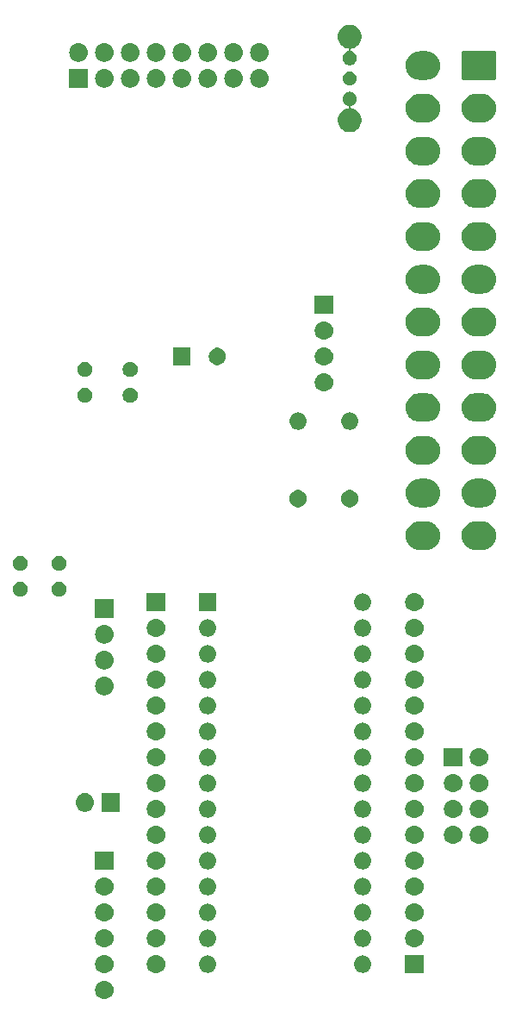
<source format=gbr>
G04 #@! TF.GenerationSoftware,KiCad,Pcbnew,(5.1.2)-1*
G04 #@! TF.CreationDate,2020-04-16T17:30:29+02:00*
G04 #@! TF.ProjectId,Test-PCB_for_Arduino-DAC,54657374-2d50-4434-925f-666f725f4172,0.0.1*
G04 #@! TF.SameCoordinates,Original*
G04 #@! TF.FileFunction,Soldermask,Bot*
G04 #@! TF.FilePolarity,Negative*
%FSLAX46Y46*%
G04 Gerber Fmt 4.6, Leading zero omitted, Abs format (unit mm)*
G04 Created by KiCad (PCBNEW (5.1.2)-1) date 2020-04-16 17:30:29*
%MOMM*%
%LPD*%
G04 APERTURE LIST*
%ADD10C,0.100000*%
G04 APERTURE END LIST*
D10*
G36*
X76945442Y-131185518D02*
G01*
X77011627Y-131192037D01*
X77181466Y-131243557D01*
X77337991Y-131327222D01*
X77373729Y-131356552D01*
X77475186Y-131439814D01*
X77558448Y-131541271D01*
X77587778Y-131577009D01*
X77671443Y-131733534D01*
X77722963Y-131903373D01*
X77740359Y-132080000D01*
X77722963Y-132256627D01*
X77671443Y-132426466D01*
X77587778Y-132582991D01*
X77558448Y-132618729D01*
X77475186Y-132720186D01*
X77373729Y-132803448D01*
X77337991Y-132832778D01*
X77181466Y-132916443D01*
X77011627Y-132967963D01*
X76945443Y-132974481D01*
X76879260Y-132981000D01*
X76790740Y-132981000D01*
X76724557Y-132974481D01*
X76658373Y-132967963D01*
X76488534Y-132916443D01*
X76332009Y-132832778D01*
X76296271Y-132803448D01*
X76194814Y-132720186D01*
X76111552Y-132618729D01*
X76082222Y-132582991D01*
X75998557Y-132426466D01*
X75947037Y-132256627D01*
X75929641Y-132080000D01*
X75947037Y-131903373D01*
X75998557Y-131733534D01*
X76082222Y-131577009D01*
X76111552Y-131541271D01*
X76194814Y-131439814D01*
X76296271Y-131356552D01*
X76332009Y-131327222D01*
X76488534Y-131243557D01*
X76658373Y-131192037D01*
X76724558Y-131185518D01*
X76790740Y-131179000D01*
X76879260Y-131179000D01*
X76945442Y-131185518D01*
X76945442Y-131185518D01*
G37*
G36*
X108216000Y-130441000D02*
G01*
X106414000Y-130441000D01*
X106414000Y-128639000D01*
X108216000Y-128639000D01*
X108216000Y-130441000D01*
X108216000Y-130441000D01*
G37*
G36*
X76945443Y-128645519D02*
G01*
X77011627Y-128652037D01*
X77181466Y-128703557D01*
X77337991Y-128787222D01*
X77373729Y-128816552D01*
X77475186Y-128899814D01*
X77558448Y-129001271D01*
X77587778Y-129037009D01*
X77671443Y-129193534D01*
X77722963Y-129363373D01*
X77740359Y-129540000D01*
X77722963Y-129716627D01*
X77671443Y-129886466D01*
X77587778Y-130042991D01*
X77558448Y-130078729D01*
X77475186Y-130180186D01*
X77373729Y-130263448D01*
X77337991Y-130292778D01*
X77181466Y-130376443D01*
X77011627Y-130427963D01*
X76945443Y-130434481D01*
X76879260Y-130441000D01*
X76790740Y-130441000D01*
X76724557Y-130434481D01*
X76658373Y-130427963D01*
X76488534Y-130376443D01*
X76332009Y-130292778D01*
X76296271Y-130263448D01*
X76194814Y-130180186D01*
X76111552Y-130078729D01*
X76082222Y-130042991D01*
X75998557Y-129886466D01*
X75947037Y-129716627D01*
X75929641Y-129540000D01*
X75947037Y-129363373D01*
X75998557Y-129193534D01*
X76082222Y-129037009D01*
X76111552Y-129001271D01*
X76194814Y-128899814D01*
X76296271Y-128816552D01*
X76332009Y-128787222D01*
X76488534Y-128703557D01*
X76658373Y-128652037D01*
X76724557Y-128645519D01*
X76790740Y-128639000D01*
X76879260Y-128639000D01*
X76945443Y-128645519D01*
X76945443Y-128645519D01*
G37*
G36*
X82025443Y-128645519D02*
G01*
X82091627Y-128652037D01*
X82261466Y-128703557D01*
X82417991Y-128787222D01*
X82453729Y-128816552D01*
X82555186Y-128899814D01*
X82638448Y-129001271D01*
X82667778Y-129037009D01*
X82751443Y-129193534D01*
X82802963Y-129363373D01*
X82820359Y-129540000D01*
X82802963Y-129716627D01*
X82751443Y-129886466D01*
X82667778Y-130042991D01*
X82638448Y-130078729D01*
X82555186Y-130180186D01*
X82453729Y-130263448D01*
X82417991Y-130292778D01*
X82261466Y-130376443D01*
X82091627Y-130427963D01*
X82025443Y-130434481D01*
X81959260Y-130441000D01*
X81870740Y-130441000D01*
X81804557Y-130434481D01*
X81738373Y-130427963D01*
X81568534Y-130376443D01*
X81412009Y-130292778D01*
X81376271Y-130263448D01*
X81274814Y-130180186D01*
X81191552Y-130078729D01*
X81162222Y-130042991D01*
X81078557Y-129886466D01*
X81027037Y-129716627D01*
X81009641Y-129540000D01*
X81027037Y-129363373D01*
X81078557Y-129193534D01*
X81162222Y-129037009D01*
X81191552Y-129001271D01*
X81274814Y-128899814D01*
X81376271Y-128816552D01*
X81412009Y-128787222D01*
X81568534Y-128703557D01*
X81738373Y-128652037D01*
X81804557Y-128645519D01*
X81870740Y-128639000D01*
X81959260Y-128639000D01*
X82025443Y-128645519D01*
X82025443Y-128645519D01*
G37*
G36*
X87161823Y-128701313D02*
G01*
X87322242Y-128749976D01*
X87391922Y-128787221D01*
X87470078Y-128828996D01*
X87599659Y-128935341D01*
X87706004Y-129064922D01*
X87706005Y-129064924D01*
X87785024Y-129212758D01*
X87833687Y-129373177D01*
X87850117Y-129540000D01*
X87833687Y-129706823D01*
X87785024Y-129867242D01*
X87774747Y-129886468D01*
X87706004Y-130015078D01*
X87599659Y-130144659D01*
X87470078Y-130251004D01*
X87470076Y-130251005D01*
X87322242Y-130330024D01*
X87161823Y-130378687D01*
X87036804Y-130391000D01*
X86953196Y-130391000D01*
X86828177Y-130378687D01*
X86667758Y-130330024D01*
X86519924Y-130251005D01*
X86519922Y-130251004D01*
X86390341Y-130144659D01*
X86283996Y-130015078D01*
X86215253Y-129886468D01*
X86204976Y-129867242D01*
X86156313Y-129706823D01*
X86139883Y-129540000D01*
X86156313Y-129373177D01*
X86204976Y-129212758D01*
X86283995Y-129064924D01*
X86283996Y-129064922D01*
X86390341Y-128935341D01*
X86519922Y-128828996D01*
X86598078Y-128787221D01*
X86667758Y-128749976D01*
X86828177Y-128701313D01*
X86953196Y-128689000D01*
X87036804Y-128689000D01*
X87161823Y-128701313D01*
X87161823Y-128701313D01*
G37*
G36*
X102401823Y-128701313D02*
G01*
X102562242Y-128749976D01*
X102631922Y-128787221D01*
X102710078Y-128828996D01*
X102839659Y-128935341D01*
X102946004Y-129064922D01*
X102946005Y-129064924D01*
X103025024Y-129212758D01*
X103073687Y-129373177D01*
X103090117Y-129540000D01*
X103073687Y-129706823D01*
X103025024Y-129867242D01*
X103014747Y-129886468D01*
X102946004Y-130015078D01*
X102839659Y-130144659D01*
X102710078Y-130251004D01*
X102710076Y-130251005D01*
X102562242Y-130330024D01*
X102401823Y-130378687D01*
X102276804Y-130391000D01*
X102193196Y-130391000D01*
X102068177Y-130378687D01*
X101907758Y-130330024D01*
X101759924Y-130251005D01*
X101759922Y-130251004D01*
X101630341Y-130144659D01*
X101523996Y-130015078D01*
X101455253Y-129886468D01*
X101444976Y-129867242D01*
X101396313Y-129706823D01*
X101379883Y-129540000D01*
X101396313Y-129373177D01*
X101444976Y-129212758D01*
X101523995Y-129064924D01*
X101523996Y-129064922D01*
X101630341Y-128935341D01*
X101759922Y-128828996D01*
X101838078Y-128787221D01*
X101907758Y-128749976D01*
X102068177Y-128701313D01*
X102193196Y-128689000D01*
X102276804Y-128689000D01*
X102401823Y-128701313D01*
X102401823Y-128701313D01*
G37*
G36*
X107425443Y-126105519D02*
G01*
X107491627Y-126112037D01*
X107661466Y-126163557D01*
X107817991Y-126247222D01*
X107853729Y-126276552D01*
X107955186Y-126359814D01*
X108038448Y-126461271D01*
X108067778Y-126497009D01*
X108151443Y-126653534D01*
X108202963Y-126823373D01*
X108220359Y-127000000D01*
X108202963Y-127176627D01*
X108151443Y-127346466D01*
X108067778Y-127502991D01*
X108038448Y-127538729D01*
X107955186Y-127640186D01*
X107853729Y-127723448D01*
X107817991Y-127752778D01*
X107661466Y-127836443D01*
X107491627Y-127887963D01*
X107425442Y-127894482D01*
X107359260Y-127901000D01*
X107270740Y-127901000D01*
X107204558Y-127894482D01*
X107138373Y-127887963D01*
X106968534Y-127836443D01*
X106812009Y-127752778D01*
X106776271Y-127723448D01*
X106674814Y-127640186D01*
X106591552Y-127538729D01*
X106562222Y-127502991D01*
X106478557Y-127346466D01*
X106427037Y-127176627D01*
X106409641Y-127000000D01*
X106427037Y-126823373D01*
X106478557Y-126653534D01*
X106562222Y-126497009D01*
X106591552Y-126461271D01*
X106674814Y-126359814D01*
X106776271Y-126276552D01*
X106812009Y-126247222D01*
X106968534Y-126163557D01*
X107138373Y-126112037D01*
X107204557Y-126105519D01*
X107270740Y-126099000D01*
X107359260Y-126099000D01*
X107425443Y-126105519D01*
X107425443Y-126105519D01*
G37*
G36*
X82025443Y-126105519D02*
G01*
X82091627Y-126112037D01*
X82261466Y-126163557D01*
X82417991Y-126247222D01*
X82453729Y-126276552D01*
X82555186Y-126359814D01*
X82638448Y-126461271D01*
X82667778Y-126497009D01*
X82751443Y-126653534D01*
X82802963Y-126823373D01*
X82820359Y-127000000D01*
X82802963Y-127176627D01*
X82751443Y-127346466D01*
X82667778Y-127502991D01*
X82638448Y-127538729D01*
X82555186Y-127640186D01*
X82453729Y-127723448D01*
X82417991Y-127752778D01*
X82261466Y-127836443D01*
X82091627Y-127887963D01*
X82025442Y-127894482D01*
X81959260Y-127901000D01*
X81870740Y-127901000D01*
X81804558Y-127894482D01*
X81738373Y-127887963D01*
X81568534Y-127836443D01*
X81412009Y-127752778D01*
X81376271Y-127723448D01*
X81274814Y-127640186D01*
X81191552Y-127538729D01*
X81162222Y-127502991D01*
X81078557Y-127346466D01*
X81027037Y-127176627D01*
X81009641Y-127000000D01*
X81027037Y-126823373D01*
X81078557Y-126653534D01*
X81162222Y-126497009D01*
X81191552Y-126461271D01*
X81274814Y-126359814D01*
X81376271Y-126276552D01*
X81412009Y-126247222D01*
X81568534Y-126163557D01*
X81738373Y-126112037D01*
X81804557Y-126105519D01*
X81870740Y-126099000D01*
X81959260Y-126099000D01*
X82025443Y-126105519D01*
X82025443Y-126105519D01*
G37*
G36*
X76945443Y-126105519D02*
G01*
X77011627Y-126112037D01*
X77181466Y-126163557D01*
X77337991Y-126247222D01*
X77373729Y-126276552D01*
X77475186Y-126359814D01*
X77558448Y-126461271D01*
X77587778Y-126497009D01*
X77671443Y-126653534D01*
X77722963Y-126823373D01*
X77740359Y-127000000D01*
X77722963Y-127176627D01*
X77671443Y-127346466D01*
X77587778Y-127502991D01*
X77558448Y-127538729D01*
X77475186Y-127640186D01*
X77373729Y-127723448D01*
X77337991Y-127752778D01*
X77181466Y-127836443D01*
X77011627Y-127887963D01*
X76945442Y-127894482D01*
X76879260Y-127901000D01*
X76790740Y-127901000D01*
X76724558Y-127894482D01*
X76658373Y-127887963D01*
X76488534Y-127836443D01*
X76332009Y-127752778D01*
X76296271Y-127723448D01*
X76194814Y-127640186D01*
X76111552Y-127538729D01*
X76082222Y-127502991D01*
X75998557Y-127346466D01*
X75947037Y-127176627D01*
X75929641Y-127000000D01*
X75947037Y-126823373D01*
X75998557Y-126653534D01*
X76082222Y-126497009D01*
X76111552Y-126461271D01*
X76194814Y-126359814D01*
X76296271Y-126276552D01*
X76332009Y-126247222D01*
X76488534Y-126163557D01*
X76658373Y-126112037D01*
X76724557Y-126105519D01*
X76790740Y-126099000D01*
X76879260Y-126099000D01*
X76945443Y-126105519D01*
X76945443Y-126105519D01*
G37*
G36*
X102401823Y-126161313D02*
G01*
X102562242Y-126209976D01*
X102631922Y-126247221D01*
X102710078Y-126288996D01*
X102839659Y-126395341D01*
X102946004Y-126524922D01*
X102946005Y-126524924D01*
X103025024Y-126672758D01*
X103073687Y-126833177D01*
X103090117Y-127000000D01*
X103073687Y-127166823D01*
X103025024Y-127327242D01*
X103014747Y-127346468D01*
X102946004Y-127475078D01*
X102839659Y-127604659D01*
X102710078Y-127711004D01*
X102710076Y-127711005D01*
X102562242Y-127790024D01*
X102401823Y-127838687D01*
X102276804Y-127851000D01*
X102193196Y-127851000D01*
X102068177Y-127838687D01*
X101907758Y-127790024D01*
X101759924Y-127711005D01*
X101759922Y-127711004D01*
X101630341Y-127604659D01*
X101523996Y-127475078D01*
X101455253Y-127346468D01*
X101444976Y-127327242D01*
X101396313Y-127166823D01*
X101379883Y-127000000D01*
X101396313Y-126833177D01*
X101444976Y-126672758D01*
X101523995Y-126524924D01*
X101523996Y-126524922D01*
X101630341Y-126395341D01*
X101759922Y-126288996D01*
X101838078Y-126247221D01*
X101907758Y-126209976D01*
X102068177Y-126161313D01*
X102193196Y-126149000D01*
X102276804Y-126149000D01*
X102401823Y-126161313D01*
X102401823Y-126161313D01*
G37*
G36*
X87161823Y-126161313D02*
G01*
X87322242Y-126209976D01*
X87391922Y-126247221D01*
X87470078Y-126288996D01*
X87599659Y-126395341D01*
X87706004Y-126524922D01*
X87706005Y-126524924D01*
X87785024Y-126672758D01*
X87833687Y-126833177D01*
X87850117Y-127000000D01*
X87833687Y-127166823D01*
X87785024Y-127327242D01*
X87774747Y-127346468D01*
X87706004Y-127475078D01*
X87599659Y-127604659D01*
X87470078Y-127711004D01*
X87470076Y-127711005D01*
X87322242Y-127790024D01*
X87161823Y-127838687D01*
X87036804Y-127851000D01*
X86953196Y-127851000D01*
X86828177Y-127838687D01*
X86667758Y-127790024D01*
X86519924Y-127711005D01*
X86519922Y-127711004D01*
X86390341Y-127604659D01*
X86283996Y-127475078D01*
X86215253Y-127346468D01*
X86204976Y-127327242D01*
X86156313Y-127166823D01*
X86139883Y-127000000D01*
X86156313Y-126833177D01*
X86204976Y-126672758D01*
X86283995Y-126524924D01*
X86283996Y-126524922D01*
X86390341Y-126395341D01*
X86519922Y-126288996D01*
X86598078Y-126247221D01*
X86667758Y-126209976D01*
X86828177Y-126161313D01*
X86953196Y-126149000D01*
X87036804Y-126149000D01*
X87161823Y-126161313D01*
X87161823Y-126161313D01*
G37*
G36*
X107425442Y-123565518D02*
G01*
X107491627Y-123572037D01*
X107661466Y-123623557D01*
X107817991Y-123707222D01*
X107853729Y-123736552D01*
X107955186Y-123819814D01*
X108038448Y-123921271D01*
X108067778Y-123957009D01*
X108151443Y-124113534D01*
X108202963Y-124283373D01*
X108220359Y-124460000D01*
X108202963Y-124636627D01*
X108151443Y-124806466D01*
X108067778Y-124962991D01*
X108038448Y-124998729D01*
X107955186Y-125100186D01*
X107853729Y-125183448D01*
X107817991Y-125212778D01*
X107661466Y-125296443D01*
X107491627Y-125347963D01*
X107425442Y-125354482D01*
X107359260Y-125361000D01*
X107270740Y-125361000D01*
X107204558Y-125354482D01*
X107138373Y-125347963D01*
X106968534Y-125296443D01*
X106812009Y-125212778D01*
X106776271Y-125183448D01*
X106674814Y-125100186D01*
X106591552Y-124998729D01*
X106562222Y-124962991D01*
X106478557Y-124806466D01*
X106427037Y-124636627D01*
X106409641Y-124460000D01*
X106427037Y-124283373D01*
X106478557Y-124113534D01*
X106562222Y-123957009D01*
X106591552Y-123921271D01*
X106674814Y-123819814D01*
X106776271Y-123736552D01*
X106812009Y-123707222D01*
X106968534Y-123623557D01*
X107138373Y-123572037D01*
X107204558Y-123565518D01*
X107270740Y-123559000D01*
X107359260Y-123559000D01*
X107425442Y-123565518D01*
X107425442Y-123565518D01*
G37*
G36*
X82025442Y-123565518D02*
G01*
X82091627Y-123572037D01*
X82261466Y-123623557D01*
X82417991Y-123707222D01*
X82453729Y-123736552D01*
X82555186Y-123819814D01*
X82638448Y-123921271D01*
X82667778Y-123957009D01*
X82751443Y-124113534D01*
X82802963Y-124283373D01*
X82820359Y-124460000D01*
X82802963Y-124636627D01*
X82751443Y-124806466D01*
X82667778Y-124962991D01*
X82638448Y-124998729D01*
X82555186Y-125100186D01*
X82453729Y-125183448D01*
X82417991Y-125212778D01*
X82261466Y-125296443D01*
X82091627Y-125347963D01*
X82025442Y-125354482D01*
X81959260Y-125361000D01*
X81870740Y-125361000D01*
X81804558Y-125354482D01*
X81738373Y-125347963D01*
X81568534Y-125296443D01*
X81412009Y-125212778D01*
X81376271Y-125183448D01*
X81274814Y-125100186D01*
X81191552Y-124998729D01*
X81162222Y-124962991D01*
X81078557Y-124806466D01*
X81027037Y-124636627D01*
X81009641Y-124460000D01*
X81027037Y-124283373D01*
X81078557Y-124113534D01*
X81162222Y-123957009D01*
X81191552Y-123921271D01*
X81274814Y-123819814D01*
X81376271Y-123736552D01*
X81412009Y-123707222D01*
X81568534Y-123623557D01*
X81738373Y-123572037D01*
X81804558Y-123565518D01*
X81870740Y-123559000D01*
X81959260Y-123559000D01*
X82025442Y-123565518D01*
X82025442Y-123565518D01*
G37*
G36*
X76945442Y-123565518D02*
G01*
X77011627Y-123572037D01*
X77181466Y-123623557D01*
X77337991Y-123707222D01*
X77373729Y-123736552D01*
X77475186Y-123819814D01*
X77558448Y-123921271D01*
X77587778Y-123957009D01*
X77671443Y-124113534D01*
X77722963Y-124283373D01*
X77740359Y-124460000D01*
X77722963Y-124636627D01*
X77671443Y-124806466D01*
X77587778Y-124962991D01*
X77558448Y-124998729D01*
X77475186Y-125100186D01*
X77373729Y-125183448D01*
X77337991Y-125212778D01*
X77181466Y-125296443D01*
X77011627Y-125347963D01*
X76945442Y-125354482D01*
X76879260Y-125361000D01*
X76790740Y-125361000D01*
X76724558Y-125354482D01*
X76658373Y-125347963D01*
X76488534Y-125296443D01*
X76332009Y-125212778D01*
X76296271Y-125183448D01*
X76194814Y-125100186D01*
X76111552Y-124998729D01*
X76082222Y-124962991D01*
X75998557Y-124806466D01*
X75947037Y-124636627D01*
X75929641Y-124460000D01*
X75947037Y-124283373D01*
X75998557Y-124113534D01*
X76082222Y-123957009D01*
X76111552Y-123921271D01*
X76194814Y-123819814D01*
X76296271Y-123736552D01*
X76332009Y-123707222D01*
X76488534Y-123623557D01*
X76658373Y-123572037D01*
X76724558Y-123565518D01*
X76790740Y-123559000D01*
X76879260Y-123559000D01*
X76945442Y-123565518D01*
X76945442Y-123565518D01*
G37*
G36*
X87161823Y-123621313D02*
G01*
X87322242Y-123669976D01*
X87391922Y-123707221D01*
X87470078Y-123748996D01*
X87599659Y-123855341D01*
X87706004Y-123984922D01*
X87706005Y-123984924D01*
X87785024Y-124132758D01*
X87833687Y-124293177D01*
X87850117Y-124460000D01*
X87833687Y-124626823D01*
X87785024Y-124787242D01*
X87774747Y-124806468D01*
X87706004Y-124935078D01*
X87599659Y-125064659D01*
X87470078Y-125171004D01*
X87470076Y-125171005D01*
X87322242Y-125250024D01*
X87161823Y-125298687D01*
X87036804Y-125311000D01*
X86953196Y-125311000D01*
X86828177Y-125298687D01*
X86667758Y-125250024D01*
X86519924Y-125171005D01*
X86519922Y-125171004D01*
X86390341Y-125064659D01*
X86283996Y-124935078D01*
X86215253Y-124806468D01*
X86204976Y-124787242D01*
X86156313Y-124626823D01*
X86139883Y-124460000D01*
X86156313Y-124293177D01*
X86204976Y-124132758D01*
X86283995Y-123984924D01*
X86283996Y-123984922D01*
X86390341Y-123855341D01*
X86519922Y-123748996D01*
X86598078Y-123707221D01*
X86667758Y-123669976D01*
X86828177Y-123621313D01*
X86953196Y-123609000D01*
X87036804Y-123609000D01*
X87161823Y-123621313D01*
X87161823Y-123621313D01*
G37*
G36*
X102401823Y-123621313D02*
G01*
X102562242Y-123669976D01*
X102631922Y-123707221D01*
X102710078Y-123748996D01*
X102839659Y-123855341D01*
X102946004Y-123984922D01*
X102946005Y-123984924D01*
X103025024Y-124132758D01*
X103073687Y-124293177D01*
X103090117Y-124460000D01*
X103073687Y-124626823D01*
X103025024Y-124787242D01*
X103014747Y-124806468D01*
X102946004Y-124935078D01*
X102839659Y-125064659D01*
X102710078Y-125171004D01*
X102710076Y-125171005D01*
X102562242Y-125250024D01*
X102401823Y-125298687D01*
X102276804Y-125311000D01*
X102193196Y-125311000D01*
X102068177Y-125298687D01*
X101907758Y-125250024D01*
X101759924Y-125171005D01*
X101759922Y-125171004D01*
X101630341Y-125064659D01*
X101523996Y-124935078D01*
X101455253Y-124806468D01*
X101444976Y-124787242D01*
X101396313Y-124626823D01*
X101379883Y-124460000D01*
X101396313Y-124293177D01*
X101444976Y-124132758D01*
X101523995Y-123984924D01*
X101523996Y-123984922D01*
X101630341Y-123855341D01*
X101759922Y-123748996D01*
X101838078Y-123707221D01*
X101907758Y-123669976D01*
X102068177Y-123621313D01*
X102193196Y-123609000D01*
X102276804Y-123609000D01*
X102401823Y-123621313D01*
X102401823Y-123621313D01*
G37*
G36*
X82025442Y-121025518D02*
G01*
X82091627Y-121032037D01*
X82261466Y-121083557D01*
X82417991Y-121167222D01*
X82453729Y-121196552D01*
X82555186Y-121279814D01*
X82638448Y-121381271D01*
X82667778Y-121417009D01*
X82751443Y-121573534D01*
X82802963Y-121743373D01*
X82820359Y-121920000D01*
X82802963Y-122096627D01*
X82751443Y-122266466D01*
X82667778Y-122422991D01*
X82638448Y-122458729D01*
X82555186Y-122560186D01*
X82453729Y-122643448D01*
X82417991Y-122672778D01*
X82261466Y-122756443D01*
X82091627Y-122807963D01*
X82025443Y-122814481D01*
X81959260Y-122821000D01*
X81870740Y-122821000D01*
X81804557Y-122814481D01*
X81738373Y-122807963D01*
X81568534Y-122756443D01*
X81412009Y-122672778D01*
X81376271Y-122643448D01*
X81274814Y-122560186D01*
X81191552Y-122458729D01*
X81162222Y-122422991D01*
X81078557Y-122266466D01*
X81027037Y-122096627D01*
X81009641Y-121920000D01*
X81027037Y-121743373D01*
X81078557Y-121573534D01*
X81162222Y-121417009D01*
X81191552Y-121381271D01*
X81274814Y-121279814D01*
X81376271Y-121196552D01*
X81412009Y-121167222D01*
X81568534Y-121083557D01*
X81738373Y-121032037D01*
X81804558Y-121025518D01*
X81870740Y-121019000D01*
X81959260Y-121019000D01*
X82025442Y-121025518D01*
X82025442Y-121025518D01*
G37*
G36*
X107425442Y-121025518D02*
G01*
X107491627Y-121032037D01*
X107661466Y-121083557D01*
X107817991Y-121167222D01*
X107853729Y-121196552D01*
X107955186Y-121279814D01*
X108038448Y-121381271D01*
X108067778Y-121417009D01*
X108151443Y-121573534D01*
X108202963Y-121743373D01*
X108220359Y-121920000D01*
X108202963Y-122096627D01*
X108151443Y-122266466D01*
X108067778Y-122422991D01*
X108038448Y-122458729D01*
X107955186Y-122560186D01*
X107853729Y-122643448D01*
X107817991Y-122672778D01*
X107661466Y-122756443D01*
X107491627Y-122807963D01*
X107425443Y-122814481D01*
X107359260Y-122821000D01*
X107270740Y-122821000D01*
X107204557Y-122814481D01*
X107138373Y-122807963D01*
X106968534Y-122756443D01*
X106812009Y-122672778D01*
X106776271Y-122643448D01*
X106674814Y-122560186D01*
X106591552Y-122458729D01*
X106562222Y-122422991D01*
X106478557Y-122266466D01*
X106427037Y-122096627D01*
X106409641Y-121920000D01*
X106427037Y-121743373D01*
X106478557Y-121573534D01*
X106562222Y-121417009D01*
X106591552Y-121381271D01*
X106674814Y-121279814D01*
X106776271Y-121196552D01*
X106812009Y-121167222D01*
X106968534Y-121083557D01*
X107138373Y-121032037D01*
X107204558Y-121025518D01*
X107270740Y-121019000D01*
X107359260Y-121019000D01*
X107425442Y-121025518D01*
X107425442Y-121025518D01*
G37*
G36*
X76945442Y-121025518D02*
G01*
X77011627Y-121032037D01*
X77181466Y-121083557D01*
X77337991Y-121167222D01*
X77373729Y-121196552D01*
X77475186Y-121279814D01*
X77558448Y-121381271D01*
X77587778Y-121417009D01*
X77671443Y-121573534D01*
X77722963Y-121743373D01*
X77740359Y-121920000D01*
X77722963Y-122096627D01*
X77671443Y-122266466D01*
X77587778Y-122422991D01*
X77558448Y-122458729D01*
X77475186Y-122560186D01*
X77373729Y-122643448D01*
X77337991Y-122672778D01*
X77181466Y-122756443D01*
X77011627Y-122807963D01*
X76945443Y-122814481D01*
X76879260Y-122821000D01*
X76790740Y-122821000D01*
X76724557Y-122814481D01*
X76658373Y-122807963D01*
X76488534Y-122756443D01*
X76332009Y-122672778D01*
X76296271Y-122643448D01*
X76194814Y-122560186D01*
X76111552Y-122458729D01*
X76082222Y-122422991D01*
X75998557Y-122266466D01*
X75947037Y-122096627D01*
X75929641Y-121920000D01*
X75947037Y-121743373D01*
X75998557Y-121573534D01*
X76082222Y-121417009D01*
X76111552Y-121381271D01*
X76194814Y-121279814D01*
X76296271Y-121196552D01*
X76332009Y-121167222D01*
X76488534Y-121083557D01*
X76658373Y-121032037D01*
X76724558Y-121025518D01*
X76790740Y-121019000D01*
X76879260Y-121019000D01*
X76945442Y-121025518D01*
X76945442Y-121025518D01*
G37*
G36*
X102401823Y-121081313D02*
G01*
X102562242Y-121129976D01*
X102631922Y-121167221D01*
X102710078Y-121208996D01*
X102839659Y-121315341D01*
X102946004Y-121444922D01*
X102946005Y-121444924D01*
X103025024Y-121592758D01*
X103073687Y-121753177D01*
X103090117Y-121920000D01*
X103073687Y-122086823D01*
X103025024Y-122247242D01*
X103014747Y-122266468D01*
X102946004Y-122395078D01*
X102839659Y-122524659D01*
X102710078Y-122631004D01*
X102710076Y-122631005D01*
X102562242Y-122710024D01*
X102401823Y-122758687D01*
X102276804Y-122771000D01*
X102193196Y-122771000D01*
X102068177Y-122758687D01*
X101907758Y-122710024D01*
X101759924Y-122631005D01*
X101759922Y-122631004D01*
X101630341Y-122524659D01*
X101523996Y-122395078D01*
X101455253Y-122266468D01*
X101444976Y-122247242D01*
X101396313Y-122086823D01*
X101379883Y-121920000D01*
X101396313Y-121753177D01*
X101444976Y-121592758D01*
X101523995Y-121444924D01*
X101523996Y-121444922D01*
X101630341Y-121315341D01*
X101759922Y-121208996D01*
X101838078Y-121167221D01*
X101907758Y-121129976D01*
X102068177Y-121081313D01*
X102193196Y-121069000D01*
X102276804Y-121069000D01*
X102401823Y-121081313D01*
X102401823Y-121081313D01*
G37*
G36*
X87161823Y-121081313D02*
G01*
X87322242Y-121129976D01*
X87391922Y-121167221D01*
X87470078Y-121208996D01*
X87599659Y-121315341D01*
X87706004Y-121444922D01*
X87706005Y-121444924D01*
X87785024Y-121592758D01*
X87833687Y-121753177D01*
X87850117Y-121920000D01*
X87833687Y-122086823D01*
X87785024Y-122247242D01*
X87774747Y-122266468D01*
X87706004Y-122395078D01*
X87599659Y-122524659D01*
X87470078Y-122631004D01*
X87470076Y-122631005D01*
X87322242Y-122710024D01*
X87161823Y-122758687D01*
X87036804Y-122771000D01*
X86953196Y-122771000D01*
X86828177Y-122758687D01*
X86667758Y-122710024D01*
X86519924Y-122631005D01*
X86519922Y-122631004D01*
X86390341Y-122524659D01*
X86283996Y-122395078D01*
X86215253Y-122266468D01*
X86204976Y-122247242D01*
X86156313Y-122086823D01*
X86139883Y-121920000D01*
X86156313Y-121753177D01*
X86204976Y-121592758D01*
X86283995Y-121444924D01*
X86283996Y-121444922D01*
X86390341Y-121315341D01*
X86519922Y-121208996D01*
X86598078Y-121167221D01*
X86667758Y-121129976D01*
X86828177Y-121081313D01*
X86953196Y-121069000D01*
X87036804Y-121069000D01*
X87161823Y-121081313D01*
X87161823Y-121081313D01*
G37*
G36*
X107425442Y-118485518D02*
G01*
X107491627Y-118492037D01*
X107661466Y-118543557D01*
X107817991Y-118627222D01*
X107853729Y-118656552D01*
X107955186Y-118739814D01*
X108038448Y-118841271D01*
X108067778Y-118877009D01*
X108151443Y-119033534D01*
X108202963Y-119203373D01*
X108220359Y-119380000D01*
X108202963Y-119556627D01*
X108151443Y-119726466D01*
X108067778Y-119882991D01*
X108038448Y-119918729D01*
X107955186Y-120020186D01*
X107853729Y-120103448D01*
X107817991Y-120132778D01*
X107661466Y-120216443D01*
X107491627Y-120267963D01*
X107425442Y-120274482D01*
X107359260Y-120281000D01*
X107270740Y-120281000D01*
X107204558Y-120274482D01*
X107138373Y-120267963D01*
X106968534Y-120216443D01*
X106812009Y-120132778D01*
X106776271Y-120103448D01*
X106674814Y-120020186D01*
X106591552Y-119918729D01*
X106562222Y-119882991D01*
X106478557Y-119726466D01*
X106427037Y-119556627D01*
X106409641Y-119380000D01*
X106427037Y-119203373D01*
X106478557Y-119033534D01*
X106562222Y-118877009D01*
X106591552Y-118841271D01*
X106674814Y-118739814D01*
X106776271Y-118656552D01*
X106812009Y-118627222D01*
X106968534Y-118543557D01*
X107138373Y-118492037D01*
X107204558Y-118485518D01*
X107270740Y-118479000D01*
X107359260Y-118479000D01*
X107425442Y-118485518D01*
X107425442Y-118485518D01*
G37*
G36*
X77736000Y-120281000D02*
G01*
X75934000Y-120281000D01*
X75934000Y-118479000D01*
X77736000Y-118479000D01*
X77736000Y-120281000D01*
X77736000Y-120281000D01*
G37*
G36*
X82025442Y-118485518D02*
G01*
X82091627Y-118492037D01*
X82261466Y-118543557D01*
X82417991Y-118627222D01*
X82453729Y-118656552D01*
X82555186Y-118739814D01*
X82638448Y-118841271D01*
X82667778Y-118877009D01*
X82751443Y-119033534D01*
X82802963Y-119203373D01*
X82820359Y-119380000D01*
X82802963Y-119556627D01*
X82751443Y-119726466D01*
X82667778Y-119882991D01*
X82638448Y-119918729D01*
X82555186Y-120020186D01*
X82453729Y-120103448D01*
X82417991Y-120132778D01*
X82261466Y-120216443D01*
X82091627Y-120267963D01*
X82025442Y-120274482D01*
X81959260Y-120281000D01*
X81870740Y-120281000D01*
X81804558Y-120274482D01*
X81738373Y-120267963D01*
X81568534Y-120216443D01*
X81412009Y-120132778D01*
X81376271Y-120103448D01*
X81274814Y-120020186D01*
X81191552Y-119918729D01*
X81162222Y-119882991D01*
X81078557Y-119726466D01*
X81027037Y-119556627D01*
X81009641Y-119380000D01*
X81027037Y-119203373D01*
X81078557Y-119033534D01*
X81162222Y-118877009D01*
X81191552Y-118841271D01*
X81274814Y-118739814D01*
X81376271Y-118656552D01*
X81412009Y-118627222D01*
X81568534Y-118543557D01*
X81738373Y-118492037D01*
X81804558Y-118485518D01*
X81870740Y-118479000D01*
X81959260Y-118479000D01*
X82025442Y-118485518D01*
X82025442Y-118485518D01*
G37*
G36*
X102401823Y-118541313D02*
G01*
X102562242Y-118589976D01*
X102631922Y-118627221D01*
X102710078Y-118668996D01*
X102839659Y-118775341D01*
X102946004Y-118904922D01*
X102946005Y-118904924D01*
X103025024Y-119052758D01*
X103073687Y-119213177D01*
X103090117Y-119380000D01*
X103073687Y-119546823D01*
X103025024Y-119707242D01*
X103014747Y-119726468D01*
X102946004Y-119855078D01*
X102839659Y-119984659D01*
X102710078Y-120091004D01*
X102710076Y-120091005D01*
X102562242Y-120170024D01*
X102401823Y-120218687D01*
X102276804Y-120231000D01*
X102193196Y-120231000D01*
X102068177Y-120218687D01*
X101907758Y-120170024D01*
X101759924Y-120091005D01*
X101759922Y-120091004D01*
X101630341Y-119984659D01*
X101523996Y-119855078D01*
X101455253Y-119726468D01*
X101444976Y-119707242D01*
X101396313Y-119546823D01*
X101379883Y-119380000D01*
X101396313Y-119213177D01*
X101444976Y-119052758D01*
X101523995Y-118904924D01*
X101523996Y-118904922D01*
X101630341Y-118775341D01*
X101759922Y-118668996D01*
X101838078Y-118627221D01*
X101907758Y-118589976D01*
X102068177Y-118541313D01*
X102193196Y-118529000D01*
X102276804Y-118529000D01*
X102401823Y-118541313D01*
X102401823Y-118541313D01*
G37*
G36*
X87161823Y-118541313D02*
G01*
X87322242Y-118589976D01*
X87391922Y-118627221D01*
X87470078Y-118668996D01*
X87599659Y-118775341D01*
X87706004Y-118904922D01*
X87706005Y-118904924D01*
X87785024Y-119052758D01*
X87833687Y-119213177D01*
X87850117Y-119380000D01*
X87833687Y-119546823D01*
X87785024Y-119707242D01*
X87774747Y-119726468D01*
X87706004Y-119855078D01*
X87599659Y-119984659D01*
X87470078Y-120091004D01*
X87470076Y-120091005D01*
X87322242Y-120170024D01*
X87161823Y-120218687D01*
X87036804Y-120231000D01*
X86953196Y-120231000D01*
X86828177Y-120218687D01*
X86667758Y-120170024D01*
X86519924Y-120091005D01*
X86519922Y-120091004D01*
X86390341Y-119984659D01*
X86283996Y-119855078D01*
X86215253Y-119726468D01*
X86204976Y-119707242D01*
X86156313Y-119546823D01*
X86139883Y-119380000D01*
X86156313Y-119213177D01*
X86204976Y-119052758D01*
X86283995Y-118904924D01*
X86283996Y-118904922D01*
X86390341Y-118775341D01*
X86519922Y-118668996D01*
X86598078Y-118627221D01*
X86667758Y-118589976D01*
X86828177Y-118541313D01*
X86953196Y-118529000D01*
X87036804Y-118529000D01*
X87161823Y-118541313D01*
X87161823Y-118541313D01*
G37*
G36*
X113775442Y-115945518D02*
G01*
X113841627Y-115952037D01*
X114011466Y-116003557D01*
X114167991Y-116087222D01*
X114203729Y-116116552D01*
X114305186Y-116199814D01*
X114388448Y-116301271D01*
X114417778Y-116337009D01*
X114501443Y-116493534D01*
X114552963Y-116663373D01*
X114570359Y-116840000D01*
X114552963Y-117016627D01*
X114501443Y-117186466D01*
X114417778Y-117342991D01*
X114388448Y-117378729D01*
X114305186Y-117480186D01*
X114203729Y-117563448D01*
X114167991Y-117592778D01*
X114011466Y-117676443D01*
X113841627Y-117727963D01*
X113775442Y-117734482D01*
X113709260Y-117741000D01*
X113620740Y-117741000D01*
X113554558Y-117734482D01*
X113488373Y-117727963D01*
X113318534Y-117676443D01*
X113162009Y-117592778D01*
X113126271Y-117563448D01*
X113024814Y-117480186D01*
X112941552Y-117378729D01*
X112912222Y-117342991D01*
X112828557Y-117186466D01*
X112777037Y-117016627D01*
X112759641Y-116840000D01*
X112777037Y-116663373D01*
X112828557Y-116493534D01*
X112912222Y-116337009D01*
X112941552Y-116301271D01*
X113024814Y-116199814D01*
X113126271Y-116116552D01*
X113162009Y-116087222D01*
X113318534Y-116003557D01*
X113488373Y-115952037D01*
X113554558Y-115945518D01*
X113620740Y-115939000D01*
X113709260Y-115939000D01*
X113775442Y-115945518D01*
X113775442Y-115945518D01*
G37*
G36*
X111235442Y-115945518D02*
G01*
X111301627Y-115952037D01*
X111471466Y-116003557D01*
X111627991Y-116087222D01*
X111663729Y-116116552D01*
X111765186Y-116199814D01*
X111848448Y-116301271D01*
X111877778Y-116337009D01*
X111961443Y-116493534D01*
X112012963Y-116663373D01*
X112030359Y-116840000D01*
X112012963Y-117016627D01*
X111961443Y-117186466D01*
X111877778Y-117342991D01*
X111848448Y-117378729D01*
X111765186Y-117480186D01*
X111663729Y-117563448D01*
X111627991Y-117592778D01*
X111471466Y-117676443D01*
X111301627Y-117727963D01*
X111235442Y-117734482D01*
X111169260Y-117741000D01*
X111080740Y-117741000D01*
X111014558Y-117734482D01*
X110948373Y-117727963D01*
X110778534Y-117676443D01*
X110622009Y-117592778D01*
X110586271Y-117563448D01*
X110484814Y-117480186D01*
X110401552Y-117378729D01*
X110372222Y-117342991D01*
X110288557Y-117186466D01*
X110237037Y-117016627D01*
X110219641Y-116840000D01*
X110237037Y-116663373D01*
X110288557Y-116493534D01*
X110372222Y-116337009D01*
X110401552Y-116301271D01*
X110484814Y-116199814D01*
X110586271Y-116116552D01*
X110622009Y-116087222D01*
X110778534Y-116003557D01*
X110948373Y-115952037D01*
X111014558Y-115945518D01*
X111080740Y-115939000D01*
X111169260Y-115939000D01*
X111235442Y-115945518D01*
X111235442Y-115945518D01*
G37*
G36*
X107425442Y-115945518D02*
G01*
X107491627Y-115952037D01*
X107661466Y-116003557D01*
X107817991Y-116087222D01*
X107853729Y-116116552D01*
X107955186Y-116199814D01*
X108038448Y-116301271D01*
X108067778Y-116337009D01*
X108151443Y-116493534D01*
X108202963Y-116663373D01*
X108220359Y-116840000D01*
X108202963Y-117016627D01*
X108151443Y-117186466D01*
X108067778Y-117342991D01*
X108038448Y-117378729D01*
X107955186Y-117480186D01*
X107853729Y-117563448D01*
X107817991Y-117592778D01*
X107661466Y-117676443D01*
X107491627Y-117727963D01*
X107425442Y-117734482D01*
X107359260Y-117741000D01*
X107270740Y-117741000D01*
X107204558Y-117734482D01*
X107138373Y-117727963D01*
X106968534Y-117676443D01*
X106812009Y-117592778D01*
X106776271Y-117563448D01*
X106674814Y-117480186D01*
X106591552Y-117378729D01*
X106562222Y-117342991D01*
X106478557Y-117186466D01*
X106427037Y-117016627D01*
X106409641Y-116840000D01*
X106427037Y-116663373D01*
X106478557Y-116493534D01*
X106562222Y-116337009D01*
X106591552Y-116301271D01*
X106674814Y-116199814D01*
X106776271Y-116116552D01*
X106812009Y-116087222D01*
X106968534Y-116003557D01*
X107138373Y-115952037D01*
X107204558Y-115945518D01*
X107270740Y-115939000D01*
X107359260Y-115939000D01*
X107425442Y-115945518D01*
X107425442Y-115945518D01*
G37*
G36*
X82025442Y-115945518D02*
G01*
X82091627Y-115952037D01*
X82261466Y-116003557D01*
X82417991Y-116087222D01*
X82453729Y-116116552D01*
X82555186Y-116199814D01*
X82638448Y-116301271D01*
X82667778Y-116337009D01*
X82751443Y-116493534D01*
X82802963Y-116663373D01*
X82820359Y-116840000D01*
X82802963Y-117016627D01*
X82751443Y-117186466D01*
X82667778Y-117342991D01*
X82638448Y-117378729D01*
X82555186Y-117480186D01*
X82453729Y-117563448D01*
X82417991Y-117592778D01*
X82261466Y-117676443D01*
X82091627Y-117727963D01*
X82025442Y-117734482D01*
X81959260Y-117741000D01*
X81870740Y-117741000D01*
X81804558Y-117734482D01*
X81738373Y-117727963D01*
X81568534Y-117676443D01*
X81412009Y-117592778D01*
X81376271Y-117563448D01*
X81274814Y-117480186D01*
X81191552Y-117378729D01*
X81162222Y-117342991D01*
X81078557Y-117186466D01*
X81027037Y-117016627D01*
X81009641Y-116840000D01*
X81027037Y-116663373D01*
X81078557Y-116493534D01*
X81162222Y-116337009D01*
X81191552Y-116301271D01*
X81274814Y-116199814D01*
X81376271Y-116116552D01*
X81412009Y-116087222D01*
X81568534Y-116003557D01*
X81738373Y-115952037D01*
X81804558Y-115945518D01*
X81870740Y-115939000D01*
X81959260Y-115939000D01*
X82025442Y-115945518D01*
X82025442Y-115945518D01*
G37*
G36*
X102401823Y-116001313D02*
G01*
X102562242Y-116049976D01*
X102631922Y-116087221D01*
X102710078Y-116128996D01*
X102839659Y-116235341D01*
X102946004Y-116364922D01*
X102946005Y-116364924D01*
X103025024Y-116512758D01*
X103073687Y-116673177D01*
X103090117Y-116840000D01*
X103073687Y-117006823D01*
X103025024Y-117167242D01*
X103014747Y-117186468D01*
X102946004Y-117315078D01*
X102839659Y-117444659D01*
X102710078Y-117551004D01*
X102710076Y-117551005D01*
X102562242Y-117630024D01*
X102401823Y-117678687D01*
X102276804Y-117691000D01*
X102193196Y-117691000D01*
X102068177Y-117678687D01*
X101907758Y-117630024D01*
X101759924Y-117551005D01*
X101759922Y-117551004D01*
X101630341Y-117444659D01*
X101523996Y-117315078D01*
X101455253Y-117186468D01*
X101444976Y-117167242D01*
X101396313Y-117006823D01*
X101379883Y-116840000D01*
X101396313Y-116673177D01*
X101444976Y-116512758D01*
X101523995Y-116364924D01*
X101523996Y-116364922D01*
X101630341Y-116235341D01*
X101759922Y-116128996D01*
X101838078Y-116087221D01*
X101907758Y-116049976D01*
X102068177Y-116001313D01*
X102193196Y-115989000D01*
X102276804Y-115989000D01*
X102401823Y-116001313D01*
X102401823Y-116001313D01*
G37*
G36*
X87161823Y-116001313D02*
G01*
X87322242Y-116049976D01*
X87391922Y-116087221D01*
X87470078Y-116128996D01*
X87599659Y-116235341D01*
X87706004Y-116364922D01*
X87706005Y-116364924D01*
X87785024Y-116512758D01*
X87833687Y-116673177D01*
X87850117Y-116840000D01*
X87833687Y-117006823D01*
X87785024Y-117167242D01*
X87774747Y-117186468D01*
X87706004Y-117315078D01*
X87599659Y-117444659D01*
X87470078Y-117551004D01*
X87470076Y-117551005D01*
X87322242Y-117630024D01*
X87161823Y-117678687D01*
X87036804Y-117691000D01*
X86953196Y-117691000D01*
X86828177Y-117678687D01*
X86667758Y-117630024D01*
X86519924Y-117551005D01*
X86519922Y-117551004D01*
X86390341Y-117444659D01*
X86283996Y-117315078D01*
X86215253Y-117186468D01*
X86204976Y-117167242D01*
X86156313Y-117006823D01*
X86139883Y-116840000D01*
X86156313Y-116673177D01*
X86204976Y-116512758D01*
X86283995Y-116364924D01*
X86283996Y-116364922D01*
X86390341Y-116235341D01*
X86519922Y-116128996D01*
X86598078Y-116087221D01*
X86667758Y-116049976D01*
X86828177Y-116001313D01*
X86953196Y-115989000D01*
X87036804Y-115989000D01*
X87161823Y-116001313D01*
X87161823Y-116001313D01*
G37*
G36*
X107425443Y-113405519D02*
G01*
X107491627Y-113412037D01*
X107661466Y-113463557D01*
X107817991Y-113547222D01*
X107853729Y-113576552D01*
X107955186Y-113659814D01*
X108038448Y-113761271D01*
X108067778Y-113797009D01*
X108151443Y-113953534D01*
X108202963Y-114123373D01*
X108220359Y-114300000D01*
X108202963Y-114476627D01*
X108151443Y-114646466D01*
X108067778Y-114802991D01*
X108038448Y-114838729D01*
X107955186Y-114940186D01*
X107853729Y-115023448D01*
X107817991Y-115052778D01*
X107661466Y-115136443D01*
X107491627Y-115187963D01*
X107425442Y-115194482D01*
X107359260Y-115201000D01*
X107270740Y-115201000D01*
X107204558Y-115194482D01*
X107138373Y-115187963D01*
X106968534Y-115136443D01*
X106812009Y-115052778D01*
X106776271Y-115023448D01*
X106674814Y-114940186D01*
X106591552Y-114838729D01*
X106562222Y-114802991D01*
X106478557Y-114646466D01*
X106427037Y-114476627D01*
X106409641Y-114300000D01*
X106427037Y-114123373D01*
X106478557Y-113953534D01*
X106562222Y-113797009D01*
X106591552Y-113761271D01*
X106674814Y-113659814D01*
X106776271Y-113576552D01*
X106812009Y-113547222D01*
X106968534Y-113463557D01*
X107138373Y-113412037D01*
X107204557Y-113405519D01*
X107270740Y-113399000D01*
X107359260Y-113399000D01*
X107425443Y-113405519D01*
X107425443Y-113405519D01*
G37*
G36*
X113775443Y-113405519D02*
G01*
X113841627Y-113412037D01*
X114011466Y-113463557D01*
X114167991Y-113547222D01*
X114203729Y-113576552D01*
X114305186Y-113659814D01*
X114388448Y-113761271D01*
X114417778Y-113797009D01*
X114501443Y-113953534D01*
X114552963Y-114123373D01*
X114570359Y-114300000D01*
X114552963Y-114476627D01*
X114501443Y-114646466D01*
X114417778Y-114802991D01*
X114388448Y-114838729D01*
X114305186Y-114940186D01*
X114203729Y-115023448D01*
X114167991Y-115052778D01*
X114011466Y-115136443D01*
X113841627Y-115187963D01*
X113775442Y-115194482D01*
X113709260Y-115201000D01*
X113620740Y-115201000D01*
X113554558Y-115194482D01*
X113488373Y-115187963D01*
X113318534Y-115136443D01*
X113162009Y-115052778D01*
X113126271Y-115023448D01*
X113024814Y-114940186D01*
X112941552Y-114838729D01*
X112912222Y-114802991D01*
X112828557Y-114646466D01*
X112777037Y-114476627D01*
X112759641Y-114300000D01*
X112777037Y-114123373D01*
X112828557Y-113953534D01*
X112912222Y-113797009D01*
X112941552Y-113761271D01*
X113024814Y-113659814D01*
X113126271Y-113576552D01*
X113162009Y-113547222D01*
X113318534Y-113463557D01*
X113488373Y-113412037D01*
X113554557Y-113405519D01*
X113620740Y-113399000D01*
X113709260Y-113399000D01*
X113775443Y-113405519D01*
X113775443Y-113405519D01*
G37*
G36*
X111235443Y-113405519D02*
G01*
X111301627Y-113412037D01*
X111471466Y-113463557D01*
X111627991Y-113547222D01*
X111663729Y-113576552D01*
X111765186Y-113659814D01*
X111848448Y-113761271D01*
X111877778Y-113797009D01*
X111961443Y-113953534D01*
X112012963Y-114123373D01*
X112030359Y-114300000D01*
X112012963Y-114476627D01*
X111961443Y-114646466D01*
X111877778Y-114802991D01*
X111848448Y-114838729D01*
X111765186Y-114940186D01*
X111663729Y-115023448D01*
X111627991Y-115052778D01*
X111471466Y-115136443D01*
X111301627Y-115187963D01*
X111235442Y-115194482D01*
X111169260Y-115201000D01*
X111080740Y-115201000D01*
X111014558Y-115194482D01*
X110948373Y-115187963D01*
X110778534Y-115136443D01*
X110622009Y-115052778D01*
X110586271Y-115023448D01*
X110484814Y-114940186D01*
X110401552Y-114838729D01*
X110372222Y-114802991D01*
X110288557Y-114646466D01*
X110237037Y-114476627D01*
X110219641Y-114300000D01*
X110237037Y-114123373D01*
X110288557Y-113953534D01*
X110372222Y-113797009D01*
X110401552Y-113761271D01*
X110484814Y-113659814D01*
X110586271Y-113576552D01*
X110622009Y-113547222D01*
X110778534Y-113463557D01*
X110948373Y-113412037D01*
X111014557Y-113405519D01*
X111080740Y-113399000D01*
X111169260Y-113399000D01*
X111235443Y-113405519D01*
X111235443Y-113405519D01*
G37*
G36*
X82025443Y-113405519D02*
G01*
X82091627Y-113412037D01*
X82261466Y-113463557D01*
X82417991Y-113547222D01*
X82453729Y-113576552D01*
X82555186Y-113659814D01*
X82638448Y-113761271D01*
X82667778Y-113797009D01*
X82751443Y-113953534D01*
X82802963Y-114123373D01*
X82820359Y-114300000D01*
X82802963Y-114476627D01*
X82751443Y-114646466D01*
X82667778Y-114802991D01*
X82638448Y-114838729D01*
X82555186Y-114940186D01*
X82453729Y-115023448D01*
X82417991Y-115052778D01*
X82261466Y-115136443D01*
X82091627Y-115187963D01*
X82025442Y-115194482D01*
X81959260Y-115201000D01*
X81870740Y-115201000D01*
X81804558Y-115194482D01*
X81738373Y-115187963D01*
X81568534Y-115136443D01*
X81412009Y-115052778D01*
X81376271Y-115023448D01*
X81274814Y-114940186D01*
X81191552Y-114838729D01*
X81162222Y-114802991D01*
X81078557Y-114646466D01*
X81027037Y-114476627D01*
X81009641Y-114300000D01*
X81027037Y-114123373D01*
X81078557Y-113953534D01*
X81162222Y-113797009D01*
X81191552Y-113761271D01*
X81274814Y-113659814D01*
X81376271Y-113576552D01*
X81412009Y-113547222D01*
X81568534Y-113463557D01*
X81738373Y-113412037D01*
X81804557Y-113405519D01*
X81870740Y-113399000D01*
X81959260Y-113399000D01*
X82025443Y-113405519D01*
X82025443Y-113405519D01*
G37*
G36*
X102401823Y-113461313D02*
G01*
X102562242Y-113509976D01*
X102631922Y-113547221D01*
X102710078Y-113588996D01*
X102839659Y-113695341D01*
X102946004Y-113824922D01*
X102946005Y-113824924D01*
X103025024Y-113972758D01*
X103073687Y-114133177D01*
X103090117Y-114300000D01*
X103073687Y-114466823D01*
X103025024Y-114627242D01*
X103014747Y-114646468D01*
X102946004Y-114775078D01*
X102839659Y-114904659D01*
X102710078Y-115011004D01*
X102710076Y-115011005D01*
X102562242Y-115090024D01*
X102401823Y-115138687D01*
X102276804Y-115151000D01*
X102193196Y-115151000D01*
X102068177Y-115138687D01*
X101907758Y-115090024D01*
X101759924Y-115011005D01*
X101759922Y-115011004D01*
X101630341Y-114904659D01*
X101523996Y-114775078D01*
X101455253Y-114646468D01*
X101444976Y-114627242D01*
X101396313Y-114466823D01*
X101379883Y-114300000D01*
X101396313Y-114133177D01*
X101444976Y-113972758D01*
X101523995Y-113824924D01*
X101523996Y-113824922D01*
X101630341Y-113695341D01*
X101759922Y-113588996D01*
X101838078Y-113547221D01*
X101907758Y-113509976D01*
X102068177Y-113461313D01*
X102193196Y-113449000D01*
X102276804Y-113449000D01*
X102401823Y-113461313D01*
X102401823Y-113461313D01*
G37*
G36*
X87161823Y-113461313D02*
G01*
X87322242Y-113509976D01*
X87391922Y-113547221D01*
X87470078Y-113588996D01*
X87599659Y-113695341D01*
X87706004Y-113824922D01*
X87706005Y-113824924D01*
X87785024Y-113972758D01*
X87833687Y-114133177D01*
X87850117Y-114300000D01*
X87833687Y-114466823D01*
X87785024Y-114627242D01*
X87774747Y-114646468D01*
X87706004Y-114775078D01*
X87599659Y-114904659D01*
X87470078Y-115011004D01*
X87470076Y-115011005D01*
X87322242Y-115090024D01*
X87161823Y-115138687D01*
X87036804Y-115151000D01*
X86953196Y-115151000D01*
X86828177Y-115138687D01*
X86667758Y-115090024D01*
X86519924Y-115011005D01*
X86519922Y-115011004D01*
X86390341Y-114904659D01*
X86283996Y-114775078D01*
X86215253Y-114646468D01*
X86204976Y-114627242D01*
X86156313Y-114466823D01*
X86139883Y-114300000D01*
X86156313Y-114133177D01*
X86204976Y-113972758D01*
X86283995Y-113824924D01*
X86283996Y-113824922D01*
X86390341Y-113695341D01*
X86519922Y-113588996D01*
X86598078Y-113547221D01*
X86667758Y-113509976D01*
X86828177Y-113461313D01*
X86953196Y-113449000D01*
X87036804Y-113449000D01*
X87161823Y-113461313D01*
X87161823Y-113461313D01*
G37*
G36*
X78371000Y-114566000D02*
G01*
X76569000Y-114566000D01*
X76569000Y-112764000D01*
X78371000Y-112764000D01*
X78371000Y-114566000D01*
X78371000Y-114566000D01*
G37*
G36*
X75040442Y-112770518D02*
G01*
X75106627Y-112777037D01*
X75276466Y-112828557D01*
X75432991Y-112912222D01*
X75468729Y-112941552D01*
X75570186Y-113024814D01*
X75653448Y-113126271D01*
X75682778Y-113162009D01*
X75766443Y-113318534D01*
X75817963Y-113488373D01*
X75835359Y-113665000D01*
X75817963Y-113841627D01*
X75766443Y-114011466D01*
X75682778Y-114167991D01*
X75653448Y-114203729D01*
X75570186Y-114305186D01*
X75468729Y-114388448D01*
X75432991Y-114417778D01*
X75276466Y-114501443D01*
X75106627Y-114552963D01*
X75040442Y-114559482D01*
X74974260Y-114566000D01*
X74885740Y-114566000D01*
X74819558Y-114559482D01*
X74753373Y-114552963D01*
X74583534Y-114501443D01*
X74427009Y-114417778D01*
X74391271Y-114388448D01*
X74289814Y-114305186D01*
X74206552Y-114203729D01*
X74177222Y-114167991D01*
X74093557Y-114011466D01*
X74042037Y-113841627D01*
X74024641Y-113665000D01*
X74042037Y-113488373D01*
X74093557Y-113318534D01*
X74177222Y-113162009D01*
X74206552Y-113126271D01*
X74289814Y-113024814D01*
X74391271Y-112941552D01*
X74427009Y-112912222D01*
X74583534Y-112828557D01*
X74753373Y-112777037D01*
X74819558Y-112770518D01*
X74885740Y-112764000D01*
X74974260Y-112764000D01*
X75040442Y-112770518D01*
X75040442Y-112770518D01*
G37*
G36*
X107425442Y-110865518D02*
G01*
X107491627Y-110872037D01*
X107661466Y-110923557D01*
X107817991Y-111007222D01*
X107853729Y-111036552D01*
X107955186Y-111119814D01*
X108038448Y-111221271D01*
X108067778Y-111257009D01*
X108151443Y-111413534D01*
X108202963Y-111583373D01*
X108220359Y-111760000D01*
X108202963Y-111936627D01*
X108151443Y-112106466D01*
X108067778Y-112262991D01*
X108038448Y-112298729D01*
X107955186Y-112400186D01*
X107853729Y-112483448D01*
X107817991Y-112512778D01*
X107661466Y-112596443D01*
X107491627Y-112647963D01*
X107425442Y-112654482D01*
X107359260Y-112661000D01*
X107270740Y-112661000D01*
X107204558Y-112654482D01*
X107138373Y-112647963D01*
X106968534Y-112596443D01*
X106812009Y-112512778D01*
X106776271Y-112483448D01*
X106674814Y-112400186D01*
X106591552Y-112298729D01*
X106562222Y-112262991D01*
X106478557Y-112106466D01*
X106427037Y-111936627D01*
X106409641Y-111760000D01*
X106427037Y-111583373D01*
X106478557Y-111413534D01*
X106562222Y-111257009D01*
X106591552Y-111221271D01*
X106674814Y-111119814D01*
X106776271Y-111036552D01*
X106812009Y-111007222D01*
X106968534Y-110923557D01*
X107138373Y-110872037D01*
X107204558Y-110865518D01*
X107270740Y-110859000D01*
X107359260Y-110859000D01*
X107425442Y-110865518D01*
X107425442Y-110865518D01*
G37*
G36*
X111235442Y-110865518D02*
G01*
X111301627Y-110872037D01*
X111471466Y-110923557D01*
X111627991Y-111007222D01*
X111663729Y-111036552D01*
X111765186Y-111119814D01*
X111848448Y-111221271D01*
X111877778Y-111257009D01*
X111961443Y-111413534D01*
X112012963Y-111583373D01*
X112030359Y-111760000D01*
X112012963Y-111936627D01*
X111961443Y-112106466D01*
X111877778Y-112262991D01*
X111848448Y-112298729D01*
X111765186Y-112400186D01*
X111663729Y-112483448D01*
X111627991Y-112512778D01*
X111471466Y-112596443D01*
X111301627Y-112647963D01*
X111235442Y-112654482D01*
X111169260Y-112661000D01*
X111080740Y-112661000D01*
X111014558Y-112654482D01*
X110948373Y-112647963D01*
X110778534Y-112596443D01*
X110622009Y-112512778D01*
X110586271Y-112483448D01*
X110484814Y-112400186D01*
X110401552Y-112298729D01*
X110372222Y-112262991D01*
X110288557Y-112106466D01*
X110237037Y-111936627D01*
X110219641Y-111760000D01*
X110237037Y-111583373D01*
X110288557Y-111413534D01*
X110372222Y-111257009D01*
X110401552Y-111221271D01*
X110484814Y-111119814D01*
X110586271Y-111036552D01*
X110622009Y-111007222D01*
X110778534Y-110923557D01*
X110948373Y-110872037D01*
X111014558Y-110865518D01*
X111080740Y-110859000D01*
X111169260Y-110859000D01*
X111235442Y-110865518D01*
X111235442Y-110865518D01*
G37*
G36*
X113775442Y-110865518D02*
G01*
X113841627Y-110872037D01*
X114011466Y-110923557D01*
X114167991Y-111007222D01*
X114203729Y-111036552D01*
X114305186Y-111119814D01*
X114388448Y-111221271D01*
X114417778Y-111257009D01*
X114501443Y-111413534D01*
X114552963Y-111583373D01*
X114570359Y-111760000D01*
X114552963Y-111936627D01*
X114501443Y-112106466D01*
X114417778Y-112262991D01*
X114388448Y-112298729D01*
X114305186Y-112400186D01*
X114203729Y-112483448D01*
X114167991Y-112512778D01*
X114011466Y-112596443D01*
X113841627Y-112647963D01*
X113775442Y-112654482D01*
X113709260Y-112661000D01*
X113620740Y-112661000D01*
X113554558Y-112654482D01*
X113488373Y-112647963D01*
X113318534Y-112596443D01*
X113162009Y-112512778D01*
X113126271Y-112483448D01*
X113024814Y-112400186D01*
X112941552Y-112298729D01*
X112912222Y-112262991D01*
X112828557Y-112106466D01*
X112777037Y-111936627D01*
X112759641Y-111760000D01*
X112777037Y-111583373D01*
X112828557Y-111413534D01*
X112912222Y-111257009D01*
X112941552Y-111221271D01*
X113024814Y-111119814D01*
X113126271Y-111036552D01*
X113162009Y-111007222D01*
X113318534Y-110923557D01*
X113488373Y-110872037D01*
X113554558Y-110865518D01*
X113620740Y-110859000D01*
X113709260Y-110859000D01*
X113775442Y-110865518D01*
X113775442Y-110865518D01*
G37*
G36*
X82025442Y-110865518D02*
G01*
X82091627Y-110872037D01*
X82261466Y-110923557D01*
X82417991Y-111007222D01*
X82453729Y-111036552D01*
X82555186Y-111119814D01*
X82638448Y-111221271D01*
X82667778Y-111257009D01*
X82751443Y-111413534D01*
X82802963Y-111583373D01*
X82820359Y-111760000D01*
X82802963Y-111936627D01*
X82751443Y-112106466D01*
X82667778Y-112262991D01*
X82638448Y-112298729D01*
X82555186Y-112400186D01*
X82453729Y-112483448D01*
X82417991Y-112512778D01*
X82261466Y-112596443D01*
X82091627Y-112647963D01*
X82025442Y-112654482D01*
X81959260Y-112661000D01*
X81870740Y-112661000D01*
X81804558Y-112654482D01*
X81738373Y-112647963D01*
X81568534Y-112596443D01*
X81412009Y-112512778D01*
X81376271Y-112483448D01*
X81274814Y-112400186D01*
X81191552Y-112298729D01*
X81162222Y-112262991D01*
X81078557Y-112106466D01*
X81027037Y-111936627D01*
X81009641Y-111760000D01*
X81027037Y-111583373D01*
X81078557Y-111413534D01*
X81162222Y-111257009D01*
X81191552Y-111221271D01*
X81274814Y-111119814D01*
X81376271Y-111036552D01*
X81412009Y-111007222D01*
X81568534Y-110923557D01*
X81738373Y-110872037D01*
X81804558Y-110865518D01*
X81870740Y-110859000D01*
X81959260Y-110859000D01*
X82025442Y-110865518D01*
X82025442Y-110865518D01*
G37*
G36*
X102401823Y-110921313D02*
G01*
X102562242Y-110969976D01*
X102631922Y-111007221D01*
X102710078Y-111048996D01*
X102839659Y-111155341D01*
X102946004Y-111284922D01*
X102946005Y-111284924D01*
X103025024Y-111432758D01*
X103073687Y-111593177D01*
X103090117Y-111760000D01*
X103073687Y-111926823D01*
X103025024Y-112087242D01*
X103014747Y-112106468D01*
X102946004Y-112235078D01*
X102839659Y-112364659D01*
X102710078Y-112471004D01*
X102710076Y-112471005D01*
X102562242Y-112550024D01*
X102401823Y-112598687D01*
X102276804Y-112611000D01*
X102193196Y-112611000D01*
X102068177Y-112598687D01*
X101907758Y-112550024D01*
X101759924Y-112471005D01*
X101759922Y-112471004D01*
X101630341Y-112364659D01*
X101523996Y-112235078D01*
X101455253Y-112106468D01*
X101444976Y-112087242D01*
X101396313Y-111926823D01*
X101379883Y-111760000D01*
X101396313Y-111593177D01*
X101444976Y-111432758D01*
X101523995Y-111284924D01*
X101523996Y-111284922D01*
X101630341Y-111155341D01*
X101759922Y-111048996D01*
X101838078Y-111007221D01*
X101907758Y-110969976D01*
X102068177Y-110921313D01*
X102193196Y-110909000D01*
X102276804Y-110909000D01*
X102401823Y-110921313D01*
X102401823Y-110921313D01*
G37*
G36*
X87161823Y-110921313D02*
G01*
X87322242Y-110969976D01*
X87391922Y-111007221D01*
X87470078Y-111048996D01*
X87599659Y-111155341D01*
X87706004Y-111284922D01*
X87706005Y-111284924D01*
X87785024Y-111432758D01*
X87833687Y-111593177D01*
X87850117Y-111760000D01*
X87833687Y-111926823D01*
X87785024Y-112087242D01*
X87774747Y-112106468D01*
X87706004Y-112235078D01*
X87599659Y-112364659D01*
X87470078Y-112471004D01*
X87470076Y-112471005D01*
X87322242Y-112550024D01*
X87161823Y-112598687D01*
X87036804Y-112611000D01*
X86953196Y-112611000D01*
X86828177Y-112598687D01*
X86667758Y-112550024D01*
X86519924Y-112471005D01*
X86519922Y-112471004D01*
X86390341Y-112364659D01*
X86283996Y-112235078D01*
X86215253Y-112106468D01*
X86204976Y-112087242D01*
X86156313Y-111926823D01*
X86139883Y-111760000D01*
X86156313Y-111593177D01*
X86204976Y-111432758D01*
X86283995Y-111284924D01*
X86283996Y-111284922D01*
X86390341Y-111155341D01*
X86519922Y-111048996D01*
X86598078Y-111007221D01*
X86667758Y-110969976D01*
X86828177Y-110921313D01*
X86953196Y-110909000D01*
X87036804Y-110909000D01*
X87161823Y-110921313D01*
X87161823Y-110921313D01*
G37*
G36*
X112026000Y-110121000D02*
G01*
X110224000Y-110121000D01*
X110224000Y-108319000D01*
X112026000Y-108319000D01*
X112026000Y-110121000D01*
X112026000Y-110121000D01*
G37*
G36*
X107425443Y-108325519D02*
G01*
X107491627Y-108332037D01*
X107661466Y-108383557D01*
X107817991Y-108467222D01*
X107853729Y-108496552D01*
X107955186Y-108579814D01*
X108038448Y-108681271D01*
X108067778Y-108717009D01*
X108151443Y-108873534D01*
X108202963Y-109043373D01*
X108220359Y-109220000D01*
X108202963Y-109396627D01*
X108151443Y-109566466D01*
X108067778Y-109722991D01*
X108038448Y-109758729D01*
X107955186Y-109860186D01*
X107853729Y-109943448D01*
X107817991Y-109972778D01*
X107661466Y-110056443D01*
X107491627Y-110107963D01*
X107425443Y-110114481D01*
X107359260Y-110121000D01*
X107270740Y-110121000D01*
X107204557Y-110114481D01*
X107138373Y-110107963D01*
X106968534Y-110056443D01*
X106812009Y-109972778D01*
X106776271Y-109943448D01*
X106674814Y-109860186D01*
X106591552Y-109758729D01*
X106562222Y-109722991D01*
X106478557Y-109566466D01*
X106427037Y-109396627D01*
X106409641Y-109220000D01*
X106427037Y-109043373D01*
X106478557Y-108873534D01*
X106562222Y-108717009D01*
X106591552Y-108681271D01*
X106674814Y-108579814D01*
X106776271Y-108496552D01*
X106812009Y-108467222D01*
X106968534Y-108383557D01*
X107138373Y-108332037D01*
X107204557Y-108325519D01*
X107270740Y-108319000D01*
X107359260Y-108319000D01*
X107425443Y-108325519D01*
X107425443Y-108325519D01*
G37*
G36*
X82025443Y-108325519D02*
G01*
X82091627Y-108332037D01*
X82261466Y-108383557D01*
X82417991Y-108467222D01*
X82453729Y-108496552D01*
X82555186Y-108579814D01*
X82638448Y-108681271D01*
X82667778Y-108717009D01*
X82751443Y-108873534D01*
X82802963Y-109043373D01*
X82820359Y-109220000D01*
X82802963Y-109396627D01*
X82751443Y-109566466D01*
X82667778Y-109722991D01*
X82638448Y-109758729D01*
X82555186Y-109860186D01*
X82453729Y-109943448D01*
X82417991Y-109972778D01*
X82261466Y-110056443D01*
X82091627Y-110107963D01*
X82025443Y-110114481D01*
X81959260Y-110121000D01*
X81870740Y-110121000D01*
X81804557Y-110114481D01*
X81738373Y-110107963D01*
X81568534Y-110056443D01*
X81412009Y-109972778D01*
X81376271Y-109943448D01*
X81274814Y-109860186D01*
X81191552Y-109758729D01*
X81162222Y-109722991D01*
X81078557Y-109566466D01*
X81027037Y-109396627D01*
X81009641Y-109220000D01*
X81027037Y-109043373D01*
X81078557Y-108873534D01*
X81162222Y-108717009D01*
X81191552Y-108681271D01*
X81274814Y-108579814D01*
X81376271Y-108496552D01*
X81412009Y-108467222D01*
X81568534Y-108383557D01*
X81738373Y-108332037D01*
X81804557Y-108325519D01*
X81870740Y-108319000D01*
X81959260Y-108319000D01*
X82025443Y-108325519D01*
X82025443Y-108325519D01*
G37*
G36*
X113775443Y-108325519D02*
G01*
X113841627Y-108332037D01*
X114011466Y-108383557D01*
X114167991Y-108467222D01*
X114203729Y-108496552D01*
X114305186Y-108579814D01*
X114388448Y-108681271D01*
X114417778Y-108717009D01*
X114501443Y-108873534D01*
X114552963Y-109043373D01*
X114570359Y-109220000D01*
X114552963Y-109396627D01*
X114501443Y-109566466D01*
X114417778Y-109722991D01*
X114388448Y-109758729D01*
X114305186Y-109860186D01*
X114203729Y-109943448D01*
X114167991Y-109972778D01*
X114011466Y-110056443D01*
X113841627Y-110107963D01*
X113775443Y-110114481D01*
X113709260Y-110121000D01*
X113620740Y-110121000D01*
X113554557Y-110114481D01*
X113488373Y-110107963D01*
X113318534Y-110056443D01*
X113162009Y-109972778D01*
X113126271Y-109943448D01*
X113024814Y-109860186D01*
X112941552Y-109758729D01*
X112912222Y-109722991D01*
X112828557Y-109566466D01*
X112777037Y-109396627D01*
X112759641Y-109220000D01*
X112777037Y-109043373D01*
X112828557Y-108873534D01*
X112912222Y-108717009D01*
X112941552Y-108681271D01*
X113024814Y-108579814D01*
X113126271Y-108496552D01*
X113162009Y-108467222D01*
X113318534Y-108383557D01*
X113488373Y-108332037D01*
X113554557Y-108325519D01*
X113620740Y-108319000D01*
X113709260Y-108319000D01*
X113775443Y-108325519D01*
X113775443Y-108325519D01*
G37*
G36*
X102401823Y-108381313D02*
G01*
X102562242Y-108429976D01*
X102631922Y-108467221D01*
X102710078Y-108508996D01*
X102839659Y-108615341D01*
X102946004Y-108744922D01*
X102946005Y-108744924D01*
X103025024Y-108892758D01*
X103073687Y-109053177D01*
X103090117Y-109220000D01*
X103073687Y-109386823D01*
X103025024Y-109547242D01*
X103014747Y-109566468D01*
X102946004Y-109695078D01*
X102839659Y-109824659D01*
X102710078Y-109931004D01*
X102710076Y-109931005D01*
X102562242Y-110010024D01*
X102401823Y-110058687D01*
X102276804Y-110071000D01*
X102193196Y-110071000D01*
X102068177Y-110058687D01*
X101907758Y-110010024D01*
X101759924Y-109931005D01*
X101759922Y-109931004D01*
X101630341Y-109824659D01*
X101523996Y-109695078D01*
X101455253Y-109566468D01*
X101444976Y-109547242D01*
X101396313Y-109386823D01*
X101379883Y-109220000D01*
X101396313Y-109053177D01*
X101444976Y-108892758D01*
X101523995Y-108744924D01*
X101523996Y-108744922D01*
X101630341Y-108615341D01*
X101759922Y-108508996D01*
X101838078Y-108467221D01*
X101907758Y-108429976D01*
X102068177Y-108381313D01*
X102193196Y-108369000D01*
X102276804Y-108369000D01*
X102401823Y-108381313D01*
X102401823Y-108381313D01*
G37*
G36*
X87161823Y-108381313D02*
G01*
X87322242Y-108429976D01*
X87391922Y-108467221D01*
X87470078Y-108508996D01*
X87599659Y-108615341D01*
X87706004Y-108744922D01*
X87706005Y-108744924D01*
X87785024Y-108892758D01*
X87833687Y-109053177D01*
X87850117Y-109220000D01*
X87833687Y-109386823D01*
X87785024Y-109547242D01*
X87774747Y-109566468D01*
X87706004Y-109695078D01*
X87599659Y-109824659D01*
X87470078Y-109931004D01*
X87470076Y-109931005D01*
X87322242Y-110010024D01*
X87161823Y-110058687D01*
X87036804Y-110071000D01*
X86953196Y-110071000D01*
X86828177Y-110058687D01*
X86667758Y-110010024D01*
X86519924Y-109931005D01*
X86519922Y-109931004D01*
X86390341Y-109824659D01*
X86283996Y-109695078D01*
X86215253Y-109566468D01*
X86204976Y-109547242D01*
X86156313Y-109386823D01*
X86139883Y-109220000D01*
X86156313Y-109053177D01*
X86204976Y-108892758D01*
X86283995Y-108744924D01*
X86283996Y-108744922D01*
X86390341Y-108615341D01*
X86519922Y-108508996D01*
X86598078Y-108467221D01*
X86667758Y-108429976D01*
X86828177Y-108381313D01*
X86953196Y-108369000D01*
X87036804Y-108369000D01*
X87161823Y-108381313D01*
X87161823Y-108381313D01*
G37*
G36*
X107425443Y-105785519D02*
G01*
X107491627Y-105792037D01*
X107661466Y-105843557D01*
X107817991Y-105927222D01*
X107853729Y-105956552D01*
X107955186Y-106039814D01*
X108038448Y-106141271D01*
X108067778Y-106177009D01*
X108151443Y-106333534D01*
X108202963Y-106503373D01*
X108220359Y-106680000D01*
X108202963Y-106856627D01*
X108151443Y-107026466D01*
X108067778Y-107182991D01*
X108038448Y-107218729D01*
X107955186Y-107320186D01*
X107853729Y-107403448D01*
X107817991Y-107432778D01*
X107661466Y-107516443D01*
X107491627Y-107567963D01*
X107425443Y-107574481D01*
X107359260Y-107581000D01*
X107270740Y-107581000D01*
X107204557Y-107574481D01*
X107138373Y-107567963D01*
X106968534Y-107516443D01*
X106812009Y-107432778D01*
X106776271Y-107403448D01*
X106674814Y-107320186D01*
X106591552Y-107218729D01*
X106562222Y-107182991D01*
X106478557Y-107026466D01*
X106427037Y-106856627D01*
X106409641Y-106680000D01*
X106427037Y-106503373D01*
X106478557Y-106333534D01*
X106562222Y-106177009D01*
X106591552Y-106141271D01*
X106674814Y-106039814D01*
X106776271Y-105956552D01*
X106812009Y-105927222D01*
X106968534Y-105843557D01*
X107138373Y-105792037D01*
X107204557Y-105785519D01*
X107270740Y-105779000D01*
X107359260Y-105779000D01*
X107425443Y-105785519D01*
X107425443Y-105785519D01*
G37*
G36*
X82025443Y-105785519D02*
G01*
X82091627Y-105792037D01*
X82261466Y-105843557D01*
X82417991Y-105927222D01*
X82453729Y-105956552D01*
X82555186Y-106039814D01*
X82638448Y-106141271D01*
X82667778Y-106177009D01*
X82751443Y-106333534D01*
X82802963Y-106503373D01*
X82820359Y-106680000D01*
X82802963Y-106856627D01*
X82751443Y-107026466D01*
X82667778Y-107182991D01*
X82638448Y-107218729D01*
X82555186Y-107320186D01*
X82453729Y-107403448D01*
X82417991Y-107432778D01*
X82261466Y-107516443D01*
X82091627Y-107567963D01*
X82025443Y-107574481D01*
X81959260Y-107581000D01*
X81870740Y-107581000D01*
X81804557Y-107574481D01*
X81738373Y-107567963D01*
X81568534Y-107516443D01*
X81412009Y-107432778D01*
X81376271Y-107403448D01*
X81274814Y-107320186D01*
X81191552Y-107218729D01*
X81162222Y-107182991D01*
X81078557Y-107026466D01*
X81027037Y-106856627D01*
X81009641Y-106680000D01*
X81027037Y-106503373D01*
X81078557Y-106333534D01*
X81162222Y-106177009D01*
X81191552Y-106141271D01*
X81274814Y-106039814D01*
X81376271Y-105956552D01*
X81412009Y-105927222D01*
X81568534Y-105843557D01*
X81738373Y-105792037D01*
X81804557Y-105785519D01*
X81870740Y-105779000D01*
X81959260Y-105779000D01*
X82025443Y-105785519D01*
X82025443Y-105785519D01*
G37*
G36*
X87161823Y-105841313D02*
G01*
X87322242Y-105889976D01*
X87391922Y-105927221D01*
X87470078Y-105968996D01*
X87599659Y-106075341D01*
X87706004Y-106204922D01*
X87706005Y-106204924D01*
X87785024Y-106352758D01*
X87833687Y-106513177D01*
X87850117Y-106680000D01*
X87833687Y-106846823D01*
X87785024Y-107007242D01*
X87774747Y-107026468D01*
X87706004Y-107155078D01*
X87599659Y-107284659D01*
X87470078Y-107391004D01*
X87470076Y-107391005D01*
X87322242Y-107470024D01*
X87161823Y-107518687D01*
X87036804Y-107531000D01*
X86953196Y-107531000D01*
X86828177Y-107518687D01*
X86667758Y-107470024D01*
X86519924Y-107391005D01*
X86519922Y-107391004D01*
X86390341Y-107284659D01*
X86283996Y-107155078D01*
X86215253Y-107026468D01*
X86204976Y-107007242D01*
X86156313Y-106846823D01*
X86139883Y-106680000D01*
X86156313Y-106513177D01*
X86204976Y-106352758D01*
X86283995Y-106204924D01*
X86283996Y-106204922D01*
X86390341Y-106075341D01*
X86519922Y-105968996D01*
X86598078Y-105927221D01*
X86667758Y-105889976D01*
X86828177Y-105841313D01*
X86953196Y-105829000D01*
X87036804Y-105829000D01*
X87161823Y-105841313D01*
X87161823Y-105841313D01*
G37*
G36*
X102401823Y-105841313D02*
G01*
X102562242Y-105889976D01*
X102631922Y-105927221D01*
X102710078Y-105968996D01*
X102839659Y-106075341D01*
X102946004Y-106204922D01*
X102946005Y-106204924D01*
X103025024Y-106352758D01*
X103073687Y-106513177D01*
X103090117Y-106680000D01*
X103073687Y-106846823D01*
X103025024Y-107007242D01*
X103014747Y-107026468D01*
X102946004Y-107155078D01*
X102839659Y-107284659D01*
X102710078Y-107391004D01*
X102710076Y-107391005D01*
X102562242Y-107470024D01*
X102401823Y-107518687D01*
X102276804Y-107531000D01*
X102193196Y-107531000D01*
X102068177Y-107518687D01*
X101907758Y-107470024D01*
X101759924Y-107391005D01*
X101759922Y-107391004D01*
X101630341Y-107284659D01*
X101523996Y-107155078D01*
X101455253Y-107026468D01*
X101444976Y-107007242D01*
X101396313Y-106846823D01*
X101379883Y-106680000D01*
X101396313Y-106513177D01*
X101444976Y-106352758D01*
X101523995Y-106204924D01*
X101523996Y-106204922D01*
X101630341Y-106075341D01*
X101759922Y-105968996D01*
X101838078Y-105927221D01*
X101907758Y-105889976D01*
X102068177Y-105841313D01*
X102193196Y-105829000D01*
X102276804Y-105829000D01*
X102401823Y-105841313D01*
X102401823Y-105841313D01*
G37*
G36*
X82025443Y-103245519D02*
G01*
X82091627Y-103252037D01*
X82261466Y-103303557D01*
X82417991Y-103387222D01*
X82453729Y-103416552D01*
X82555186Y-103499814D01*
X82638448Y-103601271D01*
X82667778Y-103637009D01*
X82751443Y-103793534D01*
X82802963Y-103963373D01*
X82820359Y-104140000D01*
X82802963Y-104316627D01*
X82751443Y-104486466D01*
X82667778Y-104642991D01*
X82638448Y-104678729D01*
X82555186Y-104780186D01*
X82453729Y-104863448D01*
X82417991Y-104892778D01*
X82261466Y-104976443D01*
X82091627Y-105027963D01*
X82025442Y-105034482D01*
X81959260Y-105041000D01*
X81870740Y-105041000D01*
X81804557Y-105034481D01*
X81738373Y-105027963D01*
X81568534Y-104976443D01*
X81412009Y-104892778D01*
X81376271Y-104863448D01*
X81274814Y-104780186D01*
X81191552Y-104678729D01*
X81162222Y-104642991D01*
X81078557Y-104486466D01*
X81027037Y-104316627D01*
X81009641Y-104140000D01*
X81027037Y-103963373D01*
X81078557Y-103793534D01*
X81162222Y-103637009D01*
X81191552Y-103601271D01*
X81274814Y-103499814D01*
X81376271Y-103416552D01*
X81412009Y-103387222D01*
X81568534Y-103303557D01*
X81738373Y-103252037D01*
X81804558Y-103245518D01*
X81870740Y-103239000D01*
X81959260Y-103239000D01*
X82025443Y-103245519D01*
X82025443Y-103245519D01*
G37*
G36*
X107425443Y-103245519D02*
G01*
X107491627Y-103252037D01*
X107661466Y-103303557D01*
X107817991Y-103387222D01*
X107853729Y-103416552D01*
X107955186Y-103499814D01*
X108038448Y-103601271D01*
X108067778Y-103637009D01*
X108151443Y-103793534D01*
X108202963Y-103963373D01*
X108220359Y-104140000D01*
X108202963Y-104316627D01*
X108151443Y-104486466D01*
X108067778Y-104642991D01*
X108038448Y-104678729D01*
X107955186Y-104780186D01*
X107853729Y-104863448D01*
X107817991Y-104892778D01*
X107661466Y-104976443D01*
X107491627Y-105027963D01*
X107425442Y-105034482D01*
X107359260Y-105041000D01*
X107270740Y-105041000D01*
X107204557Y-105034481D01*
X107138373Y-105027963D01*
X106968534Y-104976443D01*
X106812009Y-104892778D01*
X106776271Y-104863448D01*
X106674814Y-104780186D01*
X106591552Y-104678729D01*
X106562222Y-104642991D01*
X106478557Y-104486466D01*
X106427037Y-104316627D01*
X106409641Y-104140000D01*
X106427037Y-103963373D01*
X106478557Y-103793534D01*
X106562222Y-103637009D01*
X106591552Y-103601271D01*
X106674814Y-103499814D01*
X106776271Y-103416552D01*
X106812009Y-103387222D01*
X106968534Y-103303557D01*
X107138373Y-103252037D01*
X107204558Y-103245518D01*
X107270740Y-103239000D01*
X107359260Y-103239000D01*
X107425443Y-103245519D01*
X107425443Y-103245519D01*
G37*
G36*
X87161823Y-103301313D02*
G01*
X87322242Y-103349976D01*
X87391922Y-103387221D01*
X87470078Y-103428996D01*
X87599659Y-103535341D01*
X87706004Y-103664922D01*
X87706005Y-103664924D01*
X87785024Y-103812758D01*
X87833687Y-103973177D01*
X87850117Y-104140000D01*
X87833687Y-104306823D01*
X87785024Y-104467242D01*
X87774747Y-104486468D01*
X87706004Y-104615078D01*
X87599659Y-104744659D01*
X87470078Y-104851004D01*
X87470076Y-104851005D01*
X87322242Y-104930024D01*
X87161823Y-104978687D01*
X87036804Y-104991000D01*
X86953196Y-104991000D01*
X86828177Y-104978687D01*
X86667758Y-104930024D01*
X86519924Y-104851005D01*
X86519922Y-104851004D01*
X86390341Y-104744659D01*
X86283996Y-104615078D01*
X86215253Y-104486468D01*
X86204976Y-104467242D01*
X86156313Y-104306823D01*
X86139883Y-104140000D01*
X86156313Y-103973177D01*
X86204976Y-103812758D01*
X86283995Y-103664924D01*
X86283996Y-103664922D01*
X86390341Y-103535341D01*
X86519922Y-103428996D01*
X86598078Y-103387221D01*
X86667758Y-103349976D01*
X86828177Y-103301313D01*
X86953196Y-103289000D01*
X87036804Y-103289000D01*
X87161823Y-103301313D01*
X87161823Y-103301313D01*
G37*
G36*
X102401823Y-103301313D02*
G01*
X102562242Y-103349976D01*
X102631922Y-103387221D01*
X102710078Y-103428996D01*
X102839659Y-103535341D01*
X102946004Y-103664922D01*
X102946005Y-103664924D01*
X103025024Y-103812758D01*
X103073687Y-103973177D01*
X103090117Y-104140000D01*
X103073687Y-104306823D01*
X103025024Y-104467242D01*
X103014747Y-104486468D01*
X102946004Y-104615078D01*
X102839659Y-104744659D01*
X102710078Y-104851004D01*
X102710076Y-104851005D01*
X102562242Y-104930024D01*
X102401823Y-104978687D01*
X102276804Y-104991000D01*
X102193196Y-104991000D01*
X102068177Y-104978687D01*
X101907758Y-104930024D01*
X101759924Y-104851005D01*
X101759922Y-104851004D01*
X101630341Y-104744659D01*
X101523996Y-104615078D01*
X101455253Y-104486468D01*
X101444976Y-104467242D01*
X101396313Y-104306823D01*
X101379883Y-104140000D01*
X101396313Y-103973177D01*
X101444976Y-103812758D01*
X101523995Y-103664924D01*
X101523996Y-103664922D01*
X101630341Y-103535341D01*
X101759922Y-103428996D01*
X101838078Y-103387221D01*
X101907758Y-103349976D01*
X102068177Y-103301313D01*
X102193196Y-103289000D01*
X102276804Y-103289000D01*
X102401823Y-103301313D01*
X102401823Y-103301313D01*
G37*
G36*
X76945442Y-101340518D02*
G01*
X77011627Y-101347037D01*
X77181466Y-101398557D01*
X77337991Y-101482222D01*
X77373729Y-101511552D01*
X77475186Y-101594814D01*
X77558448Y-101696271D01*
X77587778Y-101732009D01*
X77671443Y-101888534D01*
X77722963Y-102058373D01*
X77740359Y-102235000D01*
X77722963Y-102411627D01*
X77671443Y-102581466D01*
X77587778Y-102737991D01*
X77558448Y-102773729D01*
X77475186Y-102875186D01*
X77373729Y-102958448D01*
X77337991Y-102987778D01*
X77181466Y-103071443D01*
X77011627Y-103122963D01*
X76945442Y-103129482D01*
X76879260Y-103136000D01*
X76790740Y-103136000D01*
X76724558Y-103129482D01*
X76658373Y-103122963D01*
X76488534Y-103071443D01*
X76332009Y-102987778D01*
X76296271Y-102958448D01*
X76194814Y-102875186D01*
X76111552Y-102773729D01*
X76082222Y-102737991D01*
X75998557Y-102581466D01*
X75947037Y-102411627D01*
X75929641Y-102235000D01*
X75947037Y-102058373D01*
X75998557Y-101888534D01*
X76082222Y-101732009D01*
X76111552Y-101696271D01*
X76194814Y-101594814D01*
X76296271Y-101511552D01*
X76332009Y-101482222D01*
X76488534Y-101398557D01*
X76658373Y-101347037D01*
X76724558Y-101340518D01*
X76790740Y-101334000D01*
X76879260Y-101334000D01*
X76945442Y-101340518D01*
X76945442Y-101340518D01*
G37*
G36*
X82025443Y-100705519D02*
G01*
X82091627Y-100712037D01*
X82261466Y-100763557D01*
X82417991Y-100847222D01*
X82453729Y-100876552D01*
X82555186Y-100959814D01*
X82638448Y-101061271D01*
X82667778Y-101097009D01*
X82751443Y-101253534D01*
X82802963Y-101423373D01*
X82820359Y-101600000D01*
X82802963Y-101776627D01*
X82751443Y-101946466D01*
X82667778Y-102102991D01*
X82638448Y-102138729D01*
X82555186Y-102240186D01*
X82453729Y-102323448D01*
X82417991Y-102352778D01*
X82261466Y-102436443D01*
X82091627Y-102487963D01*
X82025442Y-102494482D01*
X81959260Y-102501000D01*
X81870740Y-102501000D01*
X81804558Y-102494482D01*
X81738373Y-102487963D01*
X81568534Y-102436443D01*
X81412009Y-102352778D01*
X81376271Y-102323448D01*
X81274814Y-102240186D01*
X81191552Y-102138729D01*
X81162222Y-102102991D01*
X81078557Y-101946466D01*
X81027037Y-101776627D01*
X81009641Y-101600000D01*
X81027037Y-101423373D01*
X81078557Y-101253534D01*
X81162222Y-101097009D01*
X81191552Y-101061271D01*
X81274814Y-100959814D01*
X81376271Y-100876552D01*
X81412009Y-100847222D01*
X81568534Y-100763557D01*
X81738373Y-100712037D01*
X81804557Y-100705519D01*
X81870740Y-100699000D01*
X81959260Y-100699000D01*
X82025443Y-100705519D01*
X82025443Y-100705519D01*
G37*
G36*
X107425443Y-100705519D02*
G01*
X107491627Y-100712037D01*
X107661466Y-100763557D01*
X107817991Y-100847222D01*
X107853729Y-100876552D01*
X107955186Y-100959814D01*
X108038448Y-101061271D01*
X108067778Y-101097009D01*
X108151443Y-101253534D01*
X108202963Y-101423373D01*
X108220359Y-101600000D01*
X108202963Y-101776627D01*
X108151443Y-101946466D01*
X108067778Y-102102991D01*
X108038448Y-102138729D01*
X107955186Y-102240186D01*
X107853729Y-102323448D01*
X107817991Y-102352778D01*
X107661466Y-102436443D01*
X107491627Y-102487963D01*
X107425442Y-102494482D01*
X107359260Y-102501000D01*
X107270740Y-102501000D01*
X107204558Y-102494482D01*
X107138373Y-102487963D01*
X106968534Y-102436443D01*
X106812009Y-102352778D01*
X106776271Y-102323448D01*
X106674814Y-102240186D01*
X106591552Y-102138729D01*
X106562222Y-102102991D01*
X106478557Y-101946466D01*
X106427037Y-101776627D01*
X106409641Y-101600000D01*
X106427037Y-101423373D01*
X106478557Y-101253534D01*
X106562222Y-101097009D01*
X106591552Y-101061271D01*
X106674814Y-100959814D01*
X106776271Y-100876552D01*
X106812009Y-100847222D01*
X106968534Y-100763557D01*
X107138373Y-100712037D01*
X107204557Y-100705519D01*
X107270740Y-100699000D01*
X107359260Y-100699000D01*
X107425443Y-100705519D01*
X107425443Y-100705519D01*
G37*
G36*
X87161823Y-100761313D02*
G01*
X87322242Y-100809976D01*
X87391922Y-100847221D01*
X87470078Y-100888996D01*
X87599659Y-100995341D01*
X87706004Y-101124922D01*
X87706005Y-101124924D01*
X87785024Y-101272758D01*
X87833687Y-101433177D01*
X87850117Y-101600000D01*
X87833687Y-101766823D01*
X87785024Y-101927242D01*
X87774747Y-101946468D01*
X87706004Y-102075078D01*
X87599659Y-102204659D01*
X87470078Y-102311004D01*
X87470076Y-102311005D01*
X87322242Y-102390024D01*
X87161823Y-102438687D01*
X87036804Y-102451000D01*
X86953196Y-102451000D01*
X86828177Y-102438687D01*
X86667758Y-102390024D01*
X86519924Y-102311005D01*
X86519922Y-102311004D01*
X86390341Y-102204659D01*
X86283996Y-102075078D01*
X86215253Y-101946468D01*
X86204976Y-101927242D01*
X86156313Y-101766823D01*
X86139883Y-101600000D01*
X86156313Y-101433177D01*
X86204976Y-101272758D01*
X86283995Y-101124924D01*
X86283996Y-101124922D01*
X86390341Y-100995341D01*
X86519922Y-100888996D01*
X86598078Y-100847221D01*
X86667758Y-100809976D01*
X86828177Y-100761313D01*
X86953196Y-100749000D01*
X87036804Y-100749000D01*
X87161823Y-100761313D01*
X87161823Y-100761313D01*
G37*
G36*
X102401823Y-100761313D02*
G01*
X102562242Y-100809976D01*
X102631922Y-100847221D01*
X102710078Y-100888996D01*
X102839659Y-100995341D01*
X102946004Y-101124922D01*
X102946005Y-101124924D01*
X103025024Y-101272758D01*
X103073687Y-101433177D01*
X103090117Y-101600000D01*
X103073687Y-101766823D01*
X103025024Y-101927242D01*
X103014747Y-101946468D01*
X102946004Y-102075078D01*
X102839659Y-102204659D01*
X102710078Y-102311004D01*
X102710076Y-102311005D01*
X102562242Y-102390024D01*
X102401823Y-102438687D01*
X102276804Y-102451000D01*
X102193196Y-102451000D01*
X102068177Y-102438687D01*
X101907758Y-102390024D01*
X101759924Y-102311005D01*
X101759922Y-102311004D01*
X101630341Y-102204659D01*
X101523996Y-102075078D01*
X101455253Y-101946468D01*
X101444976Y-101927242D01*
X101396313Y-101766823D01*
X101379883Y-101600000D01*
X101396313Y-101433177D01*
X101444976Y-101272758D01*
X101523995Y-101124924D01*
X101523996Y-101124922D01*
X101630341Y-100995341D01*
X101759922Y-100888996D01*
X101838078Y-100847221D01*
X101907758Y-100809976D01*
X102068177Y-100761313D01*
X102193196Y-100749000D01*
X102276804Y-100749000D01*
X102401823Y-100761313D01*
X102401823Y-100761313D01*
G37*
G36*
X76945443Y-98800519D02*
G01*
X77011627Y-98807037D01*
X77181466Y-98858557D01*
X77337991Y-98942222D01*
X77373729Y-98971552D01*
X77475186Y-99054814D01*
X77558448Y-99156271D01*
X77587778Y-99192009D01*
X77671443Y-99348534D01*
X77722963Y-99518373D01*
X77740359Y-99695000D01*
X77722963Y-99871627D01*
X77671443Y-100041466D01*
X77587778Y-100197991D01*
X77558448Y-100233729D01*
X77475186Y-100335186D01*
X77373729Y-100418448D01*
X77337991Y-100447778D01*
X77181466Y-100531443D01*
X77011627Y-100582963D01*
X76945443Y-100589481D01*
X76879260Y-100596000D01*
X76790740Y-100596000D01*
X76724557Y-100589481D01*
X76658373Y-100582963D01*
X76488534Y-100531443D01*
X76332009Y-100447778D01*
X76296271Y-100418448D01*
X76194814Y-100335186D01*
X76111552Y-100233729D01*
X76082222Y-100197991D01*
X75998557Y-100041466D01*
X75947037Y-99871627D01*
X75929641Y-99695000D01*
X75947037Y-99518373D01*
X75998557Y-99348534D01*
X76082222Y-99192009D01*
X76111552Y-99156271D01*
X76194814Y-99054814D01*
X76296271Y-98971552D01*
X76332009Y-98942222D01*
X76488534Y-98858557D01*
X76658373Y-98807037D01*
X76724557Y-98800519D01*
X76790740Y-98794000D01*
X76879260Y-98794000D01*
X76945443Y-98800519D01*
X76945443Y-98800519D01*
G37*
G36*
X82025443Y-98165519D02*
G01*
X82091627Y-98172037D01*
X82261466Y-98223557D01*
X82417991Y-98307222D01*
X82453729Y-98336552D01*
X82555186Y-98419814D01*
X82638448Y-98521271D01*
X82667778Y-98557009D01*
X82751443Y-98713534D01*
X82802963Y-98883373D01*
X82820359Y-99060000D01*
X82802963Y-99236627D01*
X82751443Y-99406466D01*
X82667778Y-99562991D01*
X82638448Y-99598729D01*
X82555186Y-99700186D01*
X82453729Y-99783448D01*
X82417991Y-99812778D01*
X82261466Y-99896443D01*
X82091627Y-99947963D01*
X82025443Y-99954481D01*
X81959260Y-99961000D01*
X81870740Y-99961000D01*
X81804557Y-99954481D01*
X81738373Y-99947963D01*
X81568534Y-99896443D01*
X81412009Y-99812778D01*
X81376271Y-99783448D01*
X81274814Y-99700186D01*
X81191552Y-99598729D01*
X81162222Y-99562991D01*
X81078557Y-99406466D01*
X81027037Y-99236627D01*
X81009641Y-99060000D01*
X81027037Y-98883373D01*
X81078557Y-98713534D01*
X81162222Y-98557009D01*
X81191552Y-98521271D01*
X81274814Y-98419814D01*
X81376271Y-98336552D01*
X81412009Y-98307222D01*
X81568534Y-98223557D01*
X81738373Y-98172037D01*
X81804557Y-98165519D01*
X81870740Y-98159000D01*
X81959260Y-98159000D01*
X82025443Y-98165519D01*
X82025443Y-98165519D01*
G37*
G36*
X107425443Y-98165519D02*
G01*
X107491627Y-98172037D01*
X107661466Y-98223557D01*
X107817991Y-98307222D01*
X107853729Y-98336552D01*
X107955186Y-98419814D01*
X108038448Y-98521271D01*
X108067778Y-98557009D01*
X108151443Y-98713534D01*
X108202963Y-98883373D01*
X108220359Y-99060000D01*
X108202963Y-99236627D01*
X108151443Y-99406466D01*
X108067778Y-99562991D01*
X108038448Y-99598729D01*
X107955186Y-99700186D01*
X107853729Y-99783448D01*
X107817991Y-99812778D01*
X107661466Y-99896443D01*
X107491627Y-99947963D01*
X107425443Y-99954481D01*
X107359260Y-99961000D01*
X107270740Y-99961000D01*
X107204557Y-99954481D01*
X107138373Y-99947963D01*
X106968534Y-99896443D01*
X106812009Y-99812778D01*
X106776271Y-99783448D01*
X106674814Y-99700186D01*
X106591552Y-99598729D01*
X106562222Y-99562991D01*
X106478557Y-99406466D01*
X106427037Y-99236627D01*
X106409641Y-99060000D01*
X106427037Y-98883373D01*
X106478557Y-98713534D01*
X106562222Y-98557009D01*
X106591552Y-98521271D01*
X106674814Y-98419814D01*
X106776271Y-98336552D01*
X106812009Y-98307222D01*
X106968534Y-98223557D01*
X107138373Y-98172037D01*
X107204557Y-98165519D01*
X107270740Y-98159000D01*
X107359260Y-98159000D01*
X107425443Y-98165519D01*
X107425443Y-98165519D01*
G37*
G36*
X102401823Y-98221313D02*
G01*
X102562242Y-98269976D01*
X102631922Y-98307221D01*
X102710078Y-98348996D01*
X102839659Y-98455341D01*
X102946004Y-98584922D01*
X102946005Y-98584924D01*
X103025024Y-98732758D01*
X103073687Y-98893177D01*
X103090117Y-99060000D01*
X103073687Y-99226823D01*
X103025024Y-99387242D01*
X103014747Y-99406468D01*
X102946004Y-99535078D01*
X102839659Y-99664659D01*
X102710078Y-99771004D01*
X102710076Y-99771005D01*
X102562242Y-99850024D01*
X102401823Y-99898687D01*
X102276804Y-99911000D01*
X102193196Y-99911000D01*
X102068177Y-99898687D01*
X101907758Y-99850024D01*
X101759924Y-99771005D01*
X101759922Y-99771004D01*
X101630341Y-99664659D01*
X101523996Y-99535078D01*
X101455253Y-99406468D01*
X101444976Y-99387242D01*
X101396313Y-99226823D01*
X101379883Y-99060000D01*
X101396313Y-98893177D01*
X101444976Y-98732758D01*
X101523995Y-98584924D01*
X101523996Y-98584922D01*
X101630341Y-98455341D01*
X101759922Y-98348996D01*
X101838078Y-98307221D01*
X101907758Y-98269976D01*
X102068177Y-98221313D01*
X102193196Y-98209000D01*
X102276804Y-98209000D01*
X102401823Y-98221313D01*
X102401823Y-98221313D01*
G37*
G36*
X87161823Y-98221313D02*
G01*
X87322242Y-98269976D01*
X87391922Y-98307221D01*
X87470078Y-98348996D01*
X87599659Y-98455341D01*
X87706004Y-98584922D01*
X87706005Y-98584924D01*
X87785024Y-98732758D01*
X87833687Y-98893177D01*
X87850117Y-99060000D01*
X87833687Y-99226823D01*
X87785024Y-99387242D01*
X87774747Y-99406468D01*
X87706004Y-99535078D01*
X87599659Y-99664659D01*
X87470078Y-99771004D01*
X87470076Y-99771005D01*
X87322242Y-99850024D01*
X87161823Y-99898687D01*
X87036804Y-99911000D01*
X86953196Y-99911000D01*
X86828177Y-99898687D01*
X86667758Y-99850024D01*
X86519924Y-99771005D01*
X86519922Y-99771004D01*
X86390341Y-99664659D01*
X86283996Y-99535078D01*
X86215253Y-99406468D01*
X86204976Y-99387242D01*
X86156313Y-99226823D01*
X86139883Y-99060000D01*
X86156313Y-98893177D01*
X86204976Y-98732758D01*
X86283995Y-98584924D01*
X86283996Y-98584922D01*
X86390341Y-98455341D01*
X86519922Y-98348996D01*
X86598078Y-98307221D01*
X86667758Y-98269976D01*
X86828177Y-98221313D01*
X86953196Y-98209000D01*
X87036804Y-98209000D01*
X87161823Y-98221313D01*
X87161823Y-98221313D01*
G37*
G36*
X76945442Y-96260518D02*
G01*
X77011627Y-96267037D01*
X77181466Y-96318557D01*
X77337991Y-96402222D01*
X77373729Y-96431552D01*
X77475186Y-96514814D01*
X77558448Y-96616271D01*
X77587778Y-96652009D01*
X77671443Y-96808534D01*
X77722963Y-96978373D01*
X77740359Y-97155000D01*
X77722963Y-97331627D01*
X77671443Y-97501466D01*
X77587778Y-97657991D01*
X77558448Y-97693729D01*
X77475186Y-97795186D01*
X77373729Y-97878448D01*
X77337991Y-97907778D01*
X77181466Y-97991443D01*
X77011627Y-98042963D01*
X76945443Y-98049481D01*
X76879260Y-98056000D01*
X76790740Y-98056000D01*
X76724557Y-98049481D01*
X76658373Y-98042963D01*
X76488534Y-97991443D01*
X76332009Y-97907778D01*
X76296271Y-97878448D01*
X76194814Y-97795186D01*
X76111552Y-97693729D01*
X76082222Y-97657991D01*
X75998557Y-97501466D01*
X75947037Y-97331627D01*
X75929641Y-97155000D01*
X75947037Y-96978373D01*
X75998557Y-96808534D01*
X76082222Y-96652009D01*
X76111552Y-96616271D01*
X76194814Y-96514814D01*
X76296271Y-96431552D01*
X76332009Y-96402222D01*
X76488534Y-96318557D01*
X76658373Y-96267037D01*
X76724558Y-96260518D01*
X76790740Y-96254000D01*
X76879260Y-96254000D01*
X76945442Y-96260518D01*
X76945442Y-96260518D01*
G37*
G36*
X107425442Y-95625518D02*
G01*
X107491627Y-95632037D01*
X107661466Y-95683557D01*
X107817991Y-95767222D01*
X107853729Y-95796552D01*
X107955186Y-95879814D01*
X108038448Y-95981271D01*
X108067778Y-96017009D01*
X108151443Y-96173534D01*
X108202963Y-96343373D01*
X108220359Y-96520000D01*
X108202963Y-96696627D01*
X108151443Y-96866466D01*
X108067778Y-97022991D01*
X108038448Y-97058729D01*
X107955186Y-97160186D01*
X107853729Y-97243448D01*
X107817991Y-97272778D01*
X107661466Y-97356443D01*
X107491627Y-97407963D01*
X107425442Y-97414482D01*
X107359260Y-97421000D01*
X107270740Y-97421000D01*
X107204558Y-97414482D01*
X107138373Y-97407963D01*
X106968534Y-97356443D01*
X106812009Y-97272778D01*
X106776271Y-97243448D01*
X106674814Y-97160186D01*
X106591552Y-97058729D01*
X106562222Y-97022991D01*
X106478557Y-96866466D01*
X106427037Y-96696627D01*
X106409641Y-96520000D01*
X106427037Y-96343373D01*
X106478557Y-96173534D01*
X106562222Y-96017009D01*
X106591552Y-95981271D01*
X106674814Y-95879814D01*
X106776271Y-95796552D01*
X106812009Y-95767222D01*
X106968534Y-95683557D01*
X107138373Y-95632037D01*
X107204558Y-95625518D01*
X107270740Y-95619000D01*
X107359260Y-95619000D01*
X107425442Y-95625518D01*
X107425442Y-95625518D01*
G37*
G36*
X82025442Y-95625518D02*
G01*
X82091627Y-95632037D01*
X82261466Y-95683557D01*
X82417991Y-95767222D01*
X82453729Y-95796552D01*
X82555186Y-95879814D01*
X82638448Y-95981271D01*
X82667778Y-96017009D01*
X82751443Y-96173534D01*
X82802963Y-96343373D01*
X82820359Y-96520000D01*
X82802963Y-96696627D01*
X82751443Y-96866466D01*
X82667778Y-97022991D01*
X82638448Y-97058729D01*
X82555186Y-97160186D01*
X82453729Y-97243448D01*
X82417991Y-97272778D01*
X82261466Y-97356443D01*
X82091627Y-97407963D01*
X82025442Y-97414482D01*
X81959260Y-97421000D01*
X81870740Y-97421000D01*
X81804558Y-97414482D01*
X81738373Y-97407963D01*
X81568534Y-97356443D01*
X81412009Y-97272778D01*
X81376271Y-97243448D01*
X81274814Y-97160186D01*
X81191552Y-97058729D01*
X81162222Y-97022991D01*
X81078557Y-96866466D01*
X81027037Y-96696627D01*
X81009641Y-96520000D01*
X81027037Y-96343373D01*
X81078557Y-96173534D01*
X81162222Y-96017009D01*
X81191552Y-95981271D01*
X81274814Y-95879814D01*
X81376271Y-95796552D01*
X81412009Y-95767222D01*
X81568534Y-95683557D01*
X81738373Y-95632037D01*
X81804558Y-95625518D01*
X81870740Y-95619000D01*
X81959260Y-95619000D01*
X82025442Y-95625518D01*
X82025442Y-95625518D01*
G37*
G36*
X102401823Y-95681313D02*
G01*
X102562242Y-95729976D01*
X102631922Y-95767221D01*
X102710078Y-95808996D01*
X102839659Y-95915341D01*
X102946004Y-96044922D01*
X102946005Y-96044924D01*
X103025024Y-96192758D01*
X103073687Y-96353177D01*
X103090117Y-96520000D01*
X103073687Y-96686823D01*
X103025024Y-96847242D01*
X103014747Y-96866468D01*
X102946004Y-96995078D01*
X102839659Y-97124659D01*
X102710078Y-97231004D01*
X102710076Y-97231005D01*
X102562242Y-97310024D01*
X102401823Y-97358687D01*
X102276804Y-97371000D01*
X102193196Y-97371000D01*
X102068177Y-97358687D01*
X101907758Y-97310024D01*
X101759924Y-97231005D01*
X101759922Y-97231004D01*
X101630341Y-97124659D01*
X101523996Y-96995078D01*
X101455253Y-96866468D01*
X101444976Y-96847242D01*
X101396313Y-96686823D01*
X101379883Y-96520000D01*
X101396313Y-96353177D01*
X101444976Y-96192758D01*
X101523995Y-96044924D01*
X101523996Y-96044922D01*
X101630341Y-95915341D01*
X101759922Y-95808996D01*
X101838078Y-95767221D01*
X101907758Y-95729976D01*
X102068177Y-95681313D01*
X102193196Y-95669000D01*
X102276804Y-95669000D01*
X102401823Y-95681313D01*
X102401823Y-95681313D01*
G37*
G36*
X87161823Y-95681313D02*
G01*
X87322242Y-95729976D01*
X87391922Y-95767221D01*
X87470078Y-95808996D01*
X87599659Y-95915341D01*
X87706004Y-96044922D01*
X87706005Y-96044924D01*
X87785024Y-96192758D01*
X87833687Y-96353177D01*
X87850117Y-96520000D01*
X87833687Y-96686823D01*
X87785024Y-96847242D01*
X87774747Y-96866468D01*
X87706004Y-96995078D01*
X87599659Y-97124659D01*
X87470078Y-97231004D01*
X87470076Y-97231005D01*
X87322242Y-97310024D01*
X87161823Y-97358687D01*
X87036804Y-97371000D01*
X86953196Y-97371000D01*
X86828177Y-97358687D01*
X86667758Y-97310024D01*
X86519924Y-97231005D01*
X86519922Y-97231004D01*
X86390341Y-97124659D01*
X86283996Y-96995078D01*
X86215253Y-96866468D01*
X86204976Y-96847242D01*
X86156313Y-96686823D01*
X86139883Y-96520000D01*
X86156313Y-96353177D01*
X86204976Y-96192758D01*
X86283995Y-96044924D01*
X86283996Y-96044922D01*
X86390341Y-95915341D01*
X86519922Y-95808996D01*
X86598078Y-95767221D01*
X86667758Y-95729976D01*
X86828177Y-95681313D01*
X86953196Y-95669000D01*
X87036804Y-95669000D01*
X87161823Y-95681313D01*
X87161823Y-95681313D01*
G37*
G36*
X77736000Y-95516000D02*
G01*
X75934000Y-95516000D01*
X75934000Y-93714000D01*
X77736000Y-93714000D01*
X77736000Y-95516000D01*
X77736000Y-95516000D01*
G37*
G36*
X82816000Y-94881000D02*
G01*
X81014000Y-94881000D01*
X81014000Y-93079000D01*
X82816000Y-93079000D01*
X82816000Y-94881000D01*
X82816000Y-94881000D01*
G37*
G36*
X107425443Y-93085519D02*
G01*
X107491627Y-93092037D01*
X107661466Y-93143557D01*
X107817991Y-93227222D01*
X107853729Y-93256552D01*
X107955186Y-93339814D01*
X108030955Y-93432140D01*
X108067778Y-93477009D01*
X108151443Y-93633534D01*
X108202963Y-93803373D01*
X108220359Y-93980000D01*
X108202963Y-94156627D01*
X108151443Y-94326466D01*
X108067778Y-94482991D01*
X108038448Y-94518729D01*
X107955186Y-94620186D01*
X107853729Y-94703448D01*
X107817991Y-94732778D01*
X107661466Y-94816443D01*
X107491627Y-94867963D01*
X107425443Y-94874481D01*
X107359260Y-94881000D01*
X107270740Y-94881000D01*
X107204557Y-94874481D01*
X107138373Y-94867963D01*
X106968534Y-94816443D01*
X106812009Y-94732778D01*
X106776271Y-94703448D01*
X106674814Y-94620186D01*
X106591552Y-94518729D01*
X106562222Y-94482991D01*
X106478557Y-94326466D01*
X106427037Y-94156627D01*
X106409641Y-93980000D01*
X106427037Y-93803373D01*
X106478557Y-93633534D01*
X106562222Y-93477009D01*
X106599045Y-93432140D01*
X106674814Y-93339814D01*
X106776271Y-93256552D01*
X106812009Y-93227222D01*
X106968534Y-93143557D01*
X107138373Y-93092037D01*
X107204557Y-93085519D01*
X107270740Y-93079000D01*
X107359260Y-93079000D01*
X107425443Y-93085519D01*
X107425443Y-93085519D01*
G37*
G36*
X102401823Y-93141313D02*
G01*
X102532380Y-93180917D01*
X102558145Y-93188733D01*
X102562242Y-93189976D01*
X102631922Y-93227221D01*
X102710078Y-93268996D01*
X102839659Y-93375341D01*
X102946004Y-93504922D01*
X102946005Y-93504924D01*
X103025024Y-93652758D01*
X103073687Y-93813177D01*
X103090117Y-93980000D01*
X103073687Y-94146823D01*
X103025024Y-94307242D01*
X103014747Y-94326468D01*
X102946004Y-94455078D01*
X102839659Y-94584659D01*
X102710078Y-94691004D01*
X102710076Y-94691005D01*
X102562242Y-94770024D01*
X102401823Y-94818687D01*
X102276804Y-94831000D01*
X102193196Y-94831000D01*
X102068177Y-94818687D01*
X101907758Y-94770024D01*
X101759924Y-94691005D01*
X101759922Y-94691004D01*
X101630341Y-94584659D01*
X101523996Y-94455078D01*
X101455253Y-94326468D01*
X101444976Y-94307242D01*
X101396313Y-94146823D01*
X101379883Y-93980000D01*
X101396313Y-93813177D01*
X101444976Y-93652758D01*
X101523995Y-93504924D01*
X101523996Y-93504922D01*
X101630341Y-93375341D01*
X101759922Y-93268996D01*
X101838078Y-93227221D01*
X101907758Y-93189976D01*
X101911856Y-93188733D01*
X101937620Y-93180917D01*
X102068177Y-93141313D01*
X102193196Y-93129000D01*
X102276804Y-93129000D01*
X102401823Y-93141313D01*
X102401823Y-93141313D01*
G37*
G36*
X87846000Y-94831000D02*
G01*
X86144000Y-94831000D01*
X86144000Y-93129000D01*
X87846000Y-93129000D01*
X87846000Y-94831000D01*
X87846000Y-94831000D01*
G37*
G36*
X72609059Y-91987860D02*
G01*
X72745732Y-92044472D01*
X72868735Y-92126660D01*
X72973340Y-92231265D01*
X73055528Y-92354268D01*
X73112140Y-92490941D01*
X73141000Y-92636033D01*
X73141000Y-92783967D01*
X73112140Y-92929059D01*
X73055528Y-93065732D01*
X72973340Y-93188735D01*
X72868735Y-93293340D01*
X72745732Y-93375528D01*
X72745731Y-93375529D01*
X72745730Y-93375529D01*
X72609059Y-93432140D01*
X72463968Y-93461000D01*
X72316032Y-93461000D01*
X72170941Y-93432140D01*
X72034270Y-93375529D01*
X72034269Y-93375529D01*
X72034268Y-93375528D01*
X71911265Y-93293340D01*
X71806660Y-93188735D01*
X71724472Y-93065732D01*
X71667860Y-92929059D01*
X71639000Y-92783967D01*
X71639000Y-92636033D01*
X71667860Y-92490941D01*
X71724472Y-92354268D01*
X71806660Y-92231265D01*
X71911265Y-92126660D01*
X72034268Y-92044472D01*
X72170941Y-91987860D01*
X72316032Y-91959000D01*
X72463968Y-91959000D01*
X72609059Y-91987860D01*
X72609059Y-91987860D01*
G37*
G36*
X68799059Y-91987860D02*
G01*
X68935732Y-92044472D01*
X69058735Y-92126660D01*
X69163340Y-92231265D01*
X69245528Y-92354268D01*
X69302140Y-92490941D01*
X69331000Y-92636033D01*
X69331000Y-92783967D01*
X69302140Y-92929059D01*
X69245528Y-93065732D01*
X69163340Y-93188735D01*
X69058735Y-93293340D01*
X68935732Y-93375528D01*
X68935731Y-93375529D01*
X68935730Y-93375529D01*
X68799059Y-93432140D01*
X68653968Y-93461000D01*
X68506032Y-93461000D01*
X68360941Y-93432140D01*
X68224270Y-93375529D01*
X68224269Y-93375529D01*
X68224268Y-93375528D01*
X68101265Y-93293340D01*
X67996660Y-93188735D01*
X67914472Y-93065732D01*
X67857860Y-92929059D01*
X67829000Y-92783967D01*
X67829000Y-92636033D01*
X67857860Y-92490941D01*
X67914472Y-92354268D01*
X67996660Y-92231265D01*
X68101265Y-92126660D01*
X68224268Y-92044472D01*
X68360941Y-91987860D01*
X68506032Y-91959000D01*
X68653968Y-91959000D01*
X68799059Y-91987860D01*
X68799059Y-91987860D01*
G37*
G36*
X72609059Y-89447860D02*
G01*
X72745732Y-89504472D01*
X72868735Y-89586660D01*
X72973340Y-89691265D01*
X73055528Y-89814268D01*
X73112140Y-89950941D01*
X73141000Y-90096033D01*
X73141000Y-90243967D01*
X73112140Y-90389059D01*
X73055528Y-90525732D01*
X72973340Y-90648735D01*
X72868735Y-90753340D01*
X72745732Y-90835528D01*
X72745731Y-90835529D01*
X72745730Y-90835529D01*
X72609059Y-90892140D01*
X72463968Y-90921000D01*
X72316032Y-90921000D01*
X72170941Y-90892140D01*
X72034270Y-90835529D01*
X72034269Y-90835529D01*
X72034268Y-90835528D01*
X71911265Y-90753340D01*
X71806660Y-90648735D01*
X71724472Y-90525732D01*
X71667860Y-90389059D01*
X71639000Y-90243967D01*
X71639000Y-90096033D01*
X71667860Y-89950941D01*
X71724472Y-89814268D01*
X71806660Y-89691265D01*
X71911265Y-89586660D01*
X72034268Y-89504472D01*
X72170941Y-89447860D01*
X72316032Y-89419000D01*
X72463968Y-89419000D01*
X72609059Y-89447860D01*
X72609059Y-89447860D01*
G37*
G36*
X68799059Y-89447860D02*
G01*
X68935732Y-89504472D01*
X69058735Y-89586660D01*
X69163340Y-89691265D01*
X69245528Y-89814268D01*
X69302140Y-89950941D01*
X69331000Y-90096033D01*
X69331000Y-90243967D01*
X69302140Y-90389059D01*
X69245528Y-90525732D01*
X69163340Y-90648735D01*
X69058735Y-90753340D01*
X68935732Y-90835528D01*
X68935731Y-90835529D01*
X68935730Y-90835529D01*
X68799059Y-90892140D01*
X68653968Y-90921000D01*
X68506032Y-90921000D01*
X68360941Y-90892140D01*
X68224270Y-90835529D01*
X68224269Y-90835529D01*
X68224268Y-90835528D01*
X68101265Y-90753340D01*
X67996660Y-90648735D01*
X67914472Y-90525732D01*
X67857860Y-90389059D01*
X67829000Y-90243967D01*
X67829000Y-90096033D01*
X67857860Y-89950941D01*
X67914472Y-89814268D01*
X67996660Y-89691265D01*
X68101265Y-89586660D01*
X68224268Y-89504472D01*
X68360941Y-89447860D01*
X68506032Y-89419000D01*
X68653968Y-89419000D01*
X68799059Y-89447860D01*
X68799059Y-89447860D01*
G37*
G36*
X108636731Y-86084136D02*
G01*
X108739644Y-86094272D01*
X108935017Y-86153538D01*
X109003737Y-86174384D01*
X109233202Y-86297036D01*
X109247120Y-86304475D01*
X109302691Y-86350082D01*
X109460450Y-86479550D01*
X109589918Y-86637309D01*
X109635525Y-86692880D01*
X109635526Y-86692882D01*
X109765616Y-86936263D01*
X109765617Y-86936267D01*
X109845728Y-87200356D01*
X109872778Y-87475000D01*
X109845728Y-87749644D01*
X109786462Y-87945017D01*
X109765616Y-88013737D01*
X109642964Y-88243202D01*
X109635525Y-88257120D01*
X109589918Y-88312691D01*
X109460450Y-88470450D01*
X109302691Y-88599918D01*
X109247120Y-88645525D01*
X109247118Y-88645526D01*
X109003737Y-88775616D01*
X108935017Y-88796462D01*
X108739644Y-88855728D01*
X108636731Y-88865864D01*
X108533820Y-88876000D01*
X107796180Y-88876000D01*
X107693269Y-88865864D01*
X107590356Y-88855728D01*
X107394983Y-88796462D01*
X107326263Y-88775616D01*
X107082882Y-88645526D01*
X107082880Y-88645525D01*
X107027309Y-88599918D01*
X106869550Y-88470450D01*
X106740082Y-88312691D01*
X106694475Y-88257120D01*
X106687036Y-88243202D01*
X106564384Y-88013737D01*
X106543538Y-87945017D01*
X106484272Y-87749644D01*
X106457222Y-87475000D01*
X106484272Y-87200356D01*
X106564383Y-86936267D01*
X106564384Y-86936263D01*
X106694474Y-86692882D01*
X106694475Y-86692880D01*
X106740082Y-86637309D01*
X106869550Y-86479550D01*
X107027309Y-86350082D01*
X107082880Y-86304475D01*
X107096798Y-86297036D01*
X107326263Y-86174384D01*
X107394983Y-86153538D01*
X107590356Y-86094272D01*
X107693269Y-86084136D01*
X107796180Y-86074000D01*
X108533820Y-86074000D01*
X108636731Y-86084136D01*
X108636731Y-86084136D01*
G37*
G36*
X114136731Y-86084136D02*
G01*
X114239644Y-86094272D01*
X114435017Y-86153538D01*
X114503737Y-86174384D01*
X114733202Y-86297036D01*
X114747120Y-86304475D01*
X114802691Y-86350082D01*
X114960450Y-86479550D01*
X115089918Y-86637309D01*
X115135525Y-86692880D01*
X115135526Y-86692882D01*
X115265616Y-86936263D01*
X115265617Y-86936267D01*
X115345728Y-87200356D01*
X115372778Y-87475000D01*
X115345728Y-87749644D01*
X115286462Y-87945017D01*
X115265616Y-88013737D01*
X115142964Y-88243202D01*
X115135525Y-88257120D01*
X115089918Y-88312691D01*
X114960450Y-88470450D01*
X114802691Y-88599918D01*
X114747120Y-88645525D01*
X114747118Y-88645526D01*
X114503737Y-88775616D01*
X114435017Y-88796462D01*
X114239644Y-88855728D01*
X114136731Y-88865864D01*
X114033820Y-88876000D01*
X113296180Y-88876000D01*
X113193269Y-88865864D01*
X113090356Y-88855728D01*
X112894983Y-88796462D01*
X112826263Y-88775616D01*
X112582882Y-88645526D01*
X112582880Y-88645525D01*
X112527309Y-88599918D01*
X112369550Y-88470450D01*
X112240082Y-88312691D01*
X112194475Y-88257120D01*
X112187036Y-88243202D01*
X112064384Y-88013737D01*
X112043538Y-87945017D01*
X111984272Y-87749644D01*
X111957222Y-87475000D01*
X111984272Y-87200356D01*
X112064383Y-86936267D01*
X112064384Y-86936263D01*
X112194474Y-86692882D01*
X112194475Y-86692880D01*
X112240082Y-86637309D01*
X112369550Y-86479550D01*
X112527309Y-86350082D01*
X112582880Y-86304475D01*
X112596798Y-86297036D01*
X112826263Y-86174384D01*
X112894983Y-86153538D01*
X113090356Y-86094272D01*
X113193269Y-86084136D01*
X113296180Y-86074000D01*
X114033820Y-86074000D01*
X114136731Y-86084136D01*
X114136731Y-86084136D01*
G37*
G36*
X114136731Y-81884136D02*
G01*
X114239644Y-81894272D01*
X114435017Y-81953538D01*
X114503737Y-81974384D01*
X114733202Y-82097036D01*
X114747120Y-82104475D01*
X114802691Y-82150082D01*
X114960450Y-82279550D01*
X115089918Y-82437309D01*
X115135525Y-82492880D01*
X115135526Y-82492882D01*
X115265616Y-82736263D01*
X115265617Y-82736267D01*
X115345728Y-83000356D01*
X115372778Y-83275000D01*
X115345728Y-83549644D01*
X115289141Y-83736184D01*
X115265616Y-83813737D01*
X115142964Y-84043202D01*
X115135525Y-84057120D01*
X115089918Y-84112691D01*
X114960450Y-84270450D01*
X114848310Y-84362480D01*
X114747120Y-84445525D01*
X114747118Y-84445526D01*
X114503737Y-84575616D01*
X114435017Y-84596462D01*
X114239644Y-84655728D01*
X114136731Y-84665864D01*
X114033820Y-84676000D01*
X113296180Y-84676000D01*
X113193269Y-84665864D01*
X113090356Y-84655728D01*
X112894983Y-84596462D01*
X112826263Y-84575616D01*
X112582882Y-84445526D01*
X112582880Y-84445525D01*
X112481690Y-84362480D01*
X112369550Y-84270450D01*
X112240082Y-84112691D01*
X112194475Y-84057120D01*
X112187036Y-84043202D01*
X112064384Y-83813737D01*
X112040859Y-83736184D01*
X111984272Y-83549644D01*
X111957222Y-83275000D01*
X111984272Y-83000356D01*
X112064383Y-82736267D01*
X112064384Y-82736263D01*
X112194474Y-82492882D01*
X112194475Y-82492880D01*
X112240082Y-82437309D01*
X112369550Y-82279550D01*
X112527309Y-82150082D01*
X112582880Y-82104475D01*
X112596798Y-82097036D01*
X112826263Y-81974384D01*
X112894983Y-81953538D01*
X113090356Y-81894272D01*
X113193269Y-81884136D01*
X113296180Y-81874000D01*
X114033820Y-81874000D01*
X114136731Y-81884136D01*
X114136731Y-81884136D01*
G37*
G36*
X108636731Y-81884136D02*
G01*
X108739644Y-81894272D01*
X108935017Y-81953538D01*
X109003737Y-81974384D01*
X109233202Y-82097036D01*
X109247120Y-82104475D01*
X109302691Y-82150082D01*
X109460450Y-82279550D01*
X109589918Y-82437309D01*
X109635525Y-82492880D01*
X109635526Y-82492882D01*
X109765616Y-82736263D01*
X109765617Y-82736267D01*
X109845728Y-83000356D01*
X109872778Y-83275000D01*
X109845728Y-83549644D01*
X109789141Y-83736184D01*
X109765616Y-83813737D01*
X109642964Y-84043202D01*
X109635525Y-84057120D01*
X109589918Y-84112691D01*
X109460450Y-84270450D01*
X109348310Y-84362480D01*
X109247120Y-84445525D01*
X109247118Y-84445526D01*
X109003737Y-84575616D01*
X108935017Y-84596462D01*
X108739644Y-84655728D01*
X108636731Y-84665864D01*
X108533820Y-84676000D01*
X107796180Y-84676000D01*
X107693269Y-84665864D01*
X107590356Y-84655728D01*
X107394983Y-84596462D01*
X107326263Y-84575616D01*
X107082882Y-84445526D01*
X107082880Y-84445525D01*
X106981690Y-84362480D01*
X106869550Y-84270450D01*
X106740082Y-84112691D01*
X106694475Y-84057120D01*
X106687036Y-84043202D01*
X106564384Y-83813737D01*
X106540859Y-83736184D01*
X106484272Y-83549644D01*
X106457222Y-83275000D01*
X106484272Y-83000356D01*
X106564383Y-82736267D01*
X106564384Y-82736263D01*
X106694474Y-82492882D01*
X106694475Y-82492880D01*
X106740082Y-82437309D01*
X106869550Y-82279550D01*
X107027309Y-82150082D01*
X107082880Y-82104475D01*
X107096798Y-82097036D01*
X107326263Y-81974384D01*
X107394983Y-81953538D01*
X107590356Y-81894272D01*
X107693269Y-81884136D01*
X107796180Y-81874000D01*
X108533820Y-81874000D01*
X108636731Y-81884136D01*
X108636731Y-81884136D01*
G37*
G36*
X96133228Y-83001703D02*
G01*
X96288100Y-83065853D01*
X96427481Y-83158985D01*
X96546015Y-83277519D01*
X96639147Y-83416900D01*
X96703297Y-83571772D01*
X96736000Y-83736184D01*
X96736000Y-83903816D01*
X96703297Y-84068228D01*
X96639147Y-84223100D01*
X96546015Y-84362481D01*
X96427481Y-84481015D01*
X96288100Y-84574147D01*
X96133228Y-84638297D01*
X95968816Y-84671000D01*
X95801184Y-84671000D01*
X95636772Y-84638297D01*
X95481900Y-84574147D01*
X95342519Y-84481015D01*
X95223985Y-84362481D01*
X95130853Y-84223100D01*
X95066703Y-84068228D01*
X95034000Y-83903816D01*
X95034000Y-83736184D01*
X95066703Y-83571772D01*
X95130853Y-83416900D01*
X95223985Y-83277519D01*
X95342519Y-83158985D01*
X95481900Y-83065853D01*
X95636772Y-83001703D01*
X95801184Y-82969000D01*
X95968816Y-82969000D01*
X96133228Y-83001703D01*
X96133228Y-83001703D01*
G37*
G36*
X101213228Y-83001703D02*
G01*
X101368100Y-83065853D01*
X101507481Y-83158985D01*
X101626015Y-83277519D01*
X101719147Y-83416900D01*
X101783297Y-83571772D01*
X101816000Y-83736184D01*
X101816000Y-83903816D01*
X101783297Y-84068228D01*
X101719147Y-84223100D01*
X101626015Y-84362481D01*
X101507481Y-84481015D01*
X101368100Y-84574147D01*
X101213228Y-84638297D01*
X101048816Y-84671000D01*
X100881184Y-84671000D01*
X100716772Y-84638297D01*
X100561900Y-84574147D01*
X100422519Y-84481015D01*
X100303985Y-84362481D01*
X100210853Y-84223100D01*
X100146703Y-84068228D01*
X100114000Y-83903816D01*
X100114000Y-83736184D01*
X100146703Y-83571772D01*
X100210853Y-83416900D01*
X100303985Y-83277519D01*
X100422519Y-83158985D01*
X100561900Y-83065853D01*
X100716772Y-83001703D01*
X100881184Y-82969000D01*
X101048816Y-82969000D01*
X101213228Y-83001703D01*
X101213228Y-83001703D01*
G37*
G36*
X108636731Y-77684136D02*
G01*
X108739644Y-77694272D01*
X108935017Y-77753538D01*
X109003737Y-77774384D01*
X109233202Y-77897036D01*
X109247120Y-77904475D01*
X109302691Y-77950082D01*
X109460450Y-78079550D01*
X109589918Y-78237309D01*
X109635525Y-78292880D01*
X109635526Y-78292882D01*
X109765616Y-78536263D01*
X109765617Y-78536267D01*
X109845728Y-78800356D01*
X109872778Y-79075000D01*
X109845728Y-79349644D01*
X109786462Y-79545017D01*
X109765616Y-79613737D01*
X109642964Y-79843202D01*
X109635525Y-79857120D01*
X109589918Y-79912691D01*
X109460450Y-80070450D01*
X109302691Y-80199918D01*
X109247120Y-80245525D01*
X109247118Y-80245526D01*
X109003737Y-80375616D01*
X108935017Y-80396462D01*
X108739644Y-80455728D01*
X108636731Y-80465864D01*
X108533820Y-80476000D01*
X107796180Y-80476000D01*
X107693269Y-80465864D01*
X107590356Y-80455728D01*
X107394983Y-80396462D01*
X107326263Y-80375616D01*
X107082882Y-80245526D01*
X107082880Y-80245525D01*
X107027309Y-80199918D01*
X106869550Y-80070450D01*
X106740082Y-79912691D01*
X106694475Y-79857120D01*
X106687036Y-79843202D01*
X106564384Y-79613737D01*
X106543538Y-79545017D01*
X106484272Y-79349644D01*
X106457222Y-79075000D01*
X106484272Y-78800356D01*
X106564383Y-78536267D01*
X106564384Y-78536263D01*
X106694474Y-78292882D01*
X106694475Y-78292880D01*
X106740082Y-78237309D01*
X106869550Y-78079550D01*
X107027309Y-77950082D01*
X107082880Y-77904475D01*
X107096798Y-77897036D01*
X107326263Y-77774384D01*
X107394983Y-77753538D01*
X107590356Y-77694272D01*
X107693269Y-77684136D01*
X107796180Y-77674000D01*
X108533820Y-77674000D01*
X108636731Y-77684136D01*
X108636731Y-77684136D01*
G37*
G36*
X114136731Y-77684136D02*
G01*
X114239644Y-77694272D01*
X114435017Y-77753538D01*
X114503737Y-77774384D01*
X114733202Y-77897036D01*
X114747120Y-77904475D01*
X114802691Y-77950082D01*
X114960450Y-78079550D01*
X115089918Y-78237309D01*
X115135525Y-78292880D01*
X115135526Y-78292882D01*
X115265616Y-78536263D01*
X115265617Y-78536267D01*
X115345728Y-78800356D01*
X115372778Y-79075000D01*
X115345728Y-79349644D01*
X115286462Y-79545017D01*
X115265616Y-79613737D01*
X115142964Y-79843202D01*
X115135525Y-79857120D01*
X115089918Y-79912691D01*
X114960450Y-80070450D01*
X114802691Y-80199918D01*
X114747120Y-80245525D01*
X114747118Y-80245526D01*
X114503737Y-80375616D01*
X114435017Y-80396462D01*
X114239644Y-80455728D01*
X114136731Y-80465864D01*
X114033820Y-80476000D01*
X113296180Y-80476000D01*
X113193269Y-80465864D01*
X113090356Y-80455728D01*
X112894983Y-80396462D01*
X112826263Y-80375616D01*
X112582882Y-80245526D01*
X112582880Y-80245525D01*
X112527309Y-80199918D01*
X112369550Y-80070450D01*
X112240082Y-79912691D01*
X112194475Y-79857120D01*
X112187036Y-79843202D01*
X112064384Y-79613737D01*
X112043538Y-79545017D01*
X111984272Y-79349644D01*
X111957222Y-79075000D01*
X111984272Y-78800356D01*
X112064383Y-78536267D01*
X112064384Y-78536263D01*
X112194474Y-78292882D01*
X112194475Y-78292880D01*
X112240082Y-78237309D01*
X112369550Y-78079550D01*
X112527309Y-77950082D01*
X112582880Y-77904475D01*
X112596798Y-77897036D01*
X112826263Y-77774384D01*
X112894983Y-77753538D01*
X113090356Y-77694272D01*
X113193269Y-77684136D01*
X113296180Y-77674000D01*
X114033820Y-77674000D01*
X114136731Y-77684136D01*
X114136731Y-77684136D01*
G37*
G36*
X96051823Y-75361313D02*
G01*
X96212242Y-75409976D01*
X96344906Y-75480886D01*
X96360078Y-75488996D01*
X96489659Y-75595341D01*
X96596004Y-75724922D01*
X96596005Y-75724924D01*
X96675024Y-75872758D01*
X96723687Y-76033177D01*
X96740117Y-76200000D01*
X96723687Y-76366823D01*
X96675024Y-76527242D01*
X96604114Y-76659906D01*
X96596004Y-76675078D01*
X96489659Y-76804659D01*
X96360078Y-76911004D01*
X96360076Y-76911005D01*
X96212242Y-76990024D01*
X96051823Y-77038687D01*
X95926804Y-77051000D01*
X95843196Y-77051000D01*
X95718177Y-77038687D01*
X95557758Y-76990024D01*
X95409924Y-76911005D01*
X95409922Y-76911004D01*
X95280341Y-76804659D01*
X95173996Y-76675078D01*
X95165886Y-76659906D01*
X95094976Y-76527242D01*
X95046313Y-76366823D01*
X95029883Y-76200000D01*
X95046313Y-76033177D01*
X95094976Y-75872758D01*
X95173995Y-75724924D01*
X95173996Y-75724922D01*
X95280341Y-75595341D01*
X95409922Y-75488996D01*
X95425094Y-75480886D01*
X95557758Y-75409976D01*
X95718177Y-75361313D01*
X95843196Y-75349000D01*
X95926804Y-75349000D01*
X96051823Y-75361313D01*
X96051823Y-75361313D01*
G37*
G36*
X101131823Y-75361313D02*
G01*
X101292242Y-75409976D01*
X101424906Y-75480886D01*
X101440078Y-75488996D01*
X101569659Y-75595341D01*
X101676004Y-75724922D01*
X101676005Y-75724924D01*
X101755024Y-75872758D01*
X101803687Y-76033177D01*
X101820117Y-76200000D01*
X101803687Y-76366823D01*
X101755024Y-76527242D01*
X101684114Y-76659906D01*
X101676004Y-76675078D01*
X101569659Y-76804659D01*
X101440078Y-76911004D01*
X101440076Y-76911005D01*
X101292242Y-76990024D01*
X101131823Y-77038687D01*
X101006804Y-77051000D01*
X100923196Y-77051000D01*
X100798177Y-77038687D01*
X100637758Y-76990024D01*
X100489924Y-76911005D01*
X100489922Y-76911004D01*
X100360341Y-76804659D01*
X100253996Y-76675078D01*
X100245886Y-76659906D01*
X100174976Y-76527242D01*
X100126313Y-76366823D01*
X100109883Y-76200000D01*
X100126313Y-76033177D01*
X100174976Y-75872758D01*
X100253995Y-75724924D01*
X100253996Y-75724922D01*
X100360341Y-75595341D01*
X100489922Y-75488996D01*
X100505094Y-75480886D01*
X100637758Y-75409976D01*
X100798177Y-75361313D01*
X100923196Y-75349000D01*
X101006804Y-75349000D01*
X101131823Y-75361313D01*
X101131823Y-75361313D01*
G37*
G36*
X114136731Y-73484136D02*
G01*
X114239644Y-73494272D01*
X114435017Y-73553538D01*
X114503737Y-73574384D01*
X114733202Y-73697036D01*
X114747120Y-73704475D01*
X114783056Y-73733967D01*
X114960450Y-73879550D01*
X115072209Y-74015730D01*
X115135525Y-74092880D01*
X115135526Y-74092882D01*
X115265616Y-74336263D01*
X115265617Y-74336267D01*
X115345728Y-74600356D01*
X115372778Y-74875000D01*
X115345728Y-75149644D01*
X115286462Y-75345017D01*
X115265616Y-75413737D01*
X115142964Y-75643202D01*
X115135525Y-75657120D01*
X115089918Y-75712691D01*
X114960450Y-75870450D01*
X114802691Y-75999918D01*
X114747120Y-76045525D01*
X114747118Y-76045526D01*
X114503737Y-76175616D01*
X114435017Y-76196462D01*
X114239644Y-76255728D01*
X114136731Y-76265864D01*
X114033820Y-76276000D01*
X113296180Y-76276000D01*
X113193269Y-76265864D01*
X113090356Y-76255728D01*
X112894983Y-76196462D01*
X112826263Y-76175616D01*
X112582882Y-76045526D01*
X112582880Y-76045525D01*
X112527309Y-75999918D01*
X112369550Y-75870450D01*
X112240082Y-75712691D01*
X112194475Y-75657120D01*
X112187036Y-75643202D01*
X112064384Y-75413737D01*
X112043538Y-75345017D01*
X111984272Y-75149644D01*
X111957222Y-74875000D01*
X111984272Y-74600356D01*
X112064383Y-74336267D01*
X112064384Y-74336263D01*
X112194474Y-74092882D01*
X112194475Y-74092880D01*
X112257791Y-74015730D01*
X112369550Y-73879550D01*
X112546944Y-73733967D01*
X112582880Y-73704475D01*
X112596798Y-73697036D01*
X112826263Y-73574384D01*
X112894983Y-73553538D01*
X113090356Y-73494272D01*
X113193269Y-73484136D01*
X113296180Y-73474000D01*
X114033820Y-73474000D01*
X114136731Y-73484136D01*
X114136731Y-73484136D01*
G37*
G36*
X108636731Y-73484136D02*
G01*
X108739644Y-73494272D01*
X108935017Y-73553538D01*
X109003737Y-73574384D01*
X109233202Y-73697036D01*
X109247120Y-73704475D01*
X109283056Y-73733967D01*
X109460450Y-73879550D01*
X109572209Y-74015730D01*
X109635525Y-74092880D01*
X109635526Y-74092882D01*
X109765616Y-74336263D01*
X109765617Y-74336267D01*
X109845728Y-74600356D01*
X109872778Y-74875000D01*
X109845728Y-75149644D01*
X109786462Y-75345017D01*
X109765616Y-75413737D01*
X109642964Y-75643202D01*
X109635525Y-75657120D01*
X109589918Y-75712691D01*
X109460450Y-75870450D01*
X109302691Y-75999918D01*
X109247120Y-76045525D01*
X109247118Y-76045526D01*
X109003737Y-76175616D01*
X108935017Y-76196462D01*
X108739644Y-76255728D01*
X108636731Y-76265864D01*
X108533820Y-76276000D01*
X107796180Y-76276000D01*
X107693269Y-76265864D01*
X107590356Y-76255728D01*
X107394983Y-76196462D01*
X107326263Y-76175616D01*
X107082882Y-76045526D01*
X107082880Y-76045525D01*
X107027309Y-75999918D01*
X106869550Y-75870450D01*
X106740082Y-75712691D01*
X106694475Y-75657120D01*
X106687036Y-75643202D01*
X106564384Y-75413737D01*
X106543538Y-75345017D01*
X106484272Y-75149644D01*
X106457222Y-74875000D01*
X106484272Y-74600356D01*
X106564383Y-74336267D01*
X106564384Y-74336263D01*
X106694474Y-74092882D01*
X106694475Y-74092880D01*
X106757791Y-74015730D01*
X106869550Y-73879550D01*
X107046944Y-73733967D01*
X107082880Y-73704475D01*
X107096798Y-73697036D01*
X107326263Y-73574384D01*
X107394983Y-73553538D01*
X107590356Y-73494272D01*
X107693269Y-73484136D01*
X107796180Y-73474000D01*
X108533820Y-73474000D01*
X108636731Y-73484136D01*
X108636731Y-73484136D01*
G37*
G36*
X75149059Y-72937860D02*
G01*
X75285732Y-72994472D01*
X75408735Y-73076660D01*
X75513340Y-73181265D01*
X75595528Y-73304268D01*
X75652140Y-73440941D01*
X75681000Y-73586033D01*
X75681000Y-73733967D01*
X75652140Y-73879059D01*
X75595528Y-74015732D01*
X75513340Y-74138735D01*
X75408735Y-74243340D01*
X75285732Y-74325528D01*
X75285731Y-74325529D01*
X75285730Y-74325529D01*
X75149059Y-74382140D01*
X75003968Y-74411000D01*
X74856032Y-74411000D01*
X74710941Y-74382140D01*
X74574270Y-74325529D01*
X74574269Y-74325529D01*
X74574268Y-74325528D01*
X74451265Y-74243340D01*
X74346660Y-74138735D01*
X74264472Y-74015732D01*
X74207860Y-73879059D01*
X74179000Y-73733967D01*
X74179000Y-73586033D01*
X74207860Y-73440941D01*
X74264472Y-73304268D01*
X74346660Y-73181265D01*
X74451265Y-73076660D01*
X74574268Y-72994472D01*
X74710941Y-72937860D01*
X74856032Y-72909000D01*
X75003968Y-72909000D01*
X75149059Y-72937860D01*
X75149059Y-72937860D01*
G37*
G36*
X79594059Y-72937860D02*
G01*
X79730732Y-72994472D01*
X79853735Y-73076660D01*
X79958340Y-73181265D01*
X80040528Y-73304268D01*
X80097140Y-73440941D01*
X80126000Y-73586033D01*
X80126000Y-73733967D01*
X80097140Y-73879059D01*
X80040528Y-74015732D01*
X79958340Y-74138735D01*
X79853735Y-74243340D01*
X79730732Y-74325528D01*
X79730731Y-74325529D01*
X79730730Y-74325529D01*
X79594059Y-74382140D01*
X79448968Y-74411000D01*
X79301032Y-74411000D01*
X79155941Y-74382140D01*
X79019270Y-74325529D01*
X79019269Y-74325529D01*
X79019268Y-74325528D01*
X78896265Y-74243340D01*
X78791660Y-74138735D01*
X78709472Y-74015732D01*
X78652860Y-73879059D01*
X78624000Y-73733967D01*
X78624000Y-73586033D01*
X78652860Y-73440941D01*
X78709472Y-73304268D01*
X78791660Y-73181265D01*
X78896265Y-73076660D01*
X79019268Y-72994472D01*
X79155941Y-72937860D01*
X79301032Y-72909000D01*
X79448968Y-72909000D01*
X79594059Y-72937860D01*
X79594059Y-72937860D01*
G37*
G36*
X98535443Y-71495519D02*
G01*
X98601627Y-71502037D01*
X98771466Y-71553557D01*
X98927991Y-71637222D01*
X98963729Y-71666552D01*
X99065186Y-71749814D01*
X99140955Y-71842140D01*
X99177778Y-71887009D01*
X99261443Y-72043534D01*
X99312963Y-72213373D01*
X99330359Y-72390000D01*
X99312963Y-72566627D01*
X99261443Y-72736466D01*
X99177778Y-72892991D01*
X99148448Y-72928729D01*
X99065186Y-73030186D01*
X98963729Y-73113448D01*
X98927991Y-73142778D01*
X98771466Y-73226443D01*
X98601627Y-73277963D01*
X98535443Y-73284481D01*
X98469260Y-73291000D01*
X98380740Y-73291000D01*
X98314557Y-73284481D01*
X98248373Y-73277963D01*
X98078534Y-73226443D01*
X97922009Y-73142778D01*
X97886271Y-73113448D01*
X97784814Y-73030186D01*
X97701552Y-72928729D01*
X97672222Y-72892991D01*
X97588557Y-72736466D01*
X97537037Y-72566627D01*
X97519641Y-72390000D01*
X97537037Y-72213373D01*
X97588557Y-72043534D01*
X97672222Y-71887009D01*
X97709045Y-71842140D01*
X97784814Y-71749814D01*
X97886271Y-71666552D01*
X97922009Y-71637222D01*
X98078534Y-71553557D01*
X98248373Y-71502037D01*
X98314557Y-71495519D01*
X98380740Y-71489000D01*
X98469260Y-71489000D01*
X98535443Y-71495519D01*
X98535443Y-71495519D01*
G37*
G36*
X108636731Y-69284136D02*
G01*
X108739644Y-69294272D01*
X108913500Y-69347011D01*
X109003737Y-69374384D01*
X109233202Y-69497036D01*
X109247120Y-69504475D01*
X109302691Y-69550082D01*
X109460450Y-69679550D01*
X109589918Y-69837309D01*
X109635525Y-69892880D01*
X109635526Y-69892882D01*
X109765616Y-70136263D01*
X109765617Y-70136267D01*
X109845728Y-70400356D01*
X109872778Y-70675000D01*
X109845728Y-70949644D01*
X109786462Y-71145017D01*
X109765616Y-71213737D01*
X109642964Y-71443202D01*
X109635525Y-71457120D01*
X109598662Y-71502037D01*
X109460450Y-71670450D01*
X109320226Y-71785528D01*
X109247120Y-71845525D01*
X109247118Y-71845526D01*
X109003737Y-71975616D01*
X108935017Y-71996462D01*
X108739644Y-72055728D01*
X108636731Y-72065864D01*
X108533820Y-72076000D01*
X107796180Y-72076000D01*
X107693269Y-72065864D01*
X107590356Y-72055728D01*
X107394983Y-71996462D01*
X107326263Y-71975616D01*
X107082882Y-71845526D01*
X107082880Y-71845525D01*
X107009774Y-71785528D01*
X106869550Y-71670450D01*
X106731338Y-71502037D01*
X106694475Y-71457120D01*
X106687036Y-71443202D01*
X106564384Y-71213737D01*
X106543538Y-71145017D01*
X106484272Y-70949644D01*
X106457222Y-70675000D01*
X106484272Y-70400356D01*
X106564383Y-70136267D01*
X106564384Y-70136263D01*
X106694474Y-69892882D01*
X106694475Y-69892880D01*
X106740082Y-69837309D01*
X106869550Y-69679550D01*
X107027309Y-69550082D01*
X107082880Y-69504475D01*
X107096798Y-69497036D01*
X107326263Y-69374384D01*
X107416500Y-69347011D01*
X107590356Y-69294272D01*
X107693269Y-69284136D01*
X107796180Y-69274000D01*
X108533820Y-69274000D01*
X108636731Y-69284136D01*
X108636731Y-69284136D01*
G37*
G36*
X114136731Y-69284136D02*
G01*
X114239644Y-69294272D01*
X114413500Y-69347011D01*
X114503737Y-69374384D01*
X114733202Y-69497036D01*
X114747120Y-69504475D01*
X114802691Y-69550082D01*
X114960450Y-69679550D01*
X115089918Y-69837309D01*
X115135525Y-69892880D01*
X115135526Y-69892882D01*
X115265616Y-70136263D01*
X115265617Y-70136267D01*
X115345728Y-70400356D01*
X115372778Y-70675000D01*
X115345728Y-70949644D01*
X115286462Y-71145017D01*
X115265616Y-71213737D01*
X115142964Y-71443202D01*
X115135525Y-71457120D01*
X115098662Y-71502037D01*
X114960450Y-71670450D01*
X114820226Y-71785528D01*
X114747120Y-71845525D01*
X114747118Y-71845526D01*
X114503737Y-71975616D01*
X114435017Y-71996462D01*
X114239644Y-72055728D01*
X114136731Y-72065864D01*
X114033820Y-72076000D01*
X113296180Y-72076000D01*
X113193269Y-72065864D01*
X113090356Y-72055728D01*
X112894983Y-71996462D01*
X112826263Y-71975616D01*
X112582882Y-71845526D01*
X112582880Y-71845525D01*
X112509774Y-71785528D01*
X112369550Y-71670450D01*
X112231338Y-71502037D01*
X112194475Y-71457120D01*
X112187036Y-71443202D01*
X112064384Y-71213737D01*
X112043538Y-71145017D01*
X111984272Y-70949644D01*
X111957222Y-70675000D01*
X111984272Y-70400356D01*
X112064383Y-70136267D01*
X112064384Y-70136263D01*
X112194474Y-69892882D01*
X112194475Y-69892880D01*
X112240082Y-69837309D01*
X112369550Y-69679550D01*
X112527309Y-69550082D01*
X112582880Y-69504475D01*
X112596798Y-69497036D01*
X112826263Y-69374384D01*
X112916500Y-69347011D01*
X113090356Y-69294272D01*
X113193269Y-69284136D01*
X113296180Y-69274000D01*
X114033820Y-69274000D01*
X114136731Y-69284136D01*
X114136731Y-69284136D01*
G37*
G36*
X75149059Y-70397860D02*
G01*
X75285732Y-70454472D01*
X75408735Y-70536660D01*
X75513340Y-70641265D01*
X75595528Y-70764268D01*
X75595529Y-70764270D01*
X75652140Y-70900941D01*
X75681000Y-71046032D01*
X75681000Y-71193968D01*
X75652140Y-71339059D01*
X75603238Y-71457120D01*
X75595528Y-71475732D01*
X75513340Y-71598735D01*
X75408735Y-71703340D01*
X75285732Y-71785528D01*
X75285731Y-71785529D01*
X75285730Y-71785529D01*
X75149059Y-71842140D01*
X75003968Y-71871000D01*
X74856032Y-71871000D01*
X74710941Y-71842140D01*
X74574270Y-71785529D01*
X74574269Y-71785529D01*
X74574268Y-71785528D01*
X74451265Y-71703340D01*
X74346660Y-71598735D01*
X74264472Y-71475732D01*
X74256763Y-71457120D01*
X74207860Y-71339059D01*
X74179000Y-71193968D01*
X74179000Y-71046032D01*
X74207860Y-70900941D01*
X74264471Y-70764270D01*
X74264472Y-70764268D01*
X74346660Y-70641265D01*
X74451265Y-70536660D01*
X74574268Y-70454472D01*
X74710941Y-70397860D01*
X74856032Y-70369000D01*
X75003968Y-70369000D01*
X75149059Y-70397860D01*
X75149059Y-70397860D01*
G37*
G36*
X79594059Y-70397860D02*
G01*
X79730732Y-70454472D01*
X79853735Y-70536660D01*
X79958340Y-70641265D01*
X80040528Y-70764268D01*
X80040529Y-70764270D01*
X80097140Y-70900941D01*
X80126000Y-71046032D01*
X80126000Y-71193968D01*
X80097140Y-71339059D01*
X80048238Y-71457120D01*
X80040528Y-71475732D01*
X79958340Y-71598735D01*
X79853735Y-71703340D01*
X79730732Y-71785528D01*
X79730731Y-71785529D01*
X79730730Y-71785529D01*
X79594059Y-71842140D01*
X79448968Y-71871000D01*
X79301032Y-71871000D01*
X79155941Y-71842140D01*
X79019270Y-71785529D01*
X79019269Y-71785529D01*
X79019268Y-71785528D01*
X78896265Y-71703340D01*
X78791660Y-71598735D01*
X78709472Y-71475732D01*
X78701763Y-71457120D01*
X78652860Y-71339059D01*
X78624000Y-71193968D01*
X78624000Y-71046032D01*
X78652860Y-70900941D01*
X78709471Y-70764270D01*
X78709472Y-70764268D01*
X78791660Y-70641265D01*
X78896265Y-70536660D01*
X79019268Y-70454472D01*
X79155941Y-70397860D01*
X79301032Y-70369000D01*
X79448968Y-70369000D01*
X79594059Y-70397860D01*
X79594059Y-70397860D01*
G37*
G36*
X98535443Y-68955519D02*
G01*
X98601627Y-68962037D01*
X98771466Y-69013557D01*
X98927991Y-69097222D01*
X98963729Y-69126552D01*
X99065186Y-69209814D01*
X99117861Y-69274000D01*
X99177778Y-69347009D01*
X99261443Y-69503534D01*
X99312963Y-69673373D01*
X99330359Y-69850000D01*
X99312963Y-70026627D01*
X99261443Y-70196466D01*
X99177778Y-70352991D01*
X99148448Y-70388729D01*
X99065186Y-70490186D01*
X98963729Y-70573448D01*
X98927991Y-70602778D01*
X98771466Y-70686443D01*
X98601627Y-70737963D01*
X98535443Y-70744481D01*
X98469260Y-70751000D01*
X98380740Y-70751000D01*
X98314557Y-70744481D01*
X98248373Y-70737963D01*
X98078534Y-70686443D01*
X97922009Y-70602778D01*
X97886271Y-70573448D01*
X97784814Y-70490186D01*
X97701552Y-70388729D01*
X97672222Y-70352991D01*
X97588557Y-70196466D01*
X97537037Y-70026627D01*
X97519641Y-69850000D01*
X97537037Y-69673373D01*
X97588557Y-69503534D01*
X97672222Y-69347009D01*
X97732139Y-69274000D01*
X97784814Y-69209814D01*
X97886271Y-69126552D01*
X97922009Y-69097222D01*
X98078534Y-69013557D01*
X98248373Y-68962037D01*
X98314557Y-68955519D01*
X98380740Y-68949000D01*
X98469260Y-68949000D01*
X98535443Y-68955519D01*
X98535443Y-68955519D01*
G37*
G36*
X85306000Y-70701000D02*
G01*
X83604000Y-70701000D01*
X83604000Y-68999000D01*
X85306000Y-68999000D01*
X85306000Y-70701000D01*
X85306000Y-70701000D01*
G37*
G36*
X88203228Y-69031703D02*
G01*
X88358100Y-69095853D01*
X88497481Y-69188985D01*
X88616015Y-69307519D01*
X88709147Y-69446900D01*
X88773297Y-69601772D01*
X88806000Y-69766184D01*
X88806000Y-69933816D01*
X88773297Y-70098228D01*
X88709147Y-70253100D01*
X88616015Y-70392481D01*
X88497481Y-70511015D01*
X88358100Y-70604147D01*
X88203228Y-70668297D01*
X88038816Y-70701000D01*
X87871184Y-70701000D01*
X87706772Y-70668297D01*
X87551900Y-70604147D01*
X87412519Y-70511015D01*
X87293985Y-70392481D01*
X87200853Y-70253100D01*
X87136703Y-70098228D01*
X87104000Y-69933816D01*
X87104000Y-69766184D01*
X87136703Y-69601772D01*
X87200853Y-69446900D01*
X87293985Y-69307519D01*
X87412519Y-69188985D01*
X87551900Y-69095853D01*
X87706772Y-69031703D01*
X87871184Y-68999000D01*
X88038816Y-68999000D01*
X88203228Y-69031703D01*
X88203228Y-69031703D01*
G37*
G36*
X98535443Y-66415519D02*
G01*
X98601627Y-66422037D01*
X98771466Y-66473557D01*
X98927991Y-66557222D01*
X98963729Y-66586552D01*
X99065186Y-66669814D01*
X99148448Y-66771271D01*
X99177778Y-66807009D01*
X99261443Y-66963534D01*
X99312963Y-67133373D01*
X99330359Y-67310000D01*
X99312963Y-67486627D01*
X99261443Y-67656466D01*
X99177778Y-67812991D01*
X99148448Y-67848729D01*
X99065186Y-67950186D01*
X98963729Y-68033448D01*
X98927991Y-68062778D01*
X98771466Y-68146443D01*
X98601627Y-68197963D01*
X98535443Y-68204481D01*
X98469260Y-68211000D01*
X98380740Y-68211000D01*
X98314557Y-68204481D01*
X98248373Y-68197963D01*
X98078534Y-68146443D01*
X97922009Y-68062778D01*
X97886271Y-68033448D01*
X97784814Y-67950186D01*
X97701552Y-67848729D01*
X97672222Y-67812991D01*
X97588557Y-67656466D01*
X97537037Y-67486627D01*
X97519641Y-67310000D01*
X97537037Y-67133373D01*
X97588557Y-66963534D01*
X97672222Y-66807009D01*
X97701552Y-66771271D01*
X97784814Y-66669814D01*
X97886271Y-66586552D01*
X97922009Y-66557222D01*
X98078534Y-66473557D01*
X98248373Y-66422037D01*
X98314557Y-66415519D01*
X98380740Y-66409000D01*
X98469260Y-66409000D01*
X98535443Y-66415519D01*
X98535443Y-66415519D01*
G37*
G36*
X108636731Y-65084136D02*
G01*
X108739644Y-65094272D01*
X108935017Y-65153538D01*
X109003737Y-65174384D01*
X109233202Y-65297036D01*
X109247120Y-65304475D01*
X109302691Y-65350082D01*
X109460450Y-65479550D01*
X109589918Y-65637309D01*
X109635525Y-65692880D01*
X109635526Y-65692882D01*
X109765616Y-65936263D01*
X109765617Y-65936267D01*
X109845728Y-66200356D01*
X109872778Y-66475000D01*
X109845728Y-66749644D01*
X109786462Y-66945017D01*
X109765616Y-67013737D01*
X109701669Y-67133373D01*
X109635525Y-67257120D01*
X109592127Y-67310000D01*
X109460450Y-67470450D01*
X109302691Y-67599918D01*
X109247120Y-67645525D01*
X109247118Y-67645526D01*
X109003737Y-67775616D01*
X108935017Y-67796462D01*
X108739644Y-67855728D01*
X108636731Y-67865864D01*
X108533820Y-67876000D01*
X107796180Y-67876000D01*
X107693269Y-67865864D01*
X107590356Y-67855728D01*
X107394983Y-67796462D01*
X107326263Y-67775616D01*
X107082882Y-67645526D01*
X107082880Y-67645525D01*
X107027309Y-67599918D01*
X106869550Y-67470450D01*
X106737873Y-67310000D01*
X106694475Y-67257120D01*
X106628331Y-67133373D01*
X106564384Y-67013737D01*
X106543538Y-66945017D01*
X106484272Y-66749644D01*
X106457222Y-66475000D01*
X106484272Y-66200356D01*
X106564383Y-65936267D01*
X106564384Y-65936263D01*
X106694474Y-65692882D01*
X106694475Y-65692880D01*
X106740082Y-65637309D01*
X106869550Y-65479550D01*
X107027309Y-65350082D01*
X107082880Y-65304475D01*
X107096798Y-65297036D01*
X107326263Y-65174384D01*
X107394983Y-65153538D01*
X107590356Y-65094272D01*
X107693269Y-65084136D01*
X107796180Y-65074000D01*
X108533820Y-65074000D01*
X108636731Y-65084136D01*
X108636731Y-65084136D01*
G37*
G36*
X114136731Y-65084136D02*
G01*
X114239644Y-65094272D01*
X114435017Y-65153538D01*
X114503737Y-65174384D01*
X114733202Y-65297036D01*
X114747120Y-65304475D01*
X114802691Y-65350082D01*
X114960450Y-65479550D01*
X115089918Y-65637309D01*
X115135525Y-65692880D01*
X115135526Y-65692882D01*
X115265616Y-65936263D01*
X115265617Y-65936267D01*
X115345728Y-66200356D01*
X115372778Y-66475000D01*
X115345728Y-66749644D01*
X115286462Y-66945017D01*
X115265616Y-67013737D01*
X115201669Y-67133373D01*
X115135525Y-67257120D01*
X115092127Y-67310000D01*
X114960450Y-67470450D01*
X114802691Y-67599918D01*
X114747120Y-67645525D01*
X114747118Y-67645526D01*
X114503737Y-67775616D01*
X114435017Y-67796462D01*
X114239644Y-67855728D01*
X114136731Y-67865864D01*
X114033820Y-67876000D01*
X113296180Y-67876000D01*
X113193269Y-67865864D01*
X113090356Y-67855728D01*
X112894983Y-67796462D01*
X112826263Y-67775616D01*
X112582882Y-67645526D01*
X112582880Y-67645525D01*
X112527309Y-67599918D01*
X112369550Y-67470450D01*
X112237873Y-67310000D01*
X112194475Y-67257120D01*
X112128331Y-67133373D01*
X112064384Y-67013737D01*
X112043538Y-66945017D01*
X111984272Y-66749644D01*
X111957222Y-66475000D01*
X111984272Y-66200356D01*
X112064383Y-65936267D01*
X112064384Y-65936263D01*
X112194474Y-65692882D01*
X112194475Y-65692880D01*
X112240082Y-65637309D01*
X112369550Y-65479550D01*
X112527309Y-65350082D01*
X112582880Y-65304475D01*
X112596798Y-65297036D01*
X112826263Y-65174384D01*
X112894983Y-65153538D01*
X113090356Y-65094272D01*
X113193269Y-65084136D01*
X113296180Y-65074000D01*
X114033820Y-65074000D01*
X114136731Y-65084136D01*
X114136731Y-65084136D01*
G37*
G36*
X99326000Y-65671000D02*
G01*
X97524000Y-65671000D01*
X97524000Y-63869000D01*
X99326000Y-63869000D01*
X99326000Y-65671000D01*
X99326000Y-65671000D01*
G37*
G36*
X108636731Y-60884136D02*
G01*
X108739644Y-60894272D01*
X108935017Y-60953538D01*
X109003737Y-60974384D01*
X109233202Y-61097036D01*
X109247120Y-61104475D01*
X109302691Y-61150082D01*
X109460450Y-61279550D01*
X109589918Y-61437309D01*
X109635525Y-61492880D01*
X109635526Y-61492882D01*
X109765616Y-61736263D01*
X109765617Y-61736267D01*
X109845728Y-62000356D01*
X109872778Y-62275000D01*
X109845728Y-62549644D01*
X109786462Y-62745017D01*
X109765616Y-62813737D01*
X109642964Y-63043202D01*
X109635525Y-63057120D01*
X109589918Y-63112691D01*
X109460450Y-63270450D01*
X109302691Y-63399918D01*
X109247120Y-63445525D01*
X109247118Y-63445526D01*
X109003737Y-63575616D01*
X108935017Y-63596462D01*
X108739644Y-63655728D01*
X108636731Y-63665864D01*
X108533820Y-63676000D01*
X107796180Y-63676000D01*
X107693269Y-63665864D01*
X107590356Y-63655728D01*
X107394983Y-63596462D01*
X107326263Y-63575616D01*
X107082882Y-63445526D01*
X107082880Y-63445525D01*
X107027309Y-63399918D01*
X106869550Y-63270450D01*
X106740082Y-63112691D01*
X106694475Y-63057120D01*
X106687036Y-63043202D01*
X106564384Y-62813737D01*
X106543538Y-62745017D01*
X106484272Y-62549644D01*
X106457222Y-62275000D01*
X106484272Y-62000356D01*
X106564383Y-61736267D01*
X106564384Y-61736263D01*
X106694474Y-61492882D01*
X106694475Y-61492880D01*
X106740082Y-61437309D01*
X106869550Y-61279550D01*
X107027309Y-61150082D01*
X107082880Y-61104475D01*
X107096798Y-61097036D01*
X107326263Y-60974384D01*
X107394983Y-60953538D01*
X107590356Y-60894272D01*
X107693269Y-60884136D01*
X107796180Y-60874000D01*
X108533820Y-60874000D01*
X108636731Y-60884136D01*
X108636731Y-60884136D01*
G37*
G36*
X114136731Y-60884136D02*
G01*
X114239644Y-60894272D01*
X114435017Y-60953538D01*
X114503737Y-60974384D01*
X114733202Y-61097036D01*
X114747120Y-61104475D01*
X114802691Y-61150082D01*
X114960450Y-61279550D01*
X115089918Y-61437309D01*
X115135525Y-61492880D01*
X115135526Y-61492882D01*
X115265616Y-61736263D01*
X115265617Y-61736267D01*
X115345728Y-62000356D01*
X115372778Y-62275000D01*
X115345728Y-62549644D01*
X115286462Y-62745017D01*
X115265616Y-62813737D01*
X115142964Y-63043202D01*
X115135525Y-63057120D01*
X115089918Y-63112691D01*
X114960450Y-63270450D01*
X114802691Y-63399918D01*
X114747120Y-63445525D01*
X114747118Y-63445526D01*
X114503737Y-63575616D01*
X114435017Y-63596462D01*
X114239644Y-63655728D01*
X114136731Y-63665864D01*
X114033820Y-63676000D01*
X113296180Y-63676000D01*
X113193269Y-63665864D01*
X113090356Y-63655728D01*
X112894983Y-63596462D01*
X112826263Y-63575616D01*
X112582882Y-63445526D01*
X112582880Y-63445525D01*
X112527309Y-63399918D01*
X112369550Y-63270450D01*
X112240082Y-63112691D01*
X112194475Y-63057120D01*
X112187036Y-63043202D01*
X112064384Y-62813737D01*
X112043538Y-62745017D01*
X111984272Y-62549644D01*
X111957222Y-62275000D01*
X111984272Y-62000356D01*
X112064383Y-61736267D01*
X112064384Y-61736263D01*
X112194474Y-61492882D01*
X112194475Y-61492880D01*
X112240082Y-61437309D01*
X112369550Y-61279550D01*
X112527309Y-61150082D01*
X112582880Y-61104475D01*
X112596798Y-61097036D01*
X112826263Y-60974384D01*
X112894983Y-60953538D01*
X113090356Y-60894272D01*
X113193269Y-60884136D01*
X113296180Y-60874000D01*
X114033820Y-60874000D01*
X114136731Y-60884136D01*
X114136731Y-60884136D01*
G37*
G36*
X114136731Y-56684136D02*
G01*
X114239644Y-56694272D01*
X114435017Y-56753538D01*
X114503737Y-56774384D01*
X114733202Y-56897036D01*
X114747120Y-56904475D01*
X114802691Y-56950082D01*
X114960450Y-57079550D01*
X115089918Y-57237309D01*
X115135525Y-57292880D01*
X115135526Y-57292882D01*
X115265616Y-57536263D01*
X115265617Y-57536267D01*
X115345728Y-57800356D01*
X115372778Y-58075000D01*
X115345728Y-58349644D01*
X115286462Y-58545017D01*
X115265616Y-58613737D01*
X115142964Y-58843202D01*
X115135525Y-58857120D01*
X115089918Y-58912691D01*
X114960450Y-59070450D01*
X114802691Y-59199918D01*
X114747120Y-59245525D01*
X114747118Y-59245526D01*
X114503737Y-59375616D01*
X114435017Y-59396462D01*
X114239644Y-59455728D01*
X114136731Y-59465864D01*
X114033820Y-59476000D01*
X113296180Y-59476000D01*
X113193269Y-59465864D01*
X113090356Y-59455728D01*
X112894983Y-59396462D01*
X112826263Y-59375616D01*
X112582882Y-59245526D01*
X112582880Y-59245525D01*
X112527309Y-59199918D01*
X112369550Y-59070450D01*
X112240082Y-58912691D01*
X112194475Y-58857120D01*
X112187036Y-58843202D01*
X112064384Y-58613737D01*
X112043538Y-58545017D01*
X111984272Y-58349644D01*
X111957222Y-58075000D01*
X111984272Y-57800356D01*
X112064383Y-57536267D01*
X112064384Y-57536263D01*
X112194474Y-57292882D01*
X112194475Y-57292880D01*
X112240082Y-57237309D01*
X112369550Y-57079550D01*
X112527309Y-56950082D01*
X112582880Y-56904475D01*
X112596798Y-56897036D01*
X112826263Y-56774384D01*
X112894983Y-56753538D01*
X113090356Y-56694272D01*
X113193269Y-56684136D01*
X113296180Y-56674000D01*
X114033820Y-56674000D01*
X114136731Y-56684136D01*
X114136731Y-56684136D01*
G37*
G36*
X108636731Y-56684136D02*
G01*
X108739644Y-56694272D01*
X108935017Y-56753538D01*
X109003737Y-56774384D01*
X109233202Y-56897036D01*
X109247120Y-56904475D01*
X109302691Y-56950082D01*
X109460450Y-57079550D01*
X109589918Y-57237309D01*
X109635525Y-57292880D01*
X109635526Y-57292882D01*
X109765616Y-57536263D01*
X109765617Y-57536267D01*
X109845728Y-57800356D01*
X109872778Y-58075000D01*
X109845728Y-58349644D01*
X109786462Y-58545017D01*
X109765616Y-58613737D01*
X109642964Y-58843202D01*
X109635525Y-58857120D01*
X109589918Y-58912691D01*
X109460450Y-59070450D01*
X109302691Y-59199918D01*
X109247120Y-59245525D01*
X109247118Y-59245526D01*
X109003737Y-59375616D01*
X108935017Y-59396462D01*
X108739644Y-59455728D01*
X108636731Y-59465864D01*
X108533820Y-59476000D01*
X107796180Y-59476000D01*
X107693269Y-59465864D01*
X107590356Y-59455728D01*
X107394983Y-59396462D01*
X107326263Y-59375616D01*
X107082882Y-59245526D01*
X107082880Y-59245525D01*
X107027309Y-59199918D01*
X106869550Y-59070450D01*
X106740082Y-58912691D01*
X106694475Y-58857120D01*
X106687036Y-58843202D01*
X106564384Y-58613737D01*
X106543538Y-58545017D01*
X106484272Y-58349644D01*
X106457222Y-58075000D01*
X106484272Y-57800356D01*
X106564383Y-57536267D01*
X106564384Y-57536263D01*
X106694474Y-57292882D01*
X106694475Y-57292880D01*
X106740082Y-57237309D01*
X106869550Y-57079550D01*
X107027309Y-56950082D01*
X107082880Y-56904475D01*
X107096798Y-56897036D01*
X107326263Y-56774384D01*
X107394983Y-56753538D01*
X107590356Y-56694272D01*
X107693269Y-56684136D01*
X107796180Y-56674000D01*
X108533820Y-56674000D01*
X108636731Y-56684136D01*
X108636731Y-56684136D01*
G37*
G36*
X114136731Y-52484136D02*
G01*
X114239644Y-52494272D01*
X114435017Y-52553538D01*
X114503737Y-52574384D01*
X114733202Y-52697036D01*
X114747120Y-52704475D01*
X114802691Y-52750082D01*
X114960450Y-52879550D01*
X115089918Y-53037309D01*
X115135525Y-53092880D01*
X115135526Y-53092882D01*
X115265616Y-53336263D01*
X115265617Y-53336267D01*
X115345728Y-53600356D01*
X115372778Y-53875000D01*
X115345728Y-54149644D01*
X115286462Y-54345017D01*
X115265616Y-54413737D01*
X115142964Y-54643202D01*
X115135525Y-54657120D01*
X115089918Y-54712691D01*
X114960450Y-54870450D01*
X114802691Y-54999918D01*
X114747120Y-55045525D01*
X114747118Y-55045526D01*
X114503737Y-55175616D01*
X114435017Y-55196462D01*
X114239644Y-55255728D01*
X114136731Y-55265864D01*
X114033820Y-55276000D01*
X113296180Y-55276000D01*
X113193269Y-55265864D01*
X113090356Y-55255728D01*
X112894983Y-55196462D01*
X112826263Y-55175616D01*
X112582882Y-55045526D01*
X112582880Y-55045525D01*
X112527309Y-54999918D01*
X112369550Y-54870450D01*
X112240082Y-54712691D01*
X112194475Y-54657120D01*
X112187036Y-54643202D01*
X112064384Y-54413737D01*
X112043538Y-54345017D01*
X111984272Y-54149644D01*
X111957222Y-53875000D01*
X111984272Y-53600356D01*
X112064383Y-53336267D01*
X112064384Y-53336263D01*
X112194474Y-53092882D01*
X112194475Y-53092880D01*
X112240082Y-53037309D01*
X112369550Y-52879550D01*
X112527309Y-52750082D01*
X112582880Y-52704475D01*
X112596798Y-52697036D01*
X112826263Y-52574384D01*
X112894983Y-52553538D01*
X113090356Y-52494272D01*
X113193269Y-52484136D01*
X113296180Y-52474000D01*
X114033820Y-52474000D01*
X114136731Y-52484136D01*
X114136731Y-52484136D01*
G37*
G36*
X108636731Y-52484136D02*
G01*
X108739644Y-52494272D01*
X108935017Y-52553538D01*
X109003737Y-52574384D01*
X109233202Y-52697036D01*
X109247120Y-52704475D01*
X109302691Y-52750082D01*
X109460450Y-52879550D01*
X109589918Y-53037309D01*
X109635525Y-53092880D01*
X109635526Y-53092882D01*
X109765616Y-53336263D01*
X109765617Y-53336267D01*
X109845728Y-53600356D01*
X109872778Y-53875000D01*
X109845728Y-54149644D01*
X109786462Y-54345017D01*
X109765616Y-54413737D01*
X109642964Y-54643202D01*
X109635525Y-54657120D01*
X109589918Y-54712691D01*
X109460450Y-54870450D01*
X109302691Y-54999918D01*
X109247120Y-55045525D01*
X109247118Y-55045526D01*
X109003737Y-55175616D01*
X108935017Y-55196462D01*
X108739644Y-55255728D01*
X108636731Y-55265864D01*
X108533820Y-55276000D01*
X107796180Y-55276000D01*
X107693269Y-55265864D01*
X107590356Y-55255728D01*
X107394983Y-55196462D01*
X107326263Y-55175616D01*
X107082882Y-55045526D01*
X107082880Y-55045525D01*
X107027309Y-54999918D01*
X106869550Y-54870450D01*
X106740082Y-54712691D01*
X106694475Y-54657120D01*
X106687036Y-54643202D01*
X106564384Y-54413737D01*
X106543538Y-54345017D01*
X106484272Y-54149644D01*
X106457222Y-53875000D01*
X106484272Y-53600356D01*
X106564383Y-53336267D01*
X106564384Y-53336263D01*
X106694474Y-53092882D01*
X106694475Y-53092880D01*
X106740082Y-53037309D01*
X106869550Y-52879550D01*
X107027309Y-52750082D01*
X107082880Y-52704475D01*
X107096798Y-52697036D01*
X107326263Y-52574384D01*
X107394983Y-52553538D01*
X107590356Y-52494272D01*
X107693269Y-52484136D01*
X107796180Y-52474000D01*
X108533820Y-52474000D01*
X108636731Y-52484136D01*
X108636731Y-52484136D01*
G37*
G36*
X114136731Y-48284136D02*
G01*
X114239644Y-48294272D01*
X114435017Y-48353538D01*
X114503737Y-48374384D01*
X114733202Y-48497036D01*
X114747120Y-48504475D01*
X114802691Y-48550082D01*
X114960450Y-48679550D01*
X115089918Y-48837309D01*
X115135525Y-48892880D01*
X115135526Y-48892882D01*
X115265616Y-49136263D01*
X115265617Y-49136267D01*
X115345728Y-49400356D01*
X115372778Y-49675000D01*
X115345728Y-49949644D01*
X115286462Y-50145017D01*
X115265616Y-50213737D01*
X115142964Y-50443202D01*
X115135525Y-50457120D01*
X115089918Y-50512691D01*
X114960450Y-50670450D01*
X114802691Y-50799918D01*
X114747120Y-50845525D01*
X114747118Y-50845526D01*
X114503737Y-50975616D01*
X114435017Y-50996462D01*
X114239644Y-51055728D01*
X114136731Y-51065864D01*
X114033820Y-51076000D01*
X113296180Y-51076000D01*
X113193269Y-51065864D01*
X113090356Y-51055728D01*
X112894983Y-50996462D01*
X112826263Y-50975616D01*
X112582882Y-50845526D01*
X112582880Y-50845525D01*
X112527309Y-50799918D01*
X112369550Y-50670450D01*
X112240082Y-50512691D01*
X112194475Y-50457120D01*
X112187036Y-50443202D01*
X112064384Y-50213737D01*
X112043538Y-50145017D01*
X111984272Y-49949644D01*
X111957222Y-49675000D01*
X111984272Y-49400356D01*
X112064383Y-49136267D01*
X112064384Y-49136263D01*
X112194474Y-48892882D01*
X112194475Y-48892880D01*
X112240082Y-48837309D01*
X112369550Y-48679550D01*
X112527309Y-48550082D01*
X112582880Y-48504475D01*
X112596798Y-48497036D01*
X112826263Y-48374384D01*
X112894983Y-48353538D01*
X113090356Y-48294272D01*
X113193269Y-48284136D01*
X113296180Y-48274000D01*
X114033820Y-48274000D01*
X114136731Y-48284136D01*
X114136731Y-48284136D01*
G37*
G36*
X108636731Y-48284136D02*
G01*
X108739644Y-48294272D01*
X108935017Y-48353538D01*
X109003737Y-48374384D01*
X109233202Y-48497036D01*
X109247120Y-48504475D01*
X109302691Y-48550082D01*
X109460450Y-48679550D01*
X109589918Y-48837309D01*
X109635525Y-48892880D01*
X109635526Y-48892882D01*
X109765616Y-49136263D01*
X109765617Y-49136267D01*
X109845728Y-49400356D01*
X109872778Y-49675000D01*
X109845728Y-49949644D01*
X109786462Y-50145017D01*
X109765616Y-50213737D01*
X109642964Y-50443202D01*
X109635525Y-50457120D01*
X109589918Y-50512691D01*
X109460450Y-50670450D01*
X109302691Y-50799918D01*
X109247120Y-50845525D01*
X109247118Y-50845526D01*
X109003737Y-50975616D01*
X108935017Y-50996462D01*
X108739644Y-51055728D01*
X108636731Y-51065864D01*
X108533820Y-51076000D01*
X107796180Y-51076000D01*
X107693269Y-51065864D01*
X107590356Y-51055728D01*
X107394983Y-50996462D01*
X107326263Y-50975616D01*
X107082882Y-50845526D01*
X107082880Y-50845525D01*
X107027309Y-50799918D01*
X106869550Y-50670450D01*
X106740082Y-50512691D01*
X106694475Y-50457120D01*
X106687036Y-50443202D01*
X106564384Y-50213737D01*
X106543538Y-50145017D01*
X106484272Y-49949644D01*
X106457222Y-49675000D01*
X106484272Y-49400356D01*
X106564383Y-49136267D01*
X106564384Y-49136263D01*
X106694474Y-48892882D01*
X106694475Y-48892880D01*
X106740082Y-48837309D01*
X106869550Y-48679550D01*
X107027309Y-48550082D01*
X107082880Y-48504475D01*
X107096798Y-48497036D01*
X107326263Y-48374384D01*
X107394983Y-48353538D01*
X107590356Y-48294272D01*
X107693269Y-48284136D01*
X107796180Y-48274000D01*
X108533820Y-48274000D01*
X108636731Y-48284136D01*
X108636731Y-48284136D01*
G37*
G36*
X101169473Y-43870938D02*
G01*
X101297049Y-43923782D01*
X101411859Y-44000495D01*
X101509505Y-44098141D01*
X101586218Y-44212951D01*
X101639062Y-44340527D01*
X101666000Y-44475956D01*
X101666000Y-44614044D01*
X101639062Y-44749473D01*
X101586218Y-44877049D01*
X101509505Y-44991859D01*
X101411859Y-45089505D01*
X101297049Y-45166218D01*
X101169473Y-45219062D01*
X101113225Y-45230250D01*
X101089776Y-45237363D01*
X101068165Y-45248913D01*
X101049223Y-45264459D01*
X101033678Y-45283400D01*
X101022126Y-45305011D01*
X101015013Y-45328460D01*
X101012611Y-45352846D01*
X101015013Y-45377232D01*
X101022126Y-45400681D01*
X101033676Y-45422292D01*
X101049222Y-45441234D01*
X101068163Y-45456779D01*
X101089774Y-45468331D01*
X101113224Y-45475444D01*
X101204426Y-45493586D01*
X101308027Y-45514193D01*
X101522045Y-45602842D01*
X101522046Y-45602843D01*
X101714654Y-45731539D01*
X101878461Y-45895346D01*
X101957564Y-46013733D01*
X102007158Y-46087955D01*
X102095807Y-46301973D01*
X102141000Y-46529174D01*
X102141000Y-46760826D01*
X102095807Y-46988027D01*
X102007158Y-47202045D01*
X102007157Y-47202046D01*
X101878461Y-47394654D01*
X101714654Y-47558461D01*
X101586249Y-47644258D01*
X101522045Y-47687158D01*
X101308027Y-47775807D01*
X101156560Y-47805936D01*
X101080827Y-47821000D01*
X100849173Y-47821000D01*
X100773440Y-47805936D01*
X100621973Y-47775807D01*
X100407955Y-47687158D01*
X100343751Y-47644258D01*
X100215346Y-47558461D01*
X100051539Y-47394654D01*
X99922843Y-47202046D01*
X99922842Y-47202045D01*
X99834193Y-46988027D01*
X99789000Y-46760826D01*
X99789000Y-46529174D01*
X99834193Y-46301973D01*
X99922842Y-46087955D01*
X99972436Y-46013733D01*
X100051539Y-45895346D01*
X100215346Y-45731539D01*
X100407954Y-45602843D01*
X100407955Y-45602842D01*
X100621973Y-45514193D01*
X100725574Y-45493586D01*
X100816776Y-45475444D01*
X100840225Y-45468331D01*
X100861836Y-45456780D01*
X100880778Y-45441234D01*
X100896323Y-45422292D01*
X100907874Y-45400682D01*
X100914987Y-45377233D01*
X100917389Y-45352847D01*
X100914987Y-45328461D01*
X100907874Y-45305012D01*
X100896323Y-45283401D01*
X100880777Y-45264459D01*
X100861835Y-45248914D01*
X100840225Y-45237363D01*
X100816775Y-45230250D01*
X100760527Y-45219062D01*
X100632951Y-45166218D01*
X100518141Y-45089505D01*
X100420495Y-44991859D01*
X100343782Y-44877049D01*
X100290938Y-44749473D01*
X100264000Y-44614044D01*
X100264000Y-44475956D01*
X100290938Y-44340527D01*
X100343782Y-44212951D01*
X100420495Y-44098141D01*
X100518141Y-44000495D01*
X100632951Y-43923782D01*
X100760527Y-43870938D01*
X100895956Y-43844000D01*
X101034044Y-43844000D01*
X101169473Y-43870938D01*
X101169473Y-43870938D01*
G37*
G36*
X108636731Y-44084136D02*
G01*
X108739644Y-44094272D01*
X108935017Y-44153538D01*
X109003737Y-44174384D01*
X109233202Y-44297036D01*
X109247120Y-44304475D01*
X109291048Y-44340526D01*
X109460450Y-44479550D01*
X109589918Y-44637309D01*
X109635525Y-44692880D01*
X109635526Y-44692882D01*
X109765616Y-44936263D01*
X109765617Y-44936267D01*
X109845728Y-45200356D01*
X109872778Y-45475000D01*
X109845728Y-45749644D01*
X109786462Y-45945017D01*
X109765616Y-46013737D01*
X109642964Y-46243202D01*
X109635525Y-46257120D01*
X109598715Y-46301973D01*
X109460450Y-46470450D01*
X109302691Y-46599918D01*
X109247120Y-46645525D01*
X109247118Y-46645526D01*
X109003737Y-46775616D01*
X108935017Y-46796462D01*
X108739644Y-46855728D01*
X108636731Y-46865864D01*
X108533820Y-46876000D01*
X107796180Y-46876000D01*
X107693269Y-46865864D01*
X107590356Y-46855728D01*
X107394983Y-46796462D01*
X107326263Y-46775616D01*
X107082882Y-46645526D01*
X107082880Y-46645525D01*
X107027309Y-46599918D01*
X106869550Y-46470450D01*
X106731285Y-46301973D01*
X106694475Y-46257120D01*
X106687036Y-46243202D01*
X106564384Y-46013737D01*
X106543538Y-45945017D01*
X106484272Y-45749644D01*
X106457222Y-45475000D01*
X106484272Y-45200356D01*
X106564383Y-44936267D01*
X106564384Y-44936263D01*
X106694474Y-44692882D01*
X106694475Y-44692880D01*
X106740082Y-44637309D01*
X106869550Y-44479550D01*
X107038952Y-44340526D01*
X107082880Y-44304475D01*
X107096798Y-44297036D01*
X107326263Y-44174384D01*
X107394983Y-44153538D01*
X107590356Y-44094272D01*
X107693269Y-44084136D01*
X107796180Y-44074000D01*
X108533820Y-44074000D01*
X108636731Y-44084136D01*
X108636731Y-44084136D01*
G37*
G36*
X114136731Y-44084136D02*
G01*
X114239644Y-44094272D01*
X114435017Y-44153538D01*
X114503737Y-44174384D01*
X114733202Y-44297036D01*
X114747120Y-44304475D01*
X114791048Y-44340526D01*
X114960450Y-44479550D01*
X115089918Y-44637309D01*
X115135525Y-44692880D01*
X115135526Y-44692882D01*
X115265616Y-44936263D01*
X115265617Y-44936267D01*
X115345728Y-45200356D01*
X115372778Y-45475000D01*
X115345728Y-45749644D01*
X115286462Y-45945017D01*
X115265616Y-46013737D01*
X115142964Y-46243202D01*
X115135525Y-46257120D01*
X115098715Y-46301973D01*
X114960450Y-46470450D01*
X114802691Y-46599918D01*
X114747120Y-46645525D01*
X114747118Y-46645526D01*
X114503737Y-46775616D01*
X114435017Y-46796462D01*
X114239644Y-46855728D01*
X114136731Y-46865864D01*
X114033820Y-46876000D01*
X113296180Y-46876000D01*
X113193269Y-46865864D01*
X113090356Y-46855728D01*
X112894983Y-46796462D01*
X112826263Y-46775616D01*
X112582882Y-46645526D01*
X112582880Y-46645525D01*
X112527309Y-46599918D01*
X112369550Y-46470450D01*
X112231285Y-46301973D01*
X112194475Y-46257120D01*
X112187036Y-46243202D01*
X112064384Y-46013737D01*
X112043538Y-45945017D01*
X111984272Y-45749644D01*
X111957222Y-45475000D01*
X111984272Y-45200356D01*
X112064383Y-44936267D01*
X112064384Y-44936263D01*
X112194474Y-44692882D01*
X112194475Y-44692880D01*
X112240082Y-44637309D01*
X112369550Y-44479550D01*
X112538952Y-44340526D01*
X112582880Y-44304475D01*
X112596798Y-44297036D01*
X112826263Y-44174384D01*
X112894983Y-44153538D01*
X113090356Y-44094272D01*
X113193269Y-44084136D01*
X113296180Y-44074000D01*
X114033820Y-44074000D01*
X114136731Y-44084136D01*
X114136731Y-44084136D01*
G37*
G36*
X82025443Y-41650519D02*
G01*
X82091627Y-41657037D01*
X82261466Y-41708557D01*
X82417991Y-41792222D01*
X82444202Y-41813733D01*
X82555186Y-41904814D01*
X82633708Y-42000495D01*
X82667778Y-42042009D01*
X82751443Y-42198534D01*
X82802963Y-42368373D01*
X82820359Y-42545000D01*
X82802963Y-42721627D01*
X82751443Y-42891466D01*
X82667778Y-43047991D01*
X82638448Y-43083729D01*
X82555186Y-43185186D01*
X82453729Y-43268448D01*
X82417991Y-43297778D01*
X82261466Y-43381443D01*
X82091627Y-43432963D01*
X82025442Y-43439482D01*
X81959260Y-43446000D01*
X81870740Y-43446000D01*
X81804558Y-43439482D01*
X81738373Y-43432963D01*
X81568534Y-43381443D01*
X81412009Y-43297778D01*
X81376271Y-43268448D01*
X81274814Y-43185186D01*
X81191552Y-43083729D01*
X81162222Y-43047991D01*
X81078557Y-42891466D01*
X81027037Y-42721627D01*
X81009641Y-42545000D01*
X81027037Y-42368373D01*
X81078557Y-42198534D01*
X81162222Y-42042009D01*
X81196292Y-42000495D01*
X81274814Y-41904814D01*
X81385798Y-41813733D01*
X81412009Y-41792222D01*
X81568534Y-41708557D01*
X81738373Y-41657037D01*
X81804557Y-41650519D01*
X81870740Y-41644000D01*
X81959260Y-41644000D01*
X82025443Y-41650519D01*
X82025443Y-41650519D01*
G37*
G36*
X84565443Y-41650519D02*
G01*
X84631627Y-41657037D01*
X84801466Y-41708557D01*
X84957991Y-41792222D01*
X84984202Y-41813733D01*
X85095186Y-41904814D01*
X85173708Y-42000495D01*
X85207778Y-42042009D01*
X85291443Y-42198534D01*
X85342963Y-42368373D01*
X85360359Y-42545000D01*
X85342963Y-42721627D01*
X85291443Y-42891466D01*
X85207778Y-43047991D01*
X85178448Y-43083729D01*
X85095186Y-43185186D01*
X84993729Y-43268448D01*
X84957991Y-43297778D01*
X84801466Y-43381443D01*
X84631627Y-43432963D01*
X84565442Y-43439482D01*
X84499260Y-43446000D01*
X84410740Y-43446000D01*
X84344558Y-43439482D01*
X84278373Y-43432963D01*
X84108534Y-43381443D01*
X83952009Y-43297778D01*
X83916271Y-43268448D01*
X83814814Y-43185186D01*
X83731552Y-43083729D01*
X83702222Y-43047991D01*
X83618557Y-42891466D01*
X83567037Y-42721627D01*
X83549641Y-42545000D01*
X83567037Y-42368373D01*
X83618557Y-42198534D01*
X83702222Y-42042009D01*
X83736292Y-42000495D01*
X83814814Y-41904814D01*
X83925798Y-41813733D01*
X83952009Y-41792222D01*
X84108534Y-41708557D01*
X84278373Y-41657037D01*
X84344557Y-41650519D01*
X84410740Y-41644000D01*
X84499260Y-41644000D01*
X84565443Y-41650519D01*
X84565443Y-41650519D01*
G37*
G36*
X79485443Y-41650519D02*
G01*
X79551627Y-41657037D01*
X79721466Y-41708557D01*
X79877991Y-41792222D01*
X79904202Y-41813733D01*
X80015186Y-41904814D01*
X80093708Y-42000495D01*
X80127778Y-42042009D01*
X80211443Y-42198534D01*
X80262963Y-42368373D01*
X80280359Y-42545000D01*
X80262963Y-42721627D01*
X80211443Y-42891466D01*
X80127778Y-43047991D01*
X80098448Y-43083729D01*
X80015186Y-43185186D01*
X79913729Y-43268448D01*
X79877991Y-43297778D01*
X79721466Y-43381443D01*
X79551627Y-43432963D01*
X79485442Y-43439482D01*
X79419260Y-43446000D01*
X79330740Y-43446000D01*
X79264558Y-43439482D01*
X79198373Y-43432963D01*
X79028534Y-43381443D01*
X78872009Y-43297778D01*
X78836271Y-43268448D01*
X78734814Y-43185186D01*
X78651552Y-43083729D01*
X78622222Y-43047991D01*
X78538557Y-42891466D01*
X78487037Y-42721627D01*
X78469641Y-42545000D01*
X78487037Y-42368373D01*
X78538557Y-42198534D01*
X78622222Y-42042009D01*
X78656292Y-42000495D01*
X78734814Y-41904814D01*
X78845798Y-41813733D01*
X78872009Y-41792222D01*
X79028534Y-41708557D01*
X79198373Y-41657037D01*
X79264557Y-41650519D01*
X79330740Y-41644000D01*
X79419260Y-41644000D01*
X79485443Y-41650519D01*
X79485443Y-41650519D01*
G37*
G36*
X76945443Y-41650519D02*
G01*
X77011627Y-41657037D01*
X77181466Y-41708557D01*
X77337991Y-41792222D01*
X77364202Y-41813733D01*
X77475186Y-41904814D01*
X77553708Y-42000495D01*
X77587778Y-42042009D01*
X77671443Y-42198534D01*
X77722963Y-42368373D01*
X77740359Y-42545000D01*
X77722963Y-42721627D01*
X77671443Y-42891466D01*
X77587778Y-43047991D01*
X77558448Y-43083729D01*
X77475186Y-43185186D01*
X77373729Y-43268448D01*
X77337991Y-43297778D01*
X77181466Y-43381443D01*
X77011627Y-43432963D01*
X76945442Y-43439482D01*
X76879260Y-43446000D01*
X76790740Y-43446000D01*
X76724558Y-43439482D01*
X76658373Y-43432963D01*
X76488534Y-43381443D01*
X76332009Y-43297778D01*
X76296271Y-43268448D01*
X76194814Y-43185186D01*
X76111552Y-43083729D01*
X76082222Y-43047991D01*
X75998557Y-42891466D01*
X75947037Y-42721627D01*
X75929641Y-42545000D01*
X75947037Y-42368373D01*
X75998557Y-42198534D01*
X76082222Y-42042009D01*
X76116292Y-42000495D01*
X76194814Y-41904814D01*
X76305798Y-41813733D01*
X76332009Y-41792222D01*
X76488534Y-41708557D01*
X76658373Y-41657037D01*
X76724557Y-41650519D01*
X76790740Y-41644000D01*
X76879260Y-41644000D01*
X76945443Y-41650519D01*
X76945443Y-41650519D01*
G37*
G36*
X87105443Y-41650519D02*
G01*
X87171627Y-41657037D01*
X87341466Y-41708557D01*
X87497991Y-41792222D01*
X87524202Y-41813733D01*
X87635186Y-41904814D01*
X87713708Y-42000495D01*
X87747778Y-42042009D01*
X87831443Y-42198534D01*
X87882963Y-42368373D01*
X87900359Y-42545000D01*
X87882963Y-42721627D01*
X87831443Y-42891466D01*
X87747778Y-43047991D01*
X87718448Y-43083729D01*
X87635186Y-43185186D01*
X87533729Y-43268448D01*
X87497991Y-43297778D01*
X87341466Y-43381443D01*
X87171627Y-43432963D01*
X87105442Y-43439482D01*
X87039260Y-43446000D01*
X86950740Y-43446000D01*
X86884558Y-43439482D01*
X86818373Y-43432963D01*
X86648534Y-43381443D01*
X86492009Y-43297778D01*
X86456271Y-43268448D01*
X86354814Y-43185186D01*
X86271552Y-43083729D01*
X86242222Y-43047991D01*
X86158557Y-42891466D01*
X86107037Y-42721627D01*
X86089641Y-42545000D01*
X86107037Y-42368373D01*
X86158557Y-42198534D01*
X86242222Y-42042009D01*
X86276292Y-42000495D01*
X86354814Y-41904814D01*
X86465798Y-41813733D01*
X86492009Y-41792222D01*
X86648534Y-41708557D01*
X86818373Y-41657037D01*
X86884557Y-41650519D01*
X86950740Y-41644000D01*
X87039260Y-41644000D01*
X87105443Y-41650519D01*
X87105443Y-41650519D01*
G37*
G36*
X75196000Y-43446000D02*
G01*
X73394000Y-43446000D01*
X73394000Y-41644000D01*
X75196000Y-41644000D01*
X75196000Y-43446000D01*
X75196000Y-43446000D01*
G37*
G36*
X92185443Y-41650519D02*
G01*
X92251627Y-41657037D01*
X92421466Y-41708557D01*
X92577991Y-41792222D01*
X92604202Y-41813733D01*
X92715186Y-41904814D01*
X92793708Y-42000495D01*
X92827778Y-42042009D01*
X92911443Y-42198534D01*
X92962963Y-42368373D01*
X92980359Y-42545000D01*
X92962963Y-42721627D01*
X92911443Y-42891466D01*
X92827778Y-43047991D01*
X92798448Y-43083729D01*
X92715186Y-43185186D01*
X92613729Y-43268448D01*
X92577991Y-43297778D01*
X92421466Y-43381443D01*
X92251627Y-43432963D01*
X92185442Y-43439482D01*
X92119260Y-43446000D01*
X92030740Y-43446000D01*
X91964558Y-43439482D01*
X91898373Y-43432963D01*
X91728534Y-43381443D01*
X91572009Y-43297778D01*
X91536271Y-43268448D01*
X91434814Y-43185186D01*
X91351552Y-43083729D01*
X91322222Y-43047991D01*
X91238557Y-42891466D01*
X91187037Y-42721627D01*
X91169641Y-42545000D01*
X91187037Y-42368373D01*
X91238557Y-42198534D01*
X91322222Y-42042009D01*
X91356292Y-42000495D01*
X91434814Y-41904814D01*
X91545798Y-41813733D01*
X91572009Y-41792222D01*
X91728534Y-41708557D01*
X91898373Y-41657037D01*
X91964557Y-41650519D01*
X92030740Y-41644000D01*
X92119260Y-41644000D01*
X92185443Y-41650519D01*
X92185443Y-41650519D01*
G37*
G36*
X89645443Y-41650519D02*
G01*
X89711627Y-41657037D01*
X89881466Y-41708557D01*
X90037991Y-41792222D01*
X90064202Y-41813733D01*
X90175186Y-41904814D01*
X90253708Y-42000495D01*
X90287778Y-42042009D01*
X90371443Y-42198534D01*
X90422963Y-42368373D01*
X90440359Y-42545000D01*
X90422963Y-42721627D01*
X90371443Y-42891466D01*
X90287778Y-43047991D01*
X90258448Y-43083729D01*
X90175186Y-43185186D01*
X90073729Y-43268448D01*
X90037991Y-43297778D01*
X89881466Y-43381443D01*
X89711627Y-43432963D01*
X89645442Y-43439482D01*
X89579260Y-43446000D01*
X89490740Y-43446000D01*
X89424558Y-43439482D01*
X89358373Y-43432963D01*
X89188534Y-43381443D01*
X89032009Y-43297778D01*
X88996271Y-43268448D01*
X88894814Y-43185186D01*
X88811552Y-43083729D01*
X88782222Y-43047991D01*
X88698557Y-42891466D01*
X88647037Y-42721627D01*
X88629641Y-42545000D01*
X88647037Y-42368373D01*
X88698557Y-42198534D01*
X88782222Y-42042009D01*
X88816292Y-42000495D01*
X88894814Y-41904814D01*
X89005798Y-41813733D01*
X89032009Y-41792222D01*
X89188534Y-41708557D01*
X89358373Y-41657037D01*
X89424557Y-41650519D01*
X89490740Y-41644000D01*
X89579260Y-41644000D01*
X89645443Y-41650519D01*
X89645443Y-41650519D01*
G37*
G36*
X101169473Y-41870938D02*
G01*
X101297049Y-41923782D01*
X101411859Y-42000495D01*
X101509505Y-42098141D01*
X101586218Y-42212951D01*
X101639062Y-42340527D01*
X101666000Y-42475956D01*
X101666000Y-42614044D01*
X101639062Y-42749473D01*
X101586218Y-42877049D01*
X101509505Y-42991859D01*
X101411859Y-43089505D01*
X101297049Y-43166218D01*
X101169473Y-43219062D01*
X101034044Y-43246000D01*
X100895956Y-43246000D01*
X100760527Y-43219062D01*
X100632951Y-43166218D01*
X100518141Y-43089505D01*
X100420495Y-42991859D01*
X100343782Y-42877049D01*
X100290938Y-42749473D01*
X100264000Y-42614044D01*
X100264000Y-42475956D01*
X100290938Y-42340527D01*
X100343782Y-42212951D01*
X100420495Y-42098141D01*
X100518141Y-42000495D01*
X100632951Y-41923782D01*
X100760527Y-41870938D01*
X100895956Y-41844000D01*
X101034044Y-41844000D01*
X101169473Y-41870938D01*
X101169473Y-41870938D01*
G37*
G36*
X115239031Y-39877621D02*
G01*
X115268486Y-39886556D01*
X115295623Y-39901062D01*
X115319414Y-39920586D01*
X115338938Y-39944377D01*
X115353444Y-39971514D01*
X115362379Y-40000969D01*
X115366000Y-40037734D01*
X115366000Y-42512266D01*
X115362379Y-42549031D01*
X115353444Y-42578486D01*
X115338938Y-42605623D01*
X115319414Y-42629414D01*
X115295623Y-42648938D01*
X115268486Y-42663444D01*
X115239031Y-42672379D01*
X115202266Y-42676000D01*
X112127734Y-42676000D01*
X112090969Y-42672379D01*
X112061514Y-42663444D01*
X112034377Y-42648938D01*
X112010586Y-42629414D01*
X111991062Y-42605623D01*
X111976556Y-42578486D01*
X111967621Y-42549031D01*
X111964000Y-42512266D01*
X111964000Y-40037734D01*
X111967621Y-40000969D01*
X111976556Y-39971514D01*
X111991062Y-39944377D01*
X112010586Y-39920586D01*
X112034377Y-39901062D01*
X112061514Y-39886556D01*
X112090969Y-39877621D01*
X112127734Y-39874000D01*
X115202266Y-39874000D01*
X115239031Y-39877621D01*
X115239031Y-39877621D01*
G37*
G36*
X108636731Y-39884136D02*
G01*
X108739644Y-39894272D01*
X108935017Y-39953538D01*
X109003737Y-39974384D01*
X109206625Y-40082830D01*
X109247120Y-40104475D01*
X109302691Y-40150082D01*
X109460450Y-40279550D01*
X109589918Y-40437309D01*
X109635525Y-40492880D01*
X109635526Y-40492882D01*
X109765616Y-40736263D01*
X109765617Y-40736267D01*
X109845728Y-41000356D01*
X109872778Y-41275000D01*
X109845728Y-41549644D01*
X109817105Y-41644000D01*
X109765616Y-41813737D01*
X109665790Y-42000498D01*
X109635525Y-42057120D01*
X109589918Y-42112691D01*
X109460450Y-42270450D01*
X109341127Y-42368375D01*
X109247120Y-42445525D01*
X109247118Y-42445526D01*
X109003737Y-42575616D01*
X108935017Y-42596462D01*
X108739644Y-42655728D01*
X108636731Y-42665864D01*
X108533820Y-42676000D01*
X107796180Y-42676000D01*
X107693269Y-42665864D01*
X107590356Y-42655728D01*
X107394983Y-42596462D01*
X107326263Y-42575616D01*
X107082882Y-42445526D01*
X107082880Y-42445525D01*
X106988873Y-42368375D01*
X106869550Y-42270450D01*
X106740082Y-42112691D01*
X106694475Y-42057120D01*
X106664210Y-42000498D01*
X106564384Y-41813737D01*
X106512895Y-41644000D01*
X106484272Y-41549644D01*
X106457222Y-41275000D01*
X106484272Y-41000356D01*
X106564383Y-40736267D01*
X106564384Y-40736263D01*
X106694474Y-40492882D01*
X106694475Y-40492880D01*
X106740082Y-40437309D01*
X106869550Y-40279550D01*
X107027309Y-40150082D01*
X107082880Y-40104475D01*
X107123375Y-40082830D01*
X107326263Y-39974384D01*
X107394983Y-39953538D01*
X107590356Y-39894272D01*
X107693269Y-39884136D01*
X107796180Y-39874000D01*
X108533820Y-39874000D01*
X108636731Y-39884136D01*
X108636731Y-39884136D01*
G37*
G36*
X101156560Y-37284064D02*
G01*
X101308027Y-37314193D01*
X101522045Y-37402842D01*
X101522046Y-37402843D01*
X101714654Y-37531539D01*
X101878461Y-37695346D01*
X101964258Y-37823751D01*
X102007158Y-37887955D01*
X102095807Y-38101973D01*
X102141000Y-38329174D01*
X102141000Y-38560826D01*
X102095807Y-38788027D01*
X102007158Y-39002045D01*
X102007157Y-39002046D01*
X101878461Y-39194654D01*
X101714654Y-39358461D01*
X101586249Y-39444258D01*
X101522045Y-39487158D01*
X101308027Y-39575807D01*
X101204426Y-39596414D01*
X101113224Y-39614556D01*
X101089775Y-39621669D01*
X101068164Y-39633220D01*
X101049222Y-39648766D01*
X101033677Y-39667708D01*
X101022126Y-39689318D01*
X101015013Y-39712767D01*
X101012611Y-39737153D01*
X101015013Y-39761539D01*
X101022126Y-39784988D01*
X101033677Y-39806599D01*
X101049223Y-39825541D01*
X101068165Y-39841086D01*
X101089775Y-39852637D01*
X101113225Y-39859750D01*
X101169473Y-39870938D01*
X101297049Y-39923782D01*
X101411859Y-40000495D01*
X101509505Y-40098141D01*
X101586218Y-40212951D01*
X101639062Y-40340527D01*
X101666000Y-40475956D01*
X101666000Y-40614044D01*
X101639062Y-40749473D01*
X101586218Y-40877049D01*
X101509505Y-40991859D01*
X101411859Y-41089505D01*
X101297049Y-41166218D01*
X101169473Y-41219062D01*
X101034044Y-41246000D01*
X100895956Y-41246000D01*
X100760527Y-41219062D01*
X100632951Y-41166218D01*
X100518141Y-41089505D01*
X100420495Y-40991859D01*
X100343782Y-40877049D01*
X100290938Y-40749473D01*
X100264000Y-40614044D01*
X100264000Y-40475956D01*
X100290938Y-40340527D01*
X100343782Y-40212951D01*
X100420495Y-40098141D01*
X100518141Y-40000495D01*
X100632951Y-39923782D01*
X100760527Y-39870938D01*
X100816775Y-39859750D01*
X100840224Y-39852637D01*
X100861835Y-39841087D01*
X100880777Y-39825541D01*
X100896322Y-39806600D01*
X100907874Y-39784989D01*
X100914987Y-39761540D01*
X100917389Y-39737154D01*
X100914987Y-39712768D01*
X100907874Y-39689319D01*
X100896324Y-39667708D01*
X100880778Y-39648766D01*
X100861837Y-39633221D01*
X100840226Y-39621669D01*
X100816776Y-39614556D01*
X100725574Y-39596414D01*
X100621973Y-39575807D01*
X100407955Y-39487158D01*
X100343751Y-39444258D01*
X100215346Y-39358461D01*
X100051539Y-39194654D01*
X99922843Y-39002046D01*
X99922842Y-39002045D01*
X99834193Y-38788027D01*
X99789000Y-38560826D01*
X99789000Y-38329174D01*
X99834193Y-38101973D01*
X99922842Y-37887955D01*
X99965742Y-37823751D01*
X100051539Y-37695346D01*
X100215346Y-37531539D01*
X100407954Y-37402843D01*
X100407955Y-37402842D01*
X100621973Y-37314193D01*
X100773440Y-37284064D01*
X100849173Y-37269000D01*
X101080827Y-37269000D01*
X101156560Y-37284064D01*
X101156560Y-37284064D01*
G37*
G36*
X74405442Y-39110518D02*
G01*
X74471627Y-39117037D01*
X74641466Y-39168557D01*
X74797991Y-39252222D01*
X74833729Y-39281552D01*
X74935186Y-39364814D01*
X75018448Y-39466271D01*
X75047778Y-39502009D01*
X75131443Y-39658534D01*
X75182963Y-39828373D01*
X75200359Y-40005000D01*
X75182963Y-40181627D01*
X75131443Y-40351466D01*
X75047778Y-40507991D01*
X75018448Y-40543729D01*
X74935186Y-40645186D01*
X74833729Y-40728448D01*
X74797991Y-40757778D01*
X74641466Y-40841443D01*
X74471627Y-40892963D01*
X74405442Y-40899482D01*
X74339260Y-40906000D01*
X74250740Y-40906000D01*
X74184558Y-40899482D01*
X74118373Y-40892963D01*
X73948534Y-40841443D01*
X73792009Y-40757778D01*
X73756271Y-40728448D01*
X73654814Y-40645186D01*
X73571552Y-40543729D01*
X73542222Y-40507991D01*
X73458557Y-40351466D01*
X73407037Y-40181627D01*
X73389641Y-40005000D01*
X73407037Y-39828373D01*
X73458557Y-39658534D01*
X73542222Y-39502009D01*
X73571552Y-39466271D01*
X73654814Y-39364814D01*
X73756271Y-39281552D01*
X73792009Y-39252222D01*
X73948534Y-39168557D01*
X74118373Y-39117037D01*
X74184558Y-39110518D01*
X74250740Y-39104000D01*
X74339260Y-39104000D01*
X74405442Y-39110518D01*
X74405442Y-39110518D01*
G37*
G36*
X89645442Y-39110518D02*
G01*
X89711627Y-39117037D01*
X89881466Y-39168557D01*
X90037991Y-39252222D01*
X90073729Y-39281552D01*
X90175186Y-39364814D01*
X90258448Y-39466271D01*
X90287778Y-39502009D01*
X90371443Y-39658534D01*
X90422963Y-39828373D01*
X90440359Y-40005000D01*
X90422963Y-40181627D01*
X90371443Y-40351466D01*
X90287778Y-40507991D01*
X90258448Y-40543729D01*
X90175186Y-40645186D01*
X90073729Y-40728448D01*
X90037991Y-40757778D01*
X89881466Y-40841443D01*
X89711627Y-40892963D01*
X89645442Y-40899482D01*
X89579260Y-40906000D01*
X89490740Y-40906000D01*
X89424558Y-40899482D01*
X89358373Y-40892963D01*
X89188534Y-40841443D01*
X89032009Y-40757778D01*
X88996271Y-40728448D01*
X88894814Y-40645186D01*
X88811552Y-40543729D01*
X88782222Y-40507991D01*
X88698557Y-40351466D01*
X88647037Y-40181627D01*
X88629641Y-40005000D01*
X88647037Y-39828373D01*
X88698557Y-39658534D01*
X88782222Y-39502009D01*
X88811552Y-39466271D01*
X88894814Y-39364814D01*
X88996271Y-39281552D01*
X89032009Y-39252222D01*
X89188534Y-39168557D01*
X89358373Y-39117037D01*
X89424558Y-39110518D01*
X89490740Y-39104000D01*
X89579260Y-39104000D01*
X89645442Y-39110518D01*
X89645442Y-39110518D01*
G37*
G36*
X92185442Y-39110518D02*
G01*
X92251627Y-39117037D01*
X92421466Y-39168557D01*
X92577991Y-39252222D01*
X92613729Y-39281552D01*
X92715186Y-39364814D01*
X92798448Y-39466271D01*
X92827778Y-39502009D01*
X92911443Y-39658534D01*
X92962963Y-39828373D01*
X92980359Y-40005000D01*
X92962963Y-40181627D01*
X92911443Y-40351466D01*
X92827778Y-40507991D01*
X92798448Y-40543729D01*
X92715186Y-40645186D01*
X92613729Y-40728448D01*
X92577991Y-40757778D01*
X92421466Y-40841443D01*
X92251627Y-40892963D01*
X92185442Y-40899482D01*
X92119260Y-40906000D01*
X92030740Y-40906000D01*
X91964558Y-40899482D01*
X91898373Y-40892963D01*
X91728534Y-40841443D01*
X91572009Y-40757778D01*
X91536271Y-40728448D01*
X91434814Y-40645186D01*
X91351552Y-40543729D01*
X91322222Y-40507991D01*
X91238557Y-40351466D01*
X91187037Y-40181627D01*
X91169641Y-40005000D01*
X91187037Y-39828373D01*
X91238557Y-39658534D01*
X91322222Y-39502009D01*
X91351552Y-39466271D01*
X91434814Y-39364814D01*
X91536271Y-39281552D01*
X91572009Y-39252222D01*
X91728534Y-39168557D01*
X91898373Y-39117037D01*
X91964558Y-39110518D01*
X92030740Y-39104000D01*
X92119260Y-39104000D01*
X92185442Y-39110518D01*
X92185442Y-39110518D01*
G37*
G36*
X76945442Y-39110518D02*
G01*
X77011627Y-39117037D01*
X77181466Y-39168557D01*
X77337991Y-39252222D01*
X77373729Y-39281552D01*
X77475186Y-39364814D01*
X77558448Y-39466271D01*
X77587778Y-39502009D01*
X77671443Y-39658534D01*
X77722963Y-39828373D01*
X77740359Y-40005000D01*
X77722963Y-40181627D01*
X77671443Y-40351466D01*
X77587778Y-40507991D01*
X77558448Y-40543729D01*
X77475186Y-40645186D01*
X77373729Y-40728448D01*
X77337991Y-40757778D01*
X77181466Y-40841443D01*
X77011627Y-40892963D01*
X76945442Y-40899482D01*
X76879260Y-40906000D01*
X76790740Y-40906000D01*
X76724558Y-40899482D01*
X76658373Y-40892963D01*
X76488534Y-40841443D01*
X76332009Y-40757778D01*
X76296271Y-40728448D01*
X76194814Y-40645186D01*
X76111552Y-40543729D01*
X76082222Y-40507991D01*
X75998557Y-40351466D01*
X75947037Y-40181627D01*
X75929641Y-40005000D01*
X75947037Y-39828373D01*
X75998557Y-39658534D01*
X76082222Y-39502009D01*
X76111552Y-39466271D01*
X76194814Y-39364814D01*
X76296271Y-39281552D01*
X76332009Y-39252222D01*
X76488534Y-39168557D01*
X76658373Y-39117037D01*
X76724558Y-39110518D01*
X76790740Y-39104000D01*
X76879260Y-39104000D01*
X76945442Y-39110518D01*
X76945442Y-39110518D01*
G37*
G36*
X79485442Y-39110518D02*
G01*
X79551627Y-39117037D01*
X79721466Y-39168557D01*
X79877991Y-39252222D01*
X79913729Y-39281552D01*
X80015186Y-39364814D01*
X80098448Y-39466271D01*
X80127778Y-39502009D01*
X80211443Y-39658534D01*
X80262963Y-39828373D01*
X80280359Y-40005000D01*
X80262963Y-40181627D01*
X80211443Y-40351466D01*
X80127778Y-40507991D01*
X80098448Y-40543729D01*
X80015186Y-40645186D01*
X79913729Y-40728448D01*
X79877991Y-40757778D01*
X79721466Y-40841443D01*
X79551627Y-40892963D01*
X79485442Y-40899482D01*
X79419260Y-40906000D01*
X79330740Y-40906000D01*
X79264558Y-40899482D01*
X79198373Y-40892963D01*
X79028534Y-40841443D01*
X78872009Y-40757778D01*
X78836271Y-40728448D01*
X78734814Y-40645186D01*
X78651552Y-40543729D01*
X78622222Y-40507991D01*
X78538557Y-40351466D01*
X78487037Y-40181627D01*
X78469641Y-40005000D01*
X78487037Y-39828373D01*
X78538557Y-39658534D01*
X78622222Y-39502009D01*
X78651552Y-39466271D01*
X78734814Y-39364814D01*
X78836271Y-39281552D01*
X78872009Y-39252222D01*
X79028534Y-39168557D01*
X79198373Y-39117037D01*
X79264558Y-39110518D01*
X79330740Y-39104000D01*
X79419260Y-39104000D01*
X79485442Y-39110518D01*
X79485442Y-39110518D01*
G37*
G36*
X82025442Y-39110518D02*
G01*
X82091627Y-39117037D01*
X82261466Y-39168557D01*
X82417991Y-39252222D01*
X82453729Y-39281552D01*
X82555186Y-39364814D01*
X82638448Y-39466271D01*
X82667778Y-39502009D01*
X82751443Y-39658534D01*
X82802963Y-39828373D01*
X82820359Y-40005000D01*
X82802963Y-40181627D01*
X82751443Y-40351466D01*
X82667778Y-40507991D01*
X82638448Y-40543729D01*
X82555186Y-40645186D01*
X82453729Y-40728448D01*
X82417991Y-40757778D01*
X82261466Y-40841443D01*
X82091627Y-40892963D01*
X82025442Y-40899482D01*
X81959260Y-40906000D01*
X81870740Y-40906000D01*
X81804558Y-40899482D01*
X81738373Y-40892963D01*
X81568534Y-40841443D01*
X81412009Y-40757778D01*
X81376271Y-40728448D01*
X81274814Y-40645186D01*
X81191552Y-40543729D01*
X81162222Y-40507991D01*
X81078557Y-40351466D01*
X81027037Y-40181627D01*
X81009641Y-40005000D01*
X81027037Y-39828373D01*
X81078557Y-39658534D01*
X81162222Y-39502009D01*
X81191552Y-39466271D01*
X81274814Y-39364814D01*
X81376271Y-39281552D01*
X81412009Y-39252222D01*
X81568534Y-39168557D01*
X81738373Y-39117037D01*
X81804558Y-39110518D01*
X81870740Y-39104000D01*
X81959260Y-39104000D01*
X82025442Y-39110518D01*
X82025442Y-39110518D01*
G37*
G36*
X84565442Y-39110518D02*
G01*
X84631627Y-39117037D01*
X84801466Y-39168557D01*
X84957991Y-39252222D01*
X84993729Y-39281552D01*
X85095186Y-39364814D01*
X85178448Y-39466271D01*
X85207778Y-39502009D01*
X85291443Y-39658534D01*
X85342963Y-39828373D01*
X85360359Y-40005000D01*
X85342963Y-40181627D01*
X85291443Y-40351466D01*
X85207778Y-40507991D01*
X85178448Y-40543729D01*
X85095186Y-40645186D01*
X84993729Y-40728448D01*
X84957991Y-40757778D01*
X84801466Y-40841443D01*
X84631627Y-40892963D01*
X84565442Y-40899482D01*
X84499260Y-40906000D01*
X84410740Y-40906000D01*
X84344558Y-40899482D01*
X84278373Y-40892963D01*
X84108534Y-40841443D01*
X83952009Y-40757778D01*
X83916271Y-40728448D01*
X83814814Y-40645186D01*
X83731552Y-40543729D01*
X83702222Y-40507991D01*
X83618557Y-40351466D01*
X83567037Y-40181627D01*
X83549641Y-40005000D01*
X83567037Y-39828373D01*
X83618557Y-39658534D01*
X83702222Y-39502009D01*
X83731552Y-39466271D01*
X83814814Y-39364814D01*
X83916271Y-39281552D01*
X83952009Y-39252222D01*
X84108534Y-39168557D01*
X84278373Y-39117037D01*
X84344558Y-39110518D01*
X84410740Y-39104000D01*
X84499260Y-39104000D01*
X84565442Y-39110518D01*
X84565442Y-39110518D01*
G37*
G36*
X87105442Y-39110518D02*
G01*
X87171627Y-39117037D01*
X87341466Y-39168557D01*
X87497991Y-39252222D01*
X87533729Y-39281552D01*
X87635186Y-39364814D01*
X87718448Y-39466271D01*
X87747778Y-39502009D01*
X87831443Y-39658534D01*
X87882963Y-39828373D01*
X87900359Y-40005000D01*
X87882963Y-40181627D01*
X87831443Y-40351466D01*
X87747778Y-40507991D01*
X87718448Y-40543729D01*
X87635186Y-40645186D01*
X87533729Y-40728448D01*
X87497991Y-40757778D01*
X87341466Y-40841443D01*
X87171627Y-40892963D01*
X87105442Y-40899482D01*
X87039260Y-40906000D01*
X86950740Y-40906000D01*
X86884558Y-40899482D01*
X86818373Y-40892963D01*
X86648534Y-40841443D01*
X86492009Y-40757778D01*
X86456271Y-40728448D01*
X86354814Y-40645186D01*
X86271552Y-40543729D01*
X86242222Y-40507991D01*
X86158557Y-40351466D01*
X86107037Y-40181627D01*
X86089641Y-40005000D01*
X86107037Y-39828373D01*
X86158557Y-39658534D01*
X86242222Y-39502009D01*
X86271552Y-39466271D01*
X86354814Y-39364814D01*
X86456271Y-39281552D01*
X86492009Y-39252222D01*
X86648534Y-39168557D01*
X86818373Y-39117037D01*
X86884558Y-39110518D01*
X86950740Y-39104000D01*
X87039260Y-39104000D01*
X87105442Y-39110518D01*
X87105442Y-39110518D01*
G37*
M02*

</source>
